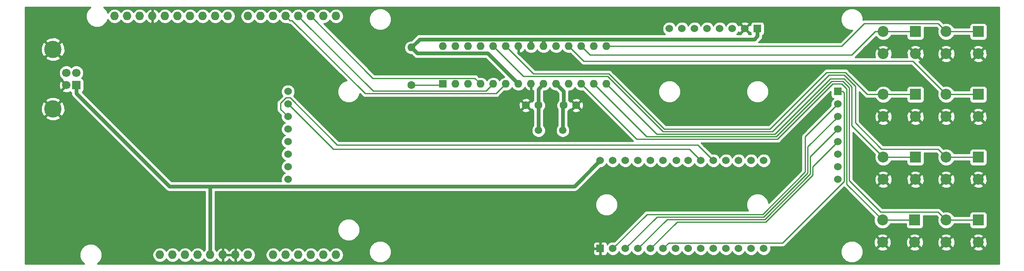
<source format=gbr>
G04 #@! TF.GenerationSoftware,KiCad,Pcbnew,(5.0.0)*
G04 #@! TF.CreationDate,2019-01-06T20:08:52-08:00*
G04 #@! TF.ProjectId,pcb_v1,7063625F76312E6B696361645F706362,1.0*
G04 #@! TF.SameCoordinates,Original*
G04 #@! TF.FileFunction,Copper,L1,Top,Signal*
G04 #@! TF.FilePolarity,Positive*
%FSLAX46Y46*%
G04 Gerber Fmt 4.6, Leading zero omitted, Abs format (unit mm)*
G04 Created by KiCad (PCBNEW (5.0.0)) date 01/06/19 20:08:52*
%MOMM*%
%LPD*%
G01*
G04 APERTURE LIST*
G04 #@! TA.AperFunction,ComponentPad*
%ADD10R,1.600000X1.600000*%
G04 #@! TD*
G04 #@! TA.AperFunction,ComponentPad*
%ADD11O,1.600000X1.600000*%
G04 #@! TD*
G04 #@! TA.AperFunction,ComponentPad*
%ADD12R,1.524000X1.524000*%
G04 #@! TD*
G04 #@! TA.AperFunction,ComponentPad*
%ADD13C,1.524000*%
G04 #@! TD*
G04 #@! TA.AperFunction,ComponentPad*
%ADD14O,1.727200X1.727200*%
G04 #@! TD*
G04 #@! TA.AperFunction,ComponentPad*
%ADD15C,1.600000*%
G04 #@! TD*
G04 #@! TA.AperFunction,ComponentPad*
%ADD16C,3.500000*%
G04 #@! TD*
G04 #@! TA.AperFunction,ComponentPad*
%ADD17C,1.700000*%
G04 #@! TD*
G04 #@! TA.AperFunction,ComponentPad*
%ADD18R,1.700000X1.700000*%
G04 #@! TD*
G04 #@! TA.AperFunction,ComponentPad*
%ADD19C,2.200000*%
G04 #@! TD*
G04 #@! TA.AperFunction,ComponentPad*
%ADD20R,2.200000X2.200000*%
G04 #@! TD*
G04 #@! TA.AperFunction,ComponentPad*
%ADD21C,1.500000*%
G04 #@! TD*
G04 #@! TA.AperFunction,Conductor*
%ADD22C,0.762000*%
G04 #@! TD*
G04 #@! TA.AperFunction,Conductor*
%ADD23C,0.254000*%
G04 #@! TD*
G04 APERTURE END LIST*
D10*
G04 #@! TO.P,U1,1*
G04 #@! TO.N,Net-(R1-Pad1)*
X143510000Y-88646000D03*
D11*
G04 #@! TO.P,U1,15*
G04 #@! TO.N,SONG-*
X176530000Y-81026000D03*
G04 #@! TO.P,U1,2*
G04 #@! TO.N,Net-(U1-Pad2)*
X146050000Y-88646000D03*
G04 #@! TO.P,U1,16*
G04 #@! TO.N,CCS*
X173990000Y-81026000D03*
G04 #@! TO.P,U1,3*
G04 #@! TO.N,Net-(U1-Pad3)*
X148590000Y-88646000D03*
G04 #@! TO.P,U1,17*
G04 #@! TO.N,SONG+*
X171450000Y-81026000D03*
G04 #@! TO.P,U1,4*
G04 #@! TO.N,LCS*
X151130000Y-88646000D03*
G04 #@! TO.P,U1,18*
G04 #@! TO.N,BR-*
X168910000Y-81026000D03*
G04 #@! TO.P,U1,5*
G04 #@! TO.N,CLK*
X153670000Y-88646000D03*
G04 #@! TO.P,U1,19*
G04 #@! TO.N,Net-(U1-Pad19)*
X166370000Y-81026000D03*
G04 #@! TO.P,U1,6*
G04 #@! TO.N,DI*
X156210000Y-88646000D03*
G04 #@! TO.P,U1,20*
G04 #@! TO.N,+5V*
X163830000Y-81026000D03*
G04 #@! TO.P,U1,7*
X158750000Y-88646000D03*
G04 #@! TO.P,U1,21*
X161290000Y-81026000D03*
G04 #@! TO.P,U1,8*
G04 #@! TO.N,GND*
X161290000Y-88646000D03*
G04 #@! TO.P,U1,22*
X158750000Y-81026000D03*
G04 #@! TO.P,U1,9*
G04 #@! TO.N,Net-(C1-Pad2)*
X163830000Y-88646000D03*
G04 #@! TO.P,U1,23*
G04 #@! TO.N,BR+*
X156210000Y-81026000D03*
G04 #@! TO.P,U1,10*
G04 #@! TO.N,Net-(C2-Pad1)*
X166370000Y-88646000D03*
G04 #@! TO.P,U1,24*
G04 #@! TO.N,MIN-*
X153670000Y-81026000D03*
G04 #@! TO.P,U1,11*
G04 #@! TO.N,LAT*
X168910000Y-88646000D03*
G04 #@! TO.P,U1,25*
G04 #@! TO.N,Net-(U1-Pad25)*
X151130000Y-81026000D03*
G04 #@! TO.P,U1,12*
G04 #@! TO.N,HR+*
X171450000Y-88646000D03*
G04 #@! TO.P,U1,26*
G04 #@! TO.N,Net-(U1-Pad26)*
X148590000Y-81026000D03*
G04 #@! TO.P,U1,13*
G04 #@! TO.N,HR-*
X173990000Y-88646000D03*
G04 #@! TO.P,U1,27*
G04 #@! TO.N,SDA*
X146050000Y-81026000D03*
G04 #@! TO.P,U1,14*
G04 #@! TO.N,MIN+*
X176530000Y-88646000D03*
G04 #@! TO.P,U1,28*
G04 #@! TO.N,SCL*
X143510000Y-81026000D03*
G04 #@! TD*
D12*
G04 #@! TO.P,U3,1*
G04 #@! TO.N,COM1*
X223214001Y-90170000D03*
D13*
G04 #@! TO.P,U3,2*
G04 #@! TO.N,COM2*
X223214001Y-92710000D03*
G04 #@! TO.P,U3,3*
G04 #@! TO.N,COM3*
X223214001Y-95250000D03*
G04 #@! TO.P,U3,4*
G04 #@! TO.N,COM4*
X223214001Y-97790000D03*
G04 #@! TO.P,U3,5*
G04 #@! TO.N,COM5*
X223214001Y-100330000D03*
G04 #@! TO.P,U3,6*
G04 #@! TO.N,SEG_B_DP3-4*
X223214001Y-102870000D03*
G04 #@! TO.P,U3,7*
G04 #@! TO.N,SEG_C_DP1*
X223214001Y-105410000D03*
G04 #@! TO.P,U3,8*
G04 #@! TO.N,SEG_D_DP2*
X223214001Y-107950000D03*
G04 #@! TO.P,U3,9*
G04 #@! TO.N,SEG_E_DP5*
X112216001Y-107950000D03*
G04 #@! TO.P,U3,10*
G04 #@! TO.N,SEG_D_DP2*
X112216001Y-105410000D03*
G04 #@! TO.P,U3,11*
G04 #@! TO.N,SEG_C_DP1*
X112216001Y-102870000D03*
G04 #@! TO.P,U3,12*
G04 #@! TO.N,SEG_B_DP3-4*
X112216001Y-100330000D03*
G04 #@! TO.P,U3,13*
G04 #@! TO.N,SEG_A*
X112216001Y-97790000D03*
G04 #@! TO.P,U3,14*
G04 #@! TO.N,SEG_G*
X112216001Y-95250000D03*
G04 #@! TO.P,U3,15*
G04 #@! TO.N,SEG_F*
X112216001Y-92710000D03*
G04 #@! TO.P,U3,16*
G04 #@! TO.N,SEG_E_DP5*
X112216001Y-90170000D03*
G04 #@! TD*
G04 #@! TO.P,U4,8*
G04 #@! TO.N,Net-(U4-Pad8)*
X189230000Y-77470000D03*
G04 #@! TO.P,U4,7*
G04 #@! TO.N,Net-(U4-Pad7)*
X191770000Y-77470000D03*
G04 #@! TO.P,U4,6*
G04 #@! TO.N,Net-(U4-Pad6)*
X194310000Y-77470000D03*
G04 #@! TO.P,U4,5*
G04 #@! TO.N,Net-(U4-Pad5)*
X196850000Y-77470000D03*
G04 #@! TO.P,U4,4*
G04 #@! TO.N,SDA*
X199390000Y-77470000D03*
G04 #@! TO.P,U4,3*
G04 #@! TO.N,SCL*
X201930000Y-77470000D03*
G04 #@! TO.P,U4,2*
G04 #@! TO.N,GND*
X204470000Y-77470000D03*
D12*
G04 #@! TO.P,U4,1*
G04 #@! TO.N,+5V*
X207010000Y-77470000D03*
G04 #@! TD*
D13*
G04 #@! TO.P,U2,28*
G04 #@! TO.N,+5V*
X175260000Y-104140000D03*
G04 #@! TO.P,U2,27*
G04 #@! TO.N,SDA*
X177800000Y-104140000D03*
G04 #@! TO.P,U2,26*
G04 #@! TO.N,SCL*
X180340000Y-104140000D03*
G04 #@! TO.P,U2,25*
G04 #@! TO.N,SEG_A*
X182880000Y-104140000D03*
G04 #@! TO.P,U2,24*
G04 #@! TO.N,SEG_B_DP3-4*
X185420000Y-104140000D03*
G04 #@! TO.P,U2,23*
G04 #@! TO.N,SEG_C_DP1*
X187960000Y-104140000D03*
G04 #@! TO.P,U2,22*
G04 #@! TO.N,SEG_D_DP2*
X190627000Y-104140000D03*
G04 #@! TO.P,U2,21*
G04 #@! TO.N,SEG_E_DP5*
X193040000Y-104140000D03*
G04 #@! TO.P,U2,20*
G04 #@! TO.N,SEG_F*
X195580000Y-104140000D03*
G04 #@! TO.P,U2,19*
G04 #@! TO.N,SEG_G*
X198120000Y-104140000D03*
G04 #@! TO.P,U2,18*
G04 #@! TO.N,Net-(U2-Pad18)*
X200660000Y-104140000D03*
G04 #@! TO.P,U2,17*
G04 #@! TO.N,Net-(U2-Pad17)*
X203200000Y-104140000D03*
G04 #@! TO.P,U2,16*
G04 #@! TO.N,Net-(U2-Pad16)*
X205740000Y-104140000D03*
G04 #@! TO.P,U2,15*
G04 #@! TO.N,Net-(U2-Pad15)*
X208280000Y-104140000D03*
D12*
G04 #@! TO.P,U2,1*
G04 #@! TO.N,GND*
X175260000Y-121920000D03*
D13*
G04 #@! TO.P,U2,2*
G04 #@! TO.N,COM2*
X177800000Y-121920000D03*
G04 #@! TO.P,U2,3*
G04 #@! TO.N,COM3*
X180340000Y-121920000D03*
G04 #@! TO.P,U2,4*
G04 #@! TO.N,COM4*
X182880000Y-121920000D03*
G04 #@! TO.P,U2,5*
G04 #@! TO.N,COM5*
X185420000Y-121920000D03*
G04 #@! TO.P,U2,6*
G04 #@! TO.N,COM1*
X187960000Y-121920000D03*
G04 #@! TO.P,U2,7*
G04 #@! TO.N,Net-(U2-Pad7)*
X190500000Y-121920000D03*
G04 #@! TO.P,U2,8*
G04 #@! TO.N,Net-(U2-Pad8)*
X193040000Y-121920000D03*
G04 #@! TO.P,U2,9*
G04 #@! TO.N,Net-(U2-Pad9)*
X195580000Y-121920000D03*
G04 #@! TO.P,U2,10*
G04 #@! TO.N,Net-(U2-Pad10)*
X198120000Y-121920000D03*
G04 #@! TO.P,U2,11*
G04 #@! TO.N,Net-(U2-Pad11)*
X200660000Y-121920000D03*
G04 #@! TO.P,U2,12*
G04 #@! TO.N,Net-(U2-Pad12)*
X203200000Y-121920000D03*
G04 #@! TO.P,U2,13*
G04 #@! TO.N,Net-(U2-Pad13)*
X205740000Y-121920000D03*
G04 #@! TO.P,U2,14*
G04 #@! TO.N,Net-(U2-Pad14)*
X208280000Y-121920000D03*
G04 #@! TD*
D14*
G04 #@! TO.P,SHIELD1,A5*
G04 #@! TO.N,Net-(SHIELD1-PadA5)*
X121920000Y-123190000D03*
G04 #@! TO.P,SHIELD1,A4*
G04 #@! TO.N,Net-(SHIELD1-PadA4)*
X119380000Y-123190000D03*
G04 #@! TO.P,SHIELD1,A3*
G04 #@! TO.N,Net-(SHIELD1-PadA3)*
X116840000Y-123190000D03*
G04 #@! TO.P,SHIELD1,A2*
G04 #@! TO.N,Net-(SHIELD1-PadA2)*
X114300000Y-123190000D03*
G04 #@! TO.P,SHIELD1,A1*
G04 #@! TO.N,Net-(SHIELD1-PadA1)*
X111760000Y-123190000D03*
G04 #@! TO.P,SHIELD1,NC*
G04 #@! TO.N,Net-(SHIELD1-PadNC)*
X86360000Y-123190000D03*
G04 #@! TO.P,SHIELD1,D11*
G04 #@! TO.N,Net-(SHIELD1-PadD11)*
X92456000Y-74930000D03*
G04 #@! TO.P,SHIELD1,D12*
G04 #@! TO.N,Net-(SHIELD1-PadD12)*
X89916000Y-74930000D03*
G04 #@! TO.P,SHIELD1,D13*
G04 #@! TO.N,Net-(SHIELD1-PadD13)*
X87376000Y-74930000D03*
G04 #@! TO.P,SHIELD1,AREF*
G04 #@! TO.N,Net-(SHIELD1-PadAREF)*
X82296000Y-74930000D03*
G04 #@! TO.P,SHIELD1,SDA*
G04 #@! TO.N,Net-(SHIELD1-PadSDA)*
X79756000Y-74930000D03*
G04 #@! TO.P,SHIELD1,SCL*
G04 #@! TO.N,Net-(SHIELD1-PadSCL)*
X77216000Y-74930000D03*
G04 #@! TO.P,SHIELD1,D10*
G04 #@! TO.N,CCS*
X94996000Y-74930000D03*
G04 #@! TO.P,SHIELD1,D9*
G04 #@! TO.N,Net-(SHIELD1-PadD9)*
X97536000Y-74930000D03*
G04 #@! TO.P,SHIELD1,D8*
G04 #@! TO.N,Net-(SHIELD1-PadD8)*
X100076000Y-74930000D03*
G04 #@! TO.P,SHIELD1,GND3*
G04 #@! TO.N,GND*
X84836000Y-74930000D03*
G04 #@! TO.P,SHIELD1,D7*
G04 #@! TO.N,Net-(SHIELD1-PadD7)*
X104140000Y-74930000D03*
G04 #@! TO.P,SHIELD1,D6*
G04 #@! TO.N,Net-(SHIELD1-PadD6)*
X106680000Y-74930000D03*
G04 #@! TO.P,SHIELD1,D5*
G04 #@! TO.N,LAT*
X109220000Y-74930000D03*
G04 #@! TO.P,SHIELD1,D4*
G04 #@! TO.N,DI*
X111760000Y-74930000D03*
G04 #@! TO.P,SHIELD1,D3*
G04 #@! TO.N,CLK*
X114300000Y-74930000D03*
G04 #@! TO.P,SHIELD1,D2*
G04 #@! TO.N,LCS*
X116840000Y-74930000D03*
G04 #@! TO.P,SHIELD1,D1*
G04 #@! TO.N,Net-(SHIELD1-PadD1)*
X119380000Y-74930000D03*
G04 #@! TO.P,SHIELD1,D0*
G04 #@! TO.N,Net-(SHIELD1-PadD0)*
X121920000Y-74930000D03*
G04 #@! TO.P,SHIELD1,IORF*
G04 #@! TO.N,Net-(SHIELD1-PadIORF)*
X88900000Y-123190000D03*
G04 #@! TO.P,SHIELD1,RST1*
G04 #@! TO.N,Net-(SHIELD1-PadRST1)*
X91440000Y-123190000D03*
G04 #@! TO.P,SHIELD1,3V3*
G04 #@! TO.N,Net-(SHIELD1-Pad3V3)*
X93980000Y-123190000D03*
G04 #@! TO.P,SHIELD1,5VA*
G04 #@! TO.N,+5V*
X96520000Y-123190000D03*
G04 #@! TO.P,SHIELD1,GND1*
G04 #@! TO.N,GND*
X99060000Y-123190000D03*
G04 #@! TO.P,SHIELD1,GND2*
X101600000Y-123190000D03*
G04 #@! TO.P,SHIELD1,V_IN*
G04 #@! TO.N,Net-(SHIELD1-PadV_IN)*
X104140000Y-123190000D03*
G04 #@! TO.P,SHIELD1,A0*
G04 #@! TO.N,Net-(SHIELD1-PadA0)*
X109220000Y-123190000D03*
G04 #@! TD*
D15*
G04 #@! TO.P,C1,2*
G04 #@! TO.N,Net-(C1-Pad2)*
X162774000Y-92964000D03*
G04 #@! TO.P,C1,1*
G04 #@! TO.N,GND*
X160274000Y-92964000D03*
G04 #@! TD*
G04 #@! TO.P,C2,2*
G04 #@! TO.N,GND*
X170394000Y-92964000D03*
G04 #@! TO.P,C2,1*
G04 #@! TO.N,Net-(C2-Pad1)*
X167894000Y-92964000D03*
G04 #@! TD*
D16*
G04 #@! TO.P,J1,5*
G04 #@! TO.N,GND*
X64770000Y-81630000D03*
X64770000Y-93670000D03*
D17*
G04 #@! TO.P,J1,4*
X67480000Y-88900000D03*
G04 #@! TO.P,J1,3*
G04 #@! TO.N,Net-(J1-Pad3)*
X67480000Y-86400000D03*
G04 #@! TO.P,J1,2*
G04 #@! TO.N,Net-(J1-Pad2)*
X69480000Y-86400000D03*
D18*
G04 #@! TO.P,J1,1*
G04 #@! TO.N,+5V*
X69480000Y-88900000D03*
G04 #@! TD*
D11*
G04 #@! TO.P,R1,2*
G04 #@! TO.N,+5V*
X137160000Y-81280000D03*
D15*
G04 #@! TO.P,R1,1*
G04 #@! TO.N,Net-(R1-Pad1)*
X137160000Y-88900000D03*
G04 #@! TD*
D19*
G04 #@! TO.P,S1,3*
G04 #@! TO.N,GND*
X251610000Y-82550000D03*
G04 #@! TO.P,S1,4*
X245110000Y-82550000D03*
G04 #@! TO.P,S1,2*
G04 #@! TO.N,SONG-*
X245110000Y-78050000D03*
D20*
G04 #@! TO.P,S1,1*
X251610000Y-78050000D03*
G04 #@! TD*
D19*
G04 #@! TO.P,S2,3*
G04 #@! TO.N,GND*
X238910000Y-82550000D03*
G04 #@! TO.P,S2,4*
X232410000Y-82550000D03*
G04 #@! TO.P,S2,2*
G04 #@! TO.N,SONG+*
X232410000Y-78050000D03*
D20*
G04 #@! TO.P,S2,1*
X238910000Y-78050000D03*
G04 #@! TD*
D19*
G04 #@! TO.P,S3,3*
G04 #@! TO.N,GND*
X251610000Y-95250000D03*
G04 #@! TO.P,S3,4*
X245110000Y-95250000D03*
G04 #@! TO.P,S3,2*
G04 #@! TO.N,BR-*
X245110000Y-90750000D03*
D20*
G04 #@! TO.P,S3,1*
X251610000Y-90750000D03*
G04 #@! TD*
D19*
G04 #@! TO.P,S4,3*
G04 #@! TO.N,GND*
X238910000Y-95250000D03*
G04 #@! TO.P,S4,4*
X232410000Y-95250000D03*
G04 #@! TO.P,S4,2*
G04 #@! TO.N,BR+*
X232410000Y-90750000D03*
D20*
G04 #@! TO.P,S4,1*
X238910000Y-90750000D03*
G04 #@! TD*
D19*
G04 #@! TO.P,S5,3*
G04 #@! TO.N,GND*
X251610000Y-107950000D03*
G04 #@! TO.P,S5,4*
X245110000Y-107950000D03*
G04 #@! TO.P,S5,2*
G04 #@! TO.N,MIN-*
X245110000Y-103450000D03*
D20*
G04 #@! TO.P,S5,1*
X251610000Y-103450000D03*
G04 #@! TD*
D19*
G04 #@! TO.P,S6,3*
G04 #@! TO.N,GND*
X238910000Y-107950000D03*
G04 #@! TO.P,S6,4*
X232410000Y-107950000D03*
G04 #@! TO.P,S6,2*
G04 #@! TO.N,MIN+*
X232410000Y-103450000D03*
D20*
G04 #@! TO.P,S6,1*
X238910000Y-103450000D03*
G04 #@! TD*
D19*
G04 #@! TO.P,S7,3*
G04 #@! TO.N,GND*
X251610000Y-120650000D03*
G04 #@! TO.P,S7,4*
X245110000Y-120650000D03*
G04 #@! TO.P,S7,2*
G04 #@! TO.N,HR-*
X245110000Y-116150000D03*
D20*
G04 #@! TO.P,S7,1*
X251610000Y-116150000D03*
G04 #@! TD*
D19*
G04 #@! TO.P,S8,3*
G04 #@! TO.N,GND*
X238760000Y-120650000D03*
G04 #@! TO.P,S8,4*
X232260000Y-120650000D03*
G04 #@! TO.P,S8,2*
G04 #@! TO.N,HR+*
X232260000Y-116150000D03*
D20*
G04 #@! TO.P,S8,1*
X238760000Y-116150000D03*
G04 #@! TD*
D21*
G04 #@! TO.P,Y1,2*
G04 #@! TO.N,Net-(C2-Pad1)*
X167694000Y-98044000D03*
G04 #@! TO.P,Y1,1*
G04 #@! TO.N,Net-(C1-Pad2)*
X162814000Y-98044000D03*
G04 #@! TD*
D22*
G04 #@! TO.N,Net-(C1-Pad2)*
X162814000Y-93004000D02*
X162774000Y-92964000D01*
X162814000Y-98044000D02*
X162814000Y-93004000D01*
X162774000Y-89702000D02*
X163830000Y-88646000D01*
X162774000Y-92964000D02*
X162774000Y-89702000D01*
G04 #@! TO.N,Net-(C2-Pad1)*
X167694000Y-93164000D02*
X167894000Y-92964000D01*
X167694000Y-98044000D02*
X167694000Y-93164000D01*
X167894000Y-90170000D02*
X166370000Y-88646000D01*
X167894000Y-92964000D02*
X167894000Y-90170000D01*
G04 #@! TO.N,+5V*
X170052999Y-109347001D02*
X175260000Y-104140000D01*
X69480000Y-90512000D02*
X88315001Y-109347001D01*
X69480000Y-88900000D02*
X69480000Y-90512000D01*
X96520000Y-123190000D02*
X96520000Y-109347001D01*
X88315001Y-109347001D02*
X96520000Y-109347001D01*
X96520000Y-109347001D02*
X170052999Y-109347001D01*
X207010000Y-78994000D02*
X207010000Y-77470000D01*
X206413001Y-79590999D02*
X207010000Y-78994000D01*
X137160000Y-81280000D02*
X138849001Y-79590999D01*
X161290000Y-81026000D02*
X161290000Y-79590999D01*
X138849001Y-79590999D02*
X161290000Y-79590999D01*
X163830000Y-79844999D02*
X163576000Y-79590999D01*
X163830000Y-81026000D02*
X163830000Y-79844999D01*
X161290000Y-79590999D02*
X163576000Y-79590999D01*
X163576000Y-79590999D02*
X206413001Y-79590999D01*
X137959999Y-82079999D02*
X137160000Y-81280000D01*
X138341001Y-82461001D02*
X137959999Y-82079999D01*
X152565001Y-82461001D02*
X138341001Y-82461001D01*
X158750000Y-88646000D02*
X152565001Y-82461001D01*
D23*
G04 #@! TO.N,Net-(R1-Pad1)*
X143256000Y-88900000D02*
X143510000Y-88646000D01*
X137160000Y-88900000D02*
X143256000Y-88900000D01*
G04 #@! TO.N,BR+*
X238910000Y-90750000D02*
X232410000Y-90750000D01*
X161798000Y-86614000D02*
X156210000Y-81026000D01*
X177038000Y-86614000D02*
X161798000Y-86614000D01*
X232410000Y-90750000D02*
X229180000Y-90750000D01*
X209550000Y-97790000D02*
X188214000Y-97790000D01*
X188214000Y-97790000D02*
X177038000Y-86614000D01*
X229180000Y-90750000D02*
X224790000Y-86360000D01*
X224790000Y-86360000D02*
X220980000Y-86360000D01*
X220980000Y-86360000D02*
X209550000Y-97790000D01*
G04 #@! TO.N,MIN+*
X232410000Y-103450000D02*
X238910000Y-103450000D01*
X177329999Y-89445999D02*
X176530000Y-88646000D01*
X186690000Y-98806000D02*
X177329999Y-89445999D01*
X226060011Y-97100011D02*
X226060010Y-89197574D01*
X232410000Y-103450000D02*
X226060011Y-97100011D01*
X226060010Y-89197574D02*
X224492425Y-87629989D01*
X224492425Y-87629989D02*
X221742011Y-87629989D01*
X221742011Y-87629989D02*
X210566000Y-98806000D01*
X210566000Y-98806000D02*
X186690000Y-98806000D01*
G04 #@! TO.N,LCS*
X151130000Y-88646000D02*
X149948999Y-87464999D01*
X129374999Y-87464999D02*
X116840000Y-74930000D01*
X149948999Y-87464999D02*
X129374999Y-87464999D01*
G04 #@! TO.N,HR+*
X238760000Y-116150000D02*
X232260000Y-116150000D01*
X172249999Y-89445999D02*
X171450000Y-88646000D01*
X225044000Y-108934000D02*
X225044000Y-89662000D01*
X232260000Y-116150000D02*
X225044000Y-108934000D01*
X225044000Y-89662000D02*
X224028000Y-88646000D01*
X224028000Y-88646000D02*
X222250000Y-88646000D01*
X182626000Y-99822000D02*
X172249999Y-89445999D01*
X222250000Y-88646000D02*
X211074000Y-99822000D01*
X211074000Y-99822000D02*
X182626000Y-99822000D01*
G04 #@! TO.N,CLK*
X115163599Y-75793599D02*
X114300000Y-74930000D01*
X129451001Y-90081001D02*
X115163599Y-75793599D01*
X152234999Y-90081001D02*
X129451001Y-90081001D01*
X153670000Y-88646000D02*
X152234999Y-90081001D01*
G04 #@! TO.N,DI*
X112623599Y-75793599D02*
X111760000Y-74930000D01*
X113015481Y-75793599D02*
X112623599Y-75793599D01*
X127810893Y-90589011D02*
X113015481Y-75793599D01*
X154266989Y-90589011D02*
X127810893Y-90589011D01*
X156210000Y-88646000D02*
X154266989Y-90589011D01*
G04 #@! TO.N,MIN-*
X245110000Y-103450000D02*
X251610000Y-103450000D01*
X187923962Y-98298000D02*
X176747962Y-87122000D01*
X176747962Y-87122000D02*
X159766000Y-87122000D01*
X210058000Y-98298000D02*
X187923962Y-98298000D01*
X245110000Y-103450000D02*
X243447612Y-101787612D01*
X221488000Y-86868000D02*
X210058000Y-98298000D01*
X243447612Y-101787612D02*
X232089612Y-101787612D01*
X232089612Y-101787612D02*
X226822000Y-96520000D01*
X159766000Y-87122000D02*
X153670000Y-81026000D01*
X226822000Y-96520000D02*
X226822000Y-89154000D01*
X226822000Y-89154000D02*
X224536000Y-86868000D01*
X224536000Y-86868000D02*
X221488000Y-86868000D01*
G04 #@! TO.N,HR-*
X251610000Y-116150000D02*
X245110000Y-116150000D01*
X184658000Y-99314000D02*
X174789999Y-89445999D01*
X210820000Y-99314000D02*
X184658000Y-99314000D01*
X221996000Y-88138000D02*
X210820000Y-99314000D01*
X243514000Y-114554000D02*
X231902000Y-114554000D01*
X174789999Y-89445999D02*
X173990000Y-88646000D01*
X245110000Y-116150000D02*
X243514000Y-114554000D01*
X231902000Y-114554000D02*
X225552000Y-108204000D01*
X225552000Y-108204000D02*
X225552000Y-89408000D01*
X225552000Y-89408000D02*
X224282000Y-88138000D01*
X224282000Y-88138000D02*
X221996000Y-88138000D01*
G04 #@! TO.N,SONG-*
X245110000Y-78050000D02*
X251610000Y-78050000D01*
X224028000Y-81026000D02*
X176530000Y-81026000D01*
X228600000Y-76454000D02*
X224028000Y-81026000D01*
X245110000Y-78050000D02*
X243514000Y-76454000D01*
X243514000Y-76454000D02*
X228600000Y-76454000D01*
G04 #@! TO.N,SONG+*
X232410000Y-78050000D02*
X238910000Y-78050000D01*
X172249999Y-81825999D02*
X171450000Y-81026000D01*
X173228000Y-82804000D02*
X172249999Y-81825999D01*
X226060000Y-82804000D02*
X173228000Y-82804000D01*
X232410000Y-78050000D02*
X230814000Y-78050000D01*
X230814000Y-78050000D02*
X226060000Y-82804000D01*
G04 #@! TO.N,BR-*
X251610000Y-90750000D02*
X245110000Y-90750000D01*
X169709999Y-81825999D02*
X168910000Y-81026000D01*
X171915001Y-84031001D02*
X169709999Y-81825999D01*
X238391001Y-84031001D02*
X171915001Y-84031001D01*
X245110000Y-90750000D02*
X238391001Y-84031001D01*
G04 #@! TO.N,COM1*
X224230001Y-90170000D02*
X223214001Y-90170000D01*
X224536000Y-90475999D02*
X224230001Y-90170000D01*
X224536000Y-108319643D02*
X224536000Y-90475999D01*
X212078644Y-120776999D02*
X224536000Y-108319643D01*
X187960000Y-121920000D02*
X189103001Y-120776999D01*
X189103001Y-120776999D02*
X212078644Y-120776999D01*
G04 #@! TO.N,COM5*
X190804970Y-116535030D02*
X208708273Y-116535029D01*
X185420000Y-121920000D02*
X190804970Y-116535030D01*
X208708273Y-116535029D02*
X218186010Y-107057292D01*
X218186010Y-105357991D02*
X223214001Y-100330000D01*
X218186010Y-107057292D02*
X218186010Y-105357991D01*
G04 #@! TO.N,COM4*
X208497848Y-116027020D02*
X217678000Y-106846868D01*
X182880000Y-121920000D02*
X188772980Y-116027020D01*
X188772980Y-116027020D02*
X208497848Y-116027020D01*
X217678000Y-103326001D02*
X223214001Y-97790000D01*
X217678000Y-106846868D02*
X217678000Y-103326001D01*
G04 #@! TO.N,COM3*
X223214001Y-95301999D02*
X223214001Y-95250000D01*
X217170000Y-101346000D02*
X223214001Y-95301999D01*
X217170000Y-106636434D02*
X217170000Y-101346000D01*
X208287423Y-115519011D02*
X217170000Y-106636434D01*
X180340000Y-121920000D02*
X186740989Y-115519011D01*
X186740989Y-115519011D02*
X208287423Y-115519011D01*
G04 #@! TO.N,COM2*
X184708999Y-115011001D02*
X208076999Y-115011001D01*
X177800000Y-121920000D02*
X184708999Y-115011001D01*
X208076999Y-115011001D02*
X216662000Y-106426000D01*
X216662000Y-99262001D02*
X223214001Y-92710000D01*
X216662000Y-106426000D02*
X216662000Y-99262001D01*
G04 #@! TO.N,SEG_G*
X195072000Y-101092000D02*
X195580000Y-101600000D01*
X195580000Y-101600000D02*
X198120000Y-104140000D01*
X110744000Y-93777999D02*
X112216001Y-95250000D01*
X194957882Y-100977882D02*
X122175525Y-100977882D01*
X195580000Y-101600000D02*
X194957882Y-100977882D01*
X112637643Y-91440000D02*
X111794359Y-91440000D01*
X111794359Y-91440000D02*
X110744000Y-92490359D01*
X122175525Y-100977882D02*
X112637643Y-91440000D01*
X110744000Y-92490359D02*
X110744000Y-93777999D01*
G04 #@! TO.N,SEG_F*
X193294000Y-101854000D02*
X195580000Y-104140000D01*
X112216001Y-92710000D02*
X121360001Y-101854000D01*
X121360001Y-101854000D02*
X193294000Y-101854000D01*
G04 #@! TD*
G04 #@! TO.N,GND*
G36*
X71765259Y-73663974D02*
X71425000Y-74485431D01*
X71425000Y-75374569D01*
X71765259Y-76196026D01*
X72393974Y-76824741D01*
X73215431Y-77165000D01*
X74104569Y-77165000D01*
X74926026Y-76824741D01*
X75554741Y-76196026D01*
X75824472Y-75544839D01*
X76135570Y-76010430D01*
X76631275Y-76341650D01*
X77068402Y-76428600D01*
X77363598Y-76428600D01*
X77800725Y-76341650D01*
X78296430Y-76010430D01*
X78486000Y-75726719D01*
X78675570Y-76010430D01*
X79171275Y-76341650D01*
X79608402Y-76428600D01*
X79903598Y-76428600D01*
X80340725Y-76341650D01*
X80836430Y-76010430D01*
X81026000Y-75726719D01*
X81215570Y-76010430D01*
X81711275Y-76341650D01*
X82148402Y-76428600D01*
X82443598Y-76428600D01*
X82880725Y-76341650D01*
X83376430Y-76010430D01*
X83569037Y-75722174D01*
X83947510Y-76136821D01*
X84476973Y-76384968D01*
X84709000Y-76264469D01*
X84709000Y-75057000D01*
X84689000Y-75057000D01*
X84689000Y-74803000D01*
X84709000Y-74803000D01*
X84709000Y-73595531D01*
X84963000Y-73595531D01*
X84963000Y-74803000D01*
X84983000Y-74803000D01*
X84983000Y-75057000D01*
X84963000Y-75057000D01*
X84963000Y-76264469D01*
X85195027Y-76384968D01*
X85724490Y-76136821D01*
X86102963Y-75722174D01*
X86295570Y-76010430D01*
X86791275Y-76341650D01*
X87228402Y-76428600D01*
X87523598Y-76428600D01*
X87960725Y-76341650D01*
X88456430Y-76010430D01*
X88646000Y-75726719D01*
X88835570Y-76010430D01*
X89331275Y-76341650D01*
X89768402Y-76428600D01*
X90063598Y-76428600D01*
X90500725Y-76341650D01*
X90996430Y-76010430D01*
X91186000Y-75726719D01*
X91375570Y-76010430D01*
X91871275Y-76341650D01*
X92308402Y-76428600D01*
X92603598Y-76428600D01*
X93040725Y-76341650D01*
X93536430Y-76010430D01*
X93726000Y-75726719D01*
X93915570Y-76010430D01*
X94411275Y-76341650D01*
X94848402Y-76428600D01*
X95143598Y-76428600D01*
X95580725Y-76341650D01*
X96076430Y-76010430D01*
X96266000Y-75726719D01*
X96455570Y-76010430D01*
X96951275Y-76341650D01*
X97388402Y-76428600D01*
X97683598Y-76428600D01*
X98120725Y-76341650D01*
X98616430Y-76010430D01*
X98806000Y-75726719D01*
X98995570Y-76010430D01*
X99491275Y-76341650D01*
X99928402Y-76428600D01*
X100223598Y-76428600D01*
X100660725Y-76341650D01*
X101156430Y-76010430D01*
X101487650Y-75514725D01*
X101603959Y-74930000D01*
X101487650Y-74345275D01*
X101156430Y-73849570D01*
X100660725Y-73518350D01*
X100223598Y-73431400D01*
X99928402Y-73431400D01*
X99491275Y-73518350D01*
X98995570Y-73849570D01*
X98806000Y-74133281D01*
X98616430Y-73849570D01*
X98120725Y-73518350D01*
X97683598Y-73431400D01*
X97388402Y-73431400D01*
X96951275Y-73518350D01*
X96455570Y-73849570D01*
X96266000Y-74133281D01*
X96076430Y-73849570D01*
X95580725Y-73518350D01*
X95143598Y-73431400D01*
X94848402Y-73431400D01*
X94411275Y-73518350D01*
X93915570Y-73849570D01*
X93726000Y-74133281D01*
X93536430Y-73849570D01*
X93040725Y-73518350D01*
X92603598Y-73431400D01*
X92308402Y-73431400D01*
X91871275Y-73518350D01*
X91375570Y-73849570D01*
X91186000Y-74133281D01*
X90996430Y-73849570D01*
X90500725Y-73518350D01*
X90063598Y-73431400D01*
X89768402Y-73431400D01*
X89331275Y-73518350D01*
X88835570Y-73849570D01*
X88646000Y-74133281D01*
X88456430Y-73849570D01*
X87960725Y-73518350D01*
X87523598Y-73431400D01*
X87228402Y-73431400D01*
X86791275Y-73518350D01*
X86295570Y-73849570D01*
X86102963Y-74137826D01*
X85724490Y-73723179D01*
X85195027Y-73475032D01*
X84963000Y-73595531D01*
X84709000Y-73595531D01*
X84476973Y-73475032D01*
X83947510Y-73723179D01*
X83569037Y-74137826D01*
X83376430Y-73849570D01*
X82880725Y-73518350D01*
X82443598Y-73431400D01*
X82148402Y-73431400D01*
X81711275Y-73518350D01*
X81215570Y-73849570D01*
X81026000Y-74133281D01*
X80836430Y-73849570D01*
X80340725Y-73518350D01*
X79903598Y-73431400D01*
X79608402Y-73431400D01*
X79171275Y-73518350D01*
X78675570Y-73849570D01*
X78486000Y-74133281D01*
X78296430Y-73849570D01*
X77800725Y-73518350D01*
X77363598Y-73431400D01*
X77068402Y-73431400D01*
X76631275Y-73518350D01*
X76135570Y-73849570D01*
X75824472Y-74315161D01*
X75554741Y-73663974D01*
X74990767Y-73100000D01*
X255830000Y-73100000D01*
X255830001Y-125020000D01*
X73720767Y-125020000D01*
X74284741Y-124456026D01*
X74625000Y-123634569D01*
X74625000Y-122745431D01*
X74284741Y-121923974D01*
X73656026Y-121295259D01*
X72834569Y-120955000D01*
X71945431Y-120955000D01*
X71123974Y-121295259D01*
X70495259Y-121923974D01*
X70155000Y-122745431D01*
X70155000Y-123634569D01*
X70495259Y-124456026D01*
X71059233Y-125020000D01*
X59130000Y-125020000D01*
X59130000Y-95364528D01*
X63255077Y-95364528D01*
X63445364Y-95709271D01*
X64326591Y-96060956D01*
X65275323Y-96048641D01*
X66094636Y-95709271D01*
X66284923Y-95364528D01*
X64770000Y-93849605D01*
X63255077Y-95364528D01*
X59130000Y-95364528D01*
X59130000Y-93226591D01*
X62379044Y-93226591D01*
X62391359Y-94175323D01*
X62730729Y-94994636D01*
X63075472Y-95184923D01*
X64590395Y-93670000D01*
X64949605Y-93670000D01*
X66464528Y-95184923D01*
X66809271Y-94994636D01*
X67160956Y-94113409D01*
X67148641Y-93164677D01*
X66809271Y-92345364D01*
X66464528Y-92155077D01*
X64949605Y-93670000D01*
X64590395Y-93670000D01*
X63075472Y-92155077D01*
X62730729Y-92345364D01*
X62379044Y-93226591D01*
X59130000Y-93226591D01*
X59130000Y-91975472D01*
X63255077Y-91975472D01*
X64770000Y-93490395D01*
X66284923Y-91975472D01*
X66094636Y-91630729D01*
X65213409Y-91279044D01*
X64264677Y-91291359D01*
X63445364Y-91630729D01*
X63255077Y-91975472D01*
X59130000Y-91975472D01*
X59130000Y-88671279D01*
X65983282Y-88671279D01*
X66009685Y-89261458D01*
X66184741Y-89684080D01*
X66436042Y-89764353D01*
X67300395Y-88900000D01*
X66436042Y-88035647D01*
X66184741Y-88115920D01*
X65983282Y-88671279D01*
X59130000Y-88671279D01*
X59130000Y-86104615D01*
X65995000Y-86104615D01*
X65995000Y-86695385D01*
X66221078Y-87241185D01*
X66638815Y-87658922D01*
X66673963Y-87673481D01*
X66615647Y-87856042D01*
X67480000Y-88720395D01*
X67494143Y-88706253D01*
X67673748Y-88885858D01*
X67659605Y-88900000D01*
X67673748Y-88914143D01*
X67494143Y-89093748D01*
X67480000Y-89079605D01*
X66615647Y-89943958D01*
X66695920Y-90195259D01*
X67251279Y-90396718D01*
X67841458Y-90370315D01*
X68195761Y-90223558D01*
X68382235Y-90348157D01*
X68464001Y-90364421D01*
X68464001Y-90411932D01*
X68444096Y-90512000D01*
X68509937Y-90843001D01*
X68522950Y-90908423D01*
X68747506Y-91244495D01*
X68832338Y-91301178D01*
X87525823Y-109994664D01*
X87582506Y-110079496D01*
X87918578Y-110304052D01*
X88214936Y-110363001D01*
X88214937Y-110363001D01*
X88315001Y-110382905D01*
X88415064Y-110363001D01*
X95504001Y-110363001D01*
X95504000Y-122066519D01*
X95439570Y-122109570D01*
X95250000Y-122393281D01*
X95060430Y-122109570D01*
X94564725Y-121778350D01*
X94127598Y-121691400D01*
X93832402Y-121691400D01*
X93395275Y-121778350D01*
X92899570Y-122109570D01*
X92710000Y-122393281D01*
X92520430Y-122109570D01*
X92024725Y-121778350D01*
X91587598Y-121691400D01*
X91292402Y-121691400D01*
X90855275Y-121778350D01*
X90359570Y-122109570D01*
X90170000Y-122393281D01*
X89980430Y-122109570D01*
X89484725Y-121778350D01*
X89047598Y-121691400D01*
X88752402Y-121691400D01*
X88315275Y-121778350D01*
X87819570Y-122109570D01*
X87630000Y-122393281D01*
X87440430Y-122109570D01*
X86944725Y-121778350D01*
X86507598Y-121691400D01*
X86212402Y-121691400D01*
X85775275Y-121778350D01*
X85279570Y-122109570D01*
X84948350Y-122605275D01*
X84832041Y-123190000D01*
X84948350Y-123774725D01*
X85279570Y-124270430D01*
X85775275Y-124601650D01*
X86212402Y-124688600D01*
X86507598Y-124688600D01*
X86944725Y-124601650D01*
X87440430Y-124270430D01*
X87630000Y-123986719D01*
X87819570Y-124270430D01*
X88315275Y-124601650D01*
X88752402Y-124688600D01*
X89047598Y-124688600D01*
X89484725Y-124601650D01*
X89980430Y-124270430D01*
X90170000Y-123986719D01*
X90359570Y-124270430D01*
X90855275Y-124601650D01*
X91292402Y-124688600D01*
X91587598Y-124688600D01*
X92024725Y-124601650D01*
X92520430Y-124270430D01*
X92710000Y-123986719D01*
X92899570Y-124270430D01*
X93395275Y-124601650D01*
X93832402Y-124688600D01*
X94127598Y-124688600D01*
X94564725Y-124601650D01*
X95060430Y-124270430D01*
X95250000Y-123986719D01*
X95439570Y-124270430D01*
X95935275Y-124601650D01*
X96372402Y-124688600D01*
X96667598Y-124688600D01*
X97104725Y-124601650D01*
X97600430Y-124270430D01*
X97793037Y-123982174D01*
X98171510Y-124396821D01*
X98700973Y-124644968D01*
X98933000Y-124524469D01*
X98933000Y-123317000D01*
X99187000Y-123317000D01*
X99187000Y-124524469D01*
X99419027Y-124644968D01*
X99948490Y-124396821D01*
X100330000Y-123978848D01*
X100711510Y-124396821D01*
X101240973Y-124644968D01*
X101473000Y-124524469D01*
X101473000Y-123317000D01*
X99187000Y-123317000D01*
X98933000Y-123317000D01*
X98913000Y-123317000D01*
X98913000Y-123063000D01*
X98933000Y-123063000D01*
X98933000Y-121855531D01*
X99187000Y-121855531D01*
X99187000Y-123063000D01*
X101473000Y-123063000D01*
X101473000Y-121855531D01*
X101727000Y-121855531D01*
X101727000Y-123063000D01*
X101747000Y-123063000D01*
X101747000Y-123317000D01*
X101727000Y-123317000D01*
X101727000Y-124524469D01*
X101959027Y-124644968D01*
X102488490Y-124396821D01*
X102866963Y-123982174D01*
X103059570Y-124270430D01*
X103555275Y-124601650D01*
X103992402Y-124688600D01*
X104287598Y-124688600D01*
X104724725Y-124601650D01*
X105220430Y-124270430D01*
X105551650Y-123774725D01*
X105667959Y-123190000D01*
X107692041Y-123190000D01*
X107808350Y-123774725D01*
X108139570Y-124270430D01*
X108635275Y-124601650D01*
X109072402Y-124688600D01*
X109367598Y-124688600D01*
X109804725Y-124601650D01*
X110300430Y-124270430D01*
X110490000Y-123986719D01*
X110679570Y-124270430D01*
X111175275Y-124601650D01*
X111612402Y-124688600D01*
X111907598Y-124688600D01*
X112344725Y-124601650D01*
X112840430Y-124270430D01*
X113030000Y-123986719D01*
X113219570Y-124270430D01*
X113715275Y-124601650D01*
X114152402Y-124688600D01*
X114447598Y-124688600D01*
X114884725Y-124601650D01*
X115380430Y-124270430D01*
X115570000Y-123986719D01*
X115759570Y-124270430D01*
X116255275Y-124601650D01*
X116692402Y-124688600D01*
X116987598Y-124688600D01*
X117424725Y-124601650D01*
X117920430Y-124270430D01*
X118110000Y-123986719D01*
X118299570Y-124270430D01*
X118795275Y-124601650D01*
X119232402Y-124688600D01*
X119527598Y-124688600D01*
X119964725Y-124601650D01*
X120460430Y-124270430D01*
X120650000Y-123986719D01*
X120839570Y-124270430D01*
X121335275Y-124601650D01*
X121772402Y-124688600D01*
X122067598Y-124688600D01*
X122504725Y-124601650D01*
X123000430Y-124270430D01*
X123331650Y-123774725D01*
X123447959Y-123190000D01*
X123331650Y-122605275D01*
X123001006Y-122110431D01*
X128575000Y-122110431D01*
X128575000Y-122999569D01*
X128915259Y-123821026D01*
X129543974Y-124449741D01*
X130365431Y-124790000D01*
X131254569Y-124790000D01*
X132076026Y-124449741D01*
X132704741Y-123821026D01*
X133045000Y-122999569D01*
X133045000Y-122205750D01*
X173863000Y-122205750D01*
X173863000Y-122808309D01*
X173959673Y-123041698D01*
X174138301Y-123220327D01*
X174371690Y-123317000D01*
X174974250Y-123317000D01*
X175133000Y-123158250D01*
X175133000Y-122047000D01*
X174021750Y-122047000D01*
X173863000Y-122205750D01*
X133045000Y-122205750D01*
X133045000Y-122110431D01*
X132704741Y-121288974D01*
X132447458Y-121031691D01*
X173863000Y-121031691D01*
X173863000Y-121634250D01*
X174021750Y-121793000D01*
X175133000Y-121793000D01*
X175133000Y-120681750D01*
X174974250Y-120523000D01*
X174371690Y-120523000D01*
X174138301Y-120619673D01*
X173959673Y-120798302D01*
X173863000Y-121031691D01*
X132447458Y-121031691D01*
X132076026Y-120660259D01*
X131254569Y-120320000D01*
X130365431Y-120320000D01*
X129543974Y-120660259D01*
X128915259Y-121288974D01*
X128575000Y-122110431D01*
X123001006Y-122110431D01*
X123000430Y-122109570D01*
X122504725Y-121778350D01*
X122067598Y-121691400D01*
X121772402Y-121691400D01*
X121335275Y-121778350D01*
X120839570Y-122109570D01*
X120650000Y-122393281D01*
X120460430Y-122109570D01*
X119964725Y-121778350D01*
X119527598Y-121691400D01*
X119232402Y-121691400D01*
X118795275Y-121778350D01*
X118299570Y-122109570D01*
X118110000Y-122393281D01*
X117920430Y-122109570D01*
X117424725Y-121778350D01*
X116987598Y-121691400D01*
X116692402Y-121691400D01*
X116255275Y-121778350D01*
X115759570Y-122109570D01*
X115570000Y-122393281D01*
X115380430Y-122109570D01*
X114884725Y-121778350D01*
X114447598Y-121691400D01*
X114152402Y-121691400D01*
X113715275Y-121778350D01*
X113219570Y-122109570D01*
X113030000Y-122393281D01*
X112840430Y-122109570D01*
X112344725Y-121778350D01*
X111907598Y-121691400D01*
X111612402Y-121691400D01*
X111175275Y-121778350D01*
X110679570Y-122109570D01*
X110490000Y-122393281D01*
X110300430Y-122109570D01*
X109804725Y-121778350D01*
X109367598Y-121691400D01*
X109072402Y-121691400D01*
X108635275Y-121778350D01*
X108139570Y-122109570D01*
X107808350Y-122605275D01*
X107692041Y-123190000D01*
X105667959Y-123190000D01*
X105551650Y-122605275D01*
X105220430Y-122109570D01*
X104724725Y-121778350D01*
X104287598Y-121691400D01*
X103992402Y-121691400D01*
X103555275Y-121778350D01*
X103059570Y-122109570D01*
X102866963Y-122397826D01*
X102488490Y-121983179D01*
X101959027Y-121735032D01*
X101727000Y-121855531D01*
X101473000Y-121855531D01*
X101240973Y-121735032D01*
X100711510Y-121983179D01*
X100330000Y-122401152D01*
X99948490Y-121983179D01*
X99419027Y-121735032D01*
X99187000Y-121855531D01*
X98933000Y-121855531D01*
X98700973Y-121735032D01*
X98171510Y-121983179D01*
X97793037Y-122397826D01*
X97600430Y-122109570D01*
X97536000Y-122066519D01*
X97536000Y-117665431D01*
X122225000Y-117665431D01*
X122225000Y-118554569D01*
X122565259Y-119376026D01*
X123193974Y-120004741D01*
X124015431Y-120345000D01*
X124904569Y-120345000D01*
X125726026Y-120004741D01*
X126354741Y-119376026D01*
X126695000Y-118554569D01*
X126695000Y-117665431D01*
X126354741Y-116843974D01*
X125726026Y-116215259D01*
X124904569Y-115875000D01*
X124015431Y-115875000D01*
X123193974Y-116215259D01*
X122565259Y-116843974D01*
X122225000Y-117665431D01*
X97536000Y-117665431D01*
X97536000Y-112585431D01*
X174295000Y-112585431D01*
X174295000Y-113474569D01*
X174635259Y-114296026D01*
X175263974Y-114924741D01*
X176085431Y-115265000D01*
X176974569Y-115265000D01*
X177796026Y-114924741D01*
X178424741Y-114296026D01*
X178765000Y-113474569D01*
X178765000Y-112585431D01*
X178424741Y-111763974D01*
X177796026Y-111135259D01*
X176974569Y-110795000D01*
X176085431Y-110795000D01*
X175263974Y-111135259D01*
X174635259Y-111763974D01*
X174295000Y-112585431D01*
X97536000Y-112585431D01*
X97536000Y-110363001D01*
X169952936Y-110363001D01*
X170052999Y-110382905D01*
X170153062Y-110363001D01*
X170153064Y-110363001D01*
X170449422Y-110304052D01*
X170785494Y-110079496D01*
X170842179Y-109994661D01*
X175299841Y-105537000D01*
X175537881Y-105537000D01*
X176051337Y-105324320D01*
X176444320Y-104931337D01*
X176530000Y-104724487D01*
X176615680Y-104931337D01*
X177008663Y-105324320D01*
X177522119Y-105537000D01*
X178077881Y-105537000D01*
X178591337Y-105324320D01*
X178984320Y-104931337D01*
X179070000Y-104724487D01*
X179155680Y-104931337D01*
X179548663Y-105324320D01*
X180062119Y-105537000D01*
X180617881Y-105537000D01*
X181131337Y-105324320D01*
X181524320Y-104931337D01*
X181610000Y-104724487D01*
X181695680Y-104931337D01*
X182088663Y-105324320D01*
X182602119Y-105537000D01*
X183157881Y-105537000D01*
X183671337Y-105324320D01*
X184064320Y-104931337D01*
X184150000Y-104724487D01*
X184235680Y-104931337D01*
X184628663Y-105324320D01*
X185142119Y-105537000D01*
X185697881Y-105537000D01*
X186211337Y-105324320D01*
X186604320Y-104931337D01*
X186690000Y-104724487D01*
X186775680Y-104931337D01*
X187168663Y-105324320D01*
X187682119Y-105537000D01*
X188237881Y-105537000D01*
X188751337Y-105324320D01*
X189144320Y-104931337D01*
X189293500Y-104571184D01*
X189442680Y-104931337D01*
X189835663Y-105324320D01*
X190349119Y-105537000D01*
X190904881Y-105537000D01*
X191418337Y-105324320D01*
X191811320Y-104931337D01*
X191833500Y-104877790D01*
X191855680Y-104931337D01*
X192248663Y-105324320D01*
X192762119Y-105537000D01*
X193317881Y-105537000D01*
X193831337Y-105324320D01*
X194224320Y-104931337D01*
X194310000Y-104724487D01*
X194395680Y-104931337D01*
X194788663Y-105324320D01*
X195302119Y-105537000D01*
X195857881Y-105537000D01*
X196371337Y-105324320D01*
X196764320Y-104931337D01*
X196850000Y-104724487D01*
X196935680Y-104931337D01*
X197328663Y-105324320D01*
X197842119Y-105537000D01*
X198397881Y-105537000D01*
X198911337Y-105324320D01*
X199304320Y-104931337D01*
X199390000Y-104724487D01*
X199475680Y-104931337D01*
X199868663Y-105324320D01*
X200382119Y-105537000D01*
X200937881Y-105537000D01*
X201451337Y-105324320D01*
X201844320Y-104931337D01*
X201930000Y-104724487D01*
X202015680Y-104931337D01*
X202408663Y-105324320D01*
X202922119Y-105537000D01*
X203477881Y-105537000D01*
X203991337Y-105324320D01*
X204384320Y-104931337D01*
X204470000Y-104724487D01*
X204555680Y-104931337D01*
X204948663Y-105324320D01*
X205462119Y-105537000D01*
X206017881Y-105537000D01*
X206531337Y-105324320D01*
X206924320Y-104931337D01*
X207010000Y-104724487D01*
X207095680Y-104931337D01*
X207488663Y-105324320D01*
X208002119Y-105537000D01*
X208557881Y-105537000D01*
X209071337Y-105324320D01*
X209464320Y-104931337D01*
X209677000Y-104417881D01*
X209677000Y-103862119D01*
X209464320Y-103348663D01*
X209071337Y-102955680D01*
X208557881Y-102743000D01*
X208002119Y-102743000D01*
X207488663Y-102955680D01*
X207095680Y-103348663D01*
X207010000Y-103555513D01*
X206924320Y-103348663D01*
X206531337Y-102955680D01*
X206017881Y-102743000D01*
X205462119Y-102743000D01*
X204948663Y-102955680D01*
X204555680Y-103348663D01*
X204470000Y-103555513D01*
X204384320Y-103348663D01*
X203991337Y-102955680D01*
X203477881Y-102743000D01*
X202922119Y-102743000D01*
X202408663Y-102955680D01*
X202015680Y-103348663D01*
X201930000Y-103555513D01*
X201844320Y-103348663D01*
X201451337Y-102955680D01*
X200937881Y-102743000D01*
X200382119Y-102743000D01*
X199868663Y-102955680D01*
X199475680Y-103348663D01*
X199390000Y-103555513D01*
X199304320Y-103348663D01*
X198911337Y-102955680D01*
X198397881Y-102743000D01*
X197842119Y-102743000D01*
X197812782Y-102755152D01*
X196171884Y-101114254D01*
X196171882Y-101114251D01*
X195641630Y-100584000D01*
X210998957Y-100584000D01*
X211074000Y-100598927D01*
X211149043Y-100584000D01*
X211149048Y-100584000D01*
X211371317Y-100539788D01*
X211623371Y-100371371D01*
X211665884Y-100307747D01*
X221804561Y-90169070D01*
X221804561Y-90932000D01*
X221853844Y-91179765D01*
X221994192Y-91389809D01*
X222204236Y-91530157D01*
X222382691Y-91565653D01*
X222029681Y-91918663D01*
X221817001Y-92432119D01*
X221817001Y-92987881D01*
X221829153Y-93017218D01*
X216176251Y-98670120D01*
X216112630Y-98712630D01*
X216070119Y-98776252D01*
X216070118Y-98776253D01*
X215944213Y-98964684D01*
X215885073Y-99262001D01*
X215900001Y-99337049D01*
X215900000Y-106110369D01*
X209245000Y-112765370D01*
X209245000Y-112585431D01*
X208904741Y-111763974D01*
X208276026Y-111135259D01*
X207454569Y-110795000D01*
X206565431Y-110795000D01*
X205743974Y-111135259D01*
X205115259Y-111763974D01*
X204775000Y-112585431D01*
X204775000Y-113474569D01*
X205095781Y-114249001D01*
X184784041Y-114249001D01*
X184708998Y-114234074D01*
X184633955Y-114249001D01*
X184633951Y-114249001D01*
X184411682Y-114293213D01*
X184285458Y-114377553D01*
X184248033Y-114402560D01*
X184159628Y-114461630D01*
X184117117Y-114525252D01*
X178107218Y-120535152D01*
X178077881Y-120523000D01*
X177522119Y-120523000D01*
X177008663Y-120735680D01*
X176657000Y-121087343D01*
X176657000Y-121031691D01*
X176560327Y-120798302D01*
X176381699Y-120619673D01*
X176148310Y-120523000D01*
X175545750Y-120523000D01*
X175387000Y-120681750D01*
X175387000Y-121793000D01*
X175407000Y-121793000D01*
X175407000Y-122047000D01*
X175387000Y-122047000D01*
X175387000Y-123158250D01*
X175545750Y-123317000D01*
X176148310Y-123317000D01*
X176381699Y-123220327D01*
X176560327Y-123041698D01*
X176657000Y-122808309D01*
X176657000Y-122752657D01*
X177008663Y-123104320D01*
X177522119Y-123317000D01*
X178077881Y-123317000D01*
X178591337Y-123104320D01*
X178984320Y-122711337D01*
X179070000Y-122504487D01*
X179155680Y-122711337D01*
X179548663Y-123104320D01*
X180062119Y-123317000D01*
X180617881Y-123317000D01*
X181131337Y-123104320D01*
X181524320Y-122711337D01*
X181610000Y-122504487D01*
X181695680Y-122711337D01*
X182088663Y-123104320D01*
X182602119Y-123317000D01*
X183157881Y-123317000D01*
X183671337Y-123104320D01*
X184064320Y-122711337D01*
X184150000Y-122504487D01*
X184235680Y-122711337D01*
X184628663Y-123104320D01*
X185142119Y-123317000D01*
X185697881Y-123317000D01*
X186211337Y-123104320D01*
X186604320Y-122711337D01*
X186690000Y-122504487D01*
X186775680Y-122711337D01*
X187168663Y-123104320D01*
X187682119Y-123317000D01*
X188237881Y-123317000D01*
X188751337Y-123104320D01*
X189144320Y-122711337D01*
X189230000Y-122504487D01*
X189315680Y-122711337D01*
X189708663Y-123104320D01*
X190222119Y-123317000D01*
X190777881Y-123317000D01*
X191291337Y-123104320D01*
X191684320Y-122711337D01*
X191770000Y-122504487D01*
X191855680Y-122711337D01*
X192248663Y-123104320D01*
X192762119Y-123317000D01*
X193317881Y-123317000D01*
X193831337Y-123104320D01*
X194224320Y-122711337D01*
X194310000Y-122504487D01*
X194395680Y-122711337D01*
X194788663Y-123104320D01*
X195302119Y-123317000D01*
X195857881Y-123317000D01*
X196371337Y-123104320D01*
X196764320Y-122711337D01*
X196850000Y-122504487D01*
X196935680Y-122711337D01*
X197328663Y-123104320D01*
X197842119Y-123317000D01*
X198397881Y-123317000D01*
X198911337Y-123104320D01*
X199304320Y-122711337D01*
X199390000Y-122504487D01*
X199475680Y-122711337D01*
X199868663Y-123104320D01*
X200382119Y-123317000D01*
X200937881Y-123317000D01*
X201451337Y-123104320D01*
X201844320Y-122711337D01*
X201930000Y-122504487D01*
X202015680Y-122711337D01*
X202408663Y-123104320D01*
X202922119Y-123317000D01*
X203477881Y-123317000D01*
X203991337Y-123104320D01*
X204384320Y-122711337D01*
X204470000Y-122504487D01*
X204555680Y-122711337D01*
X204948663Y-123104320D01*
X205462119Y-123317000D01*
X206017881Y-123317000D01*
X206531337Y-123104320D01*
X206924320Y-122711337D01*
X207010000Y-122504487D01*
X207095680Y-122711337D01*
X207488663Y-123104320D01*
X208002119Y-123317000D01*
X208557881Y-123317000D01*
X209071337Y-123104320D01*
X209464320Y-122711337D01*
X209677000Y-122197881D01*
X209677000Y-122110431D01*
X223825000Y-122110431D01*
X223825000Y-122999569D01*
X224165259Y-123821026D01*
X224793974Y-124449741D01*
X225615431Y-124790000D01*
X226504569Y-124790000D01*
X227326026Y-124449741D01*
X227954741Y-123821026D01*
X228295000Y-122999569D01*
X228295000Y-122110431D01*
X228197427Y-121874868D01*
X231214737Y-121874868D01*
X231325641Y-122152099D01*
X231971593Y-122395323D01*
X232661453Y-122372836D01*
X233194359Y-122152099D01*
X233305263Y-121874868D01*
X237714737Y-121874868D01*
X237825641Y-122152099D01*
X238471593Y-122395323D01*
X239161453Y-122372836D01*
X239694359Y-122152099D01*
X239805263Y-121874868D01*
X244064737Y-121874868D01*
X244175641Y-122152099D01*
X244821593Y-122395323D01*
X245511453Y-122372836D01*
X246044359Y-122152099D01*
X246155263Y-121874868D01*
X250564737Y-121874868D01*
X250675641Y-122152099D01*
X251321593Y-122395323D01*
X252011453Y-122372836D01*
X252544359Y-122152099D01*
X252655263Y-121874868D01*
X251610000Y-120829605D01*
X250564737Y-121874868D01*
X246155263Y-121874868D01*
X245110000Y-120829605D01*
X244064737Y-121874868D01*
X239805263Y-121874868D01*
X238760000Y-120829605D01*
X237714737Y-121874868D01*
X233305263Y-121874868D01*
X232260000Y-120829605D01*
X231214737Y-121874868D01*
X228197427Y-121874868D01*
X227954741Y-121288974D01*
X227326026Y-120660259D01*
X226604984Y-120361593D01*
X230514677Y-120361593D01*
X230537164Y-121051453D01*
X230757901Y-121584359D01*
X231035132Y-121695263D01*
X232080395Y-120650000D01*
X232439605Y-120650000D01*
X233484868Y-121695263D01*
X233762099Y-121584359D01*
X234005323Y-120938407D01*
X233986521Y-120361593D01*
X237014677Y-120361593D01*
X237037164Y-121051453D01*
X237257901Y-121584359D01*
X237535132Y-121695263D01*
X238580395Y-120650000D01*
X238939605Y-120650000D01*
X239984868Y-121695263D01*
X240262099Y-121584359D01*
X240505323Y-120938407D01*
X240486521Y-120361593D01*
X243364677Y-120361593D01*
X243387164Y-121051453D01*
X243607901Y-121584359D01*
X243885132Y-121695263D01*
X244930395Y-120650000D01*
X245289605Y-120650000D01*
X246334868Y-121695263D01*
X246612099Y-121584359D01*
X246855323Y-120938407D01*
X246836521Y-120361593D01*
X249864677Y-120361593D01*
X249887164Y-121051453D01*
X250107901Y-121584359D01*
X250385132Y-121695263D01*
X251430395Y-120650000D01*
X251789605Y-120650000D01*
X252834868Y-121695263D01*
X253112099Y-121584359D01*
X253355323Y-120938407D01*
X253332836Y-120248547D01*
X253112099Y-119715641D01*
X252834868Y-119604737D01*
X251789605Y-120650000D01*
X251430395Y-120650000D01*
X250385132Y-119604737D01*
X250107901Y-119715641D01*
X249864677Y-120361593D01*
X246836521Y-120361593D01*
X246832836Y-120248547D01*
X246612099Y-119715641D01*
X246334868Y-119604737D01*
X245289605Y-120650000D01*
X244930395Y-120650000D01*
X243885132Y-119604737D01*
X243607901Y-119715641D01*
X243364677Y-120361593D01*
X240486521Y-120361593D01*
X240482836Y-120248547D01*
X240262099Y-119715641D01*
X239984868Y-119604737D01*
X238939605Y-120650000D01*
X238580395Y-120650000D01*
X237535132Y-119604737D01*
X237257901Y-119715641D01*
X237014677Y-120361593D01*
X233986521Y-120361593D01*
X233982836Y-120248547D01*
X233762099Y-119715641D01*
X233484868Y-119604737D01*
X232439605Y-120650000D01*
X232080395Y-120650000D01*
X231035132Y-119604737D01*
X230757901Y-119715641D01*
X230514677Y-120361593D01*
X226604984Y-120361593D01*
X226504569Y-120320000D01*
X225615431Y-120320000D01*
X224793974Y-120660259D01*
X224165259Y-121288974D01*
X223825000Y-122110431D01*
X209677000Y-122110431D01*
X209677000Y-121642119D01*
X209634286Y-121538999D01*
X212003601Y-121538999D01*
X212078644Y-121553926D01*
X212153687Y-121538999D01*
X212153692Y-121538999D01*
X212375961Y-121494787D01*
X212628015Y-121326370D01*
X212670528Y-121262746D01*
X214508142Y-119425132D01*
X231214737Y-119425132D01*
X232260000Y-120470395D01*
X233305263Y-119425132D01*
X237714737Y-119425132D01*
X238760000Y-120470395D01*
X239805263Y-119425132D01*
X244064737Y-119425132D01*
X245110000Y-120470395D01*
X246155263Y-119425132D01*
X250564737Y-119425132D01*
X251610000Y-120470395D01*
X252655263Y-119425132D01*
X252544359Y-119147901D01*
X251898407Y-118904677D01*
X251208547Y-118927164D01*
X250675641Y-119147901D01*
X250564737Y-119425132D01*
X246155263Y-119425132D01*
X246044359Y-119147901D01*
X245398407Y-118904677D01*
X244708547Y-118927164D01*
X244175641Y-119147901D01*
X244064737Y-119425132D01*
X239805263Y-119425132D01*
X239694359Y-119147901D01*
X239048407Y-118904677D01*
X238358547Y-118927164D01*
X237825641Y-119147901D01*
X237714737Y-119425132D01*
X233305263Y-119425132D01*
X233194359Y-119147901D01*
X232548407Y-118904677D01*
X231858547Y-118927164D01*
X231325641Y-119147901D01*
X231214737Y-119425132D01*
X214508142Y-119425132D01*
X224476714Y-109456560D01*
X224494629Y-109483371D01*
X224558253Y-109525883D01*
X230616458Y-115584089D01*
X230525000Y-115804887D01*
X230525000Y-116495113D01*
X230789138Y-117132799D01*
X231277201Y-117620862D01*
X231914887Y-117885000D01*
X232605113Y-117885000D01*
X233242799Y-117620862D01*
X233730862Y-117132799D01*
X233822320Y-116912000D01*
X237012560Y-116912000D01*
X237012560Y-117250000D01*
X237061843Y-117497765D01*
X237202191Y-117707809D01*
X237412235Y-117848157D01*
X237660000Y-117897440D01*
X239860000Y-117897440D01*
X240107765Y-117848157D01*
X240317809Y-117707809D01*
X240458157Y-117497765D01*
X240507440Y-117250000D01*
X240507440Y-115316000D01*
X243198370Y-115316000D01*
X243466458Y-115584088D01*
X243375000Y-115804887D01*
X243375000Y-116495113D01*
X243639138Y-117132799D01*
X244127201Y-117620862D01*
X244764887Y-117885000D01*
X245455113Y-117885000D01*
X246092799Y-117620862D01*
X246580862Y-117132799D01*
X246672320Y-116912000D01*
X249862560Y-116912000D01*
X249862560Y-117250000D01*
X249911843Y-117497765D01*
X250052191Y-117707809D01*
X250262235Y-117848157D01*
X250510000Y-117897440D01*
X252710000Y-117897440D01*
X252957765Y-117848157D01*
X253167809Y-117707809D01*
X253308157Y-117497765D01*
X253357440Y-117250000D01*
X253357440Y-115050000D01*
X253308157Y-114802235D01*
X253167809Y-114592191D01*
X252957765Y-114451843D01*
X252710000Y-114402560D01*
X250510000Y-114402560D01*
X250262235Y-114451843D01*
X250052191Y-114592191D01*
X249911843Y-114802235D01*
X249862560Y-115050000D01*
X249862560Y-115388000D01*
X246672320Y-115388000D01*
X246580862Y-115167201D01*
X246092799Y-114679138D01*
X245455113Y-114415000D01*
X244764887Y-114415000D01*
X244544088Y-114506458D01*
X244105883Y-114068253D01*
X244063371Y-114004629D01*
X243811317Y-113836212D01*
X243589048Y-113792000D01*
X243589043Y-113792000D01*
X243514000Y-113777073D01*
X243438957Y-113792000D01*
X232217631Y-113792000D01*
X227600499Y-109174868D01*
X231364737Y-109174868D01*
X231475641Y-109452099D01*
X232121593Y-109695323D01*
X232811453Y-109672836D01*
X233344359Y-109452099D01*
X233455263Y-109174868D01*
X237864737Y-109174868D01*
X237975641Y-109452099D01*
X238621593Y-109695323D01*
X239311453Y-109672836D01*
X239844359Y-109452099D01*
X239955263Y-109174868D01*
X244064737Y-109174868D01*
X244175641Y-109452099D01*
X244821593Y-109695323D01*
X245511453Y-109672836D01*
X246044359Y-109452099D01*
X246155263Y-109174868D01*
X250564737Y-109174868D01*
X250675641Y-109452099D01*
X251321593Y-109695323D01*
X252011453Y-109672836D01*
X252544359Y-109452099D01*
X252655263Y-109174868D01*
X251610000Y-108129605D01*
X250564737Y-109174868D01*
X246155263Y-109174868D01*
X245110000Y-108129605D01*
X244064737Y-109174868D01*
X239955263Y-109174868D01*
X238910000Y-108129605D01*
X237864737Y-109174868D01*
X233455263Y-109174868D01*
X232410000Y-108129605D01*
X231364737Y-109174868D01*
X227600499Y-109174868D01*
X226314000Y-107888370D01*
X226314000Y-107661593D01*
X230664677Y-107661593D01*
X230687164Y-108351453D01*
X230907901Y-108884359D01*
X231185132Y-108995263D01*
X232230395Y-107950000D01*
X232589605Y-107950000D01*
X233634868Y-108995263D01*
X233912099Y-108884359D01*
X234155323Y-108238407D01*
X234136521Y-107661593D01*
X237164677Y-107661593D01*
X237187164Y-108351453D01*
X237407901Y-108884359D01*
X237685132Y-108995263D01*
X238730395Y-107950000D01*
X239089605Y-107950000D01*
X240134868Y-108995263D01*
X240412099Y-108884359D01*
X240655323Y-108238407D01*
X240636521Y-107661593D01*
X243364677Y-107661593D01*
X243387164Y-108351453D01*
X243607901Y-108884359D01*
X243885132Y-108995263D01*
X244930395Y-107950000D01*
X245289605Y-107950000D01*
X246334868Y-108995263D01*
X246612099Y-108884359D01*
X246855323Y-108238407D01*
X246836521Y-107661593D01*
X249864677Y-107661593D01*
X249887164Y-108351453D01*
X250107901Y-108884359D01*
X250385132Y-108995263D01*
X251430395Y-107950000D01*
X251789605Y-107950000D01*
X252834868Y-108995263D01*
X253112099Y-108884359D01*
X253355323Y-108238407D01*
X253332836Y-107548547D01*
X253112099Y-107015641D01*
X252834868Y-106904737D01*
X251789605Y-107950000D01*
X251430395Y-107950000D01*
X250385132Y-106904737D01*
X250107901Y-107015641D01*
X249864677Y-107661593D01*
X246836521Y-107661593D01*
X246832836Y-107548547D01*
X246612099Y-107015641D01*
X246334868Y-106904737D01*
X245289605Y-107950000D01*
X244930395Y-107950000D01*
X243885132Y-106904737D01*
X243607901Y-107015641D01*
X243364677Y-107661593D01*
X240636521Y-107661593D01*
X240632836Y-107548547D01*
X240412099Y-107015641D01*
X240134868Y-106904737D01*
X239089605Y-107950000D01*
X238730395Y-107950000D01*
X237685132Y-106904737D01*
X237407901Y-107015641D01*
X237164677Y-107661593D01*
X234136521Y-107661593D01*
X234132836Y-107548547D01*
X233912099Y-107015641D01*
X233634868Y-106904737D01*
X232589605Y-107950000D01*
X232230395Y-107950000D01*
X231185132Y-106904737D01*
X230907901Y-107015641D01*
X230664677Y-107661593D01*
X226314000Y-107661593D01*
X226314000Y-106725132D01*
X231364737Y-106725132D01*
X232410000Y-107770395D01*
X233455263Y-106725132D01*
X237864737Y-106725132D01*
X238910000Y-107770395D01*
X239955263Y-106725132D01*
X244064737Y-106725132D01*
X245110000Y-107770395D01*
X246155263Y-106725132D01*
X250564737Y-106725132D01*
X251610000Y-107770395D01*
X252655263Y-106725132D01*
X252544359Y-106447901D01*
X251898407Y-106204677D01*
X251208547Y-106227164D01*
X250675641Y-106447901D01*
X250564737Y-106725132D01*
X246155263Y-106725132D01*
X246044359Y-106447901D01*
X245398407Y-106204677D01*
X244708547Y-106227164D01*
X244175641Y-106447901D01*
X244064737Y-106725132D01*
X239955263Y-106725132D01*
X239844359Y-106447901D01*
X239198407Y-106204677D01*
X238508547Y-106227164D01*
X237975641Y-106447901D01*
X237864737Y-106725132D01*
X233455263Y-106725132D01*
X233344359Y-106447901D01*
X232698407Y-106204677D01*
X232008547Y-106227164D01*
X231475641Y-106447901D01*
X231364737Y-106725132D01*
X226314000Y-106725132D01*
X226314000Y-98431630D01*
X230766458Y-102884088D01*
X230675000Y-103104887D01*
X230675000Y-103795113D01*
X230939138Y-104432799D01*
X231427201Y-104920862D01*
X232064887Y-105185000D01*
X232755113Y-105185000D01*
X233392799Y-104920862D01*
X233880862Y-104432799D01*
X233972320Y-104212000D01*
X237162560Y-104212000D01*
X237162560Y-104550000D01*
X237211843Y-104797765D01*
X237352191Y-105007809D01*
X237562235Y-105148157D01*
X237810000Y-105197440D01*
X240010000Y-105197440D01*
X240257765Y-105148157D01*
X240467809Y-105007809D01*
X240608157Y-104797765D01*
X240657440Y-104550000D01*
X240657440Y-102549612D01*
X243131982Y-102549612D01*
X243466458Y-102884088D01*
X243375000Y-103104887D01*
X243375000Y-103795113D01*
X243639138Y-104432799D01*
X244127201Y-104920862D01*
X244764887Y-105185000D01*
X245455113Y-105185000D01*
X246092799Y-104920862D01*
X246580862Y-104432799D01*
X246672320Y-104212000D01*
X249862560Y-104212000D01*
X249862560Y-104550000D01*
X249911843Y-104797765D01*
X250052191Y-105007809D01*
X250262235Y-105148157D01*
X250510000Y-105197440D01*
X252710000Y-105197440D01*
X252957765Y-105148157D01*
X253167809Y-105007809D01*
X253308157Y-104797765D01*
X253357440Y-104550000D01*
X253357440Y-102350000D01*
X253308157Y-102102235D01*
X253167809Y-101892191D01*
X252957765Y-101751843D01*
X252710000Y-101702560D01*
X250510000Y-101702560D01*
X250262235Y-101751843D01*
X250052191Y-101892191D01*
X249911843Y-102102235D01*
X249862560Y-102350000D01*
X249862560Y-102688000D01*
X246672320Y-102688000D01*
X246580862Y-102467201D01*
X246092799Y-101979138D01*
X245455113Y-101715000D01*
X244764887Y-101715000D01*
X244544088Y-101806458D01*
X244039495Y-101301865D01*
X243996983Y-101238241D01*
X243744929Y-101069824D01*
X243522660Y-101025612D01*
X243522655Y-101025612D01*
X243447612Y-101010685D01*
X243372569Y-101025612D01*
X232405243Y-101025612D01*
X227854499Y-96474868D01*
X231364737Y-96474868D01*
X231475641Y-96752099D01*
X232121593Y-96995323D01*
X232811453Y-96972836D01*
X233344359Y-96752099D01*
X233455263Y-96474868D01*
X237864737Y-96474868D01*
X237975641Y-96752099D01*
X238621593Y-96995323D01*
X239311453Y-96972836D01*
X239844359Y-96752099D01*
X239955263Y-96474868D01*
X244064737Y-96474868D01*
X244175641Y-96752099D01*
X244821593Y-96995323D01*
X245511453Y-96972836D01*
X246044359Y-96752099D01*
X246155263Y-96474868D01*
X250564737Y-96474868D01*
X250675641Y-96752099D01*
X251321593Y-96995323D01*
X252011453Y-96972836D01*
X252544359Y-96752099D01*
X252655263Y-96474868D01*
X251610000Y-95429605D01*
X250564737Y-96474868D01*
X246155263Y-96474868D01*
X245110000Y-95429605D01*
X244064737Y-96474868D01*
X239955263Y-96474868D01*
X238910000Y-95429605D01*
X237864737Y-96474868D01*
X233455263Y-96474868D01*
X232410000Y-95429605D01*
X231364737Y-96474868D01*
X227854499Y-96474868D01*
X227584000Y-96204370D01*
X227584000Y-94961593D01*
X230664677Y-94961593D01*
X230687164Y-95651453D01*
X230907901Y-96184359D01*
X231185132Y-96295263D01*
X232230395Y-95250000D01*
X232589605Y-95250000D01*
X233634868Y-96295263D01*
X233912099Y-96184359D01*
X234155323Y-95538407D01*
X234136521Y-94961593D01*
X237164677Y-94961593D01*
X237187164Y-95651453D01*
X237407901Y-96184359D01*
X237685132Y-96295263D01*
X238730395Y-95250000D01*
X239089605Y-95250000D01*
X240134868Y-96295263D01*
X240412099Y-96184359D01*
X240655323Y-95538407D01*
X240636521Y-94961593D01*
X243364677Y-94961593D01*
X243387164Y-95651453D01*
X243607901Y-96184359D01*
X243885132Y-96295263D01*
X244930395Y-95250000D01*
X245289605Y-95250000D01*
X246334868Y-96295263D01*
X246612099Y-96184359D01*
X246855323Y-95538407D01*
X246836521Y-94961593D01*
X249864677Y-94961593D01*
X249887164Y-95651453D01*
X250107901Y-96184359D01*
X250385132Y-96295263D01*
X251430395Y-95250000D01*
X251789605Y-95250000D01*
X252834868Y-96295263D01*
X253112099Y-96184359D01*
X253355323Y-95538407D01*
X253332836Y-94848547D01*
X253112099Y-94315641D01*
X252834868Y-94204737D01*
X251789605Y-95250000D01*
X251430395Y-95250000D01*
X250385132Y-94204737D01*
X250107901Y-94315641D01*
X249864677Y-94961593D01*
X246836521Y-94961593D01*
X246832836Y-94848547D01*
X246612099Y-94315641D01*
X246334868Y-94204737D01*
X245289605Y-95250000D01*
X244930395Y-95250000D01*
X243885132Y-94204737D01*
X243607901Y-94315641D01*
X243364677Y-94961593D01*
X240636521Y-94961593D01*
X240632836Y-94848547D01*
X240412099Y-94315641D01*
X240134868Y-94204737D01*
X239089605Y-95250000D01*
X238730395Y-95250000D01*
X237685132Y-94204737D01*
X237407901Y-94315641D01*
X237164677Y-94961593D01*
X234136521Y-94961593D01*
X234132836Y-94848547D01*
X233912099Y-94315641D01*
X233634868Y-94204737D01*
X232589605Y-95250000D01*
X232230395Y-95250000D01*
X231185132Y-94204737D01*
X230907901Y-94315641D01*
X230664677Y-94961593D01*
X227584000Y-94961593D01*
X227584000Y-94025132D01*
X231364737Y-94025132D01*
X232410000Y-95070395D01*
X233455263Y-94025132D01*
X237864737Y-94025132D01*
X238910000Y-95070395D01*
X239955263Y-94025132D01*
X244064737Y-94025132D01*
X245110000Y-95070395D01*
X246155263Y-94025132D01*
X250564737Y-94025132D01*
X251610000Y-95070395D01*
X252655263Y-94025132D01*
X252544359Y-93747901D01*
X251898407Y-93504677D01*
X251208547Y-93527164D01*
X250675641Y-93747901D01*
X250564737Y-94025132D01*
X246155263Y-94025132D01*
X246044359Y-93747901D01*
X245398407Y-93504677D01*
X244708547Y-93527164D01*
X244175641Y-93747901D01*
X244064737Y-94025132D01*
X239955263Y-94025132D01*
X239844359Y-93747901D01*
X239198407Y-93504677D01*
X238508547Y-93527164D01*
X237975641Y-93747901D01*
X237864737Y-94025132D01*
X233455263Y-94025132D01*
X233344359Y-93747901D01*
X232698407Y-93504677D01*
X232008547Y-93527164D01*
X231475641Y-93747901D01*
X231364737Y-94025132D01*
X227584000Y-94025132D01*
X227584000Y-90231631D01*
X228588118Y-91235749D01*
X228630629Y-91299371D01*
X228882683Y-91467788D01*
X229104952Y-91512000D01*
X229104953Y-91512000D01*
X229180000Y-91526928D01*
X229255047Y-91512000D01*
X230847680Y-91512000D01*
X230939138Y-91732799D01*
X231427201Y-92220862D01*
X232064887Y-92485000D01*
X232755113Y-92485000D01*
X233392799Y-92220862D01*
X233880862Y-91732799D01*
X233972320Y-91512000D01*
X237162560Y-91512000D01*
X237162560Y-91850000D01*
X237211843Y-92097765D01*
X237352191Y-92307809D01*
X237562235Y-92448157D01*
X237810000Y-92497440D01*
X240010000Y-92497440D01*
X240257765Y-92448157D01*
X240467809Y-92307809D01*
X240608157Y-92097765D01*
X240657440Y-91850000D01*
X240657440Y-89650000D01*
X240608157Y-89402235D01*
X240467809Y-89192191D01*
X240257765Y-89051843D01*
X240010000Y-89002560D01*
X237810000Y-89002560D01*
X237562235Y-89051843D01*
X237352191Y-89192191D01*
X237211843Y-89402235D01*
X237162560Y-89650000D01*
X237162560Y-89988000D01*
X233972320Y-89988000D01*
X233880862Y-89767201D01*
X233392799Y-89279138D01*
X232755113Y-89015000D01*
X232064887Y-89015000D01*
X231427201Y-89279138D01*
X230939138Y-89767201D01*
X230847680Y-89988000D01*
X229495631Y-89988000D01*
X225381883Y-85874253D01*
X225339371Y-85810629D01*
X225087317Y-85642212D01*
X224865048Y-85598000D01*
X224865043Y-85598000D01*
X224790000Y-85583073D01*
X224714957Y-85598000D01*
X221055042Y-85598000D01*
X220979999Y-85583073D01*
X220904956Y-85598000D01*
X220904952Y-85598000D01*
X220682683Y-85642212D01*
X220430629Y-85810629D01*
X220388118Y-85874251D01*
X209234370Y-97028000D01*
X188529631Y-97028000D01*
X181227062Y-89725431D01*
X186995000Y-89725431D01*
X186995000Y-90614569D01*
X187335259Y-91436026D01*
X187963974Y-92064741D01*
X188785431Y-92405000D01*
X189674569Y-92405000D01*
X190496026Y-92064741D01*
X191124741Y-91436026D01*
X191465000Y-90614569D01*
X191465000Y-89725431D01*
X204775000Y-89725431D01*
X204775000Y-90614569D01*
X205115259Y-91436026D01*
X205743974Y-92064741D01*
X206565431Y-92405000D01*
X207454569Y-92405000D01*
X208276026Y-92064741D01*
X208904741Y-91436026D01*
X209245000Y-90614569D01*
X209245000Y-89725431D01*
X208904741Y-88903974D01*
X208276026Y-88275259D01*
X207454569Y-87935000D01*
X206565431Y-87935000D01*
X205743974Y-88275259D01*
X205115259Y-88903974D01*
X204775000Y-89725431D01*
X191465000Y-89725431D01*
X191124741Y-88903974D01*
X190496026Y-88275259D01*
X189674569Y-87935000D01*
X188785431Y-87935000D01*
X187963974Y-88275259D01*
X187335259Y-88903974D01*
X186995000Y-89725431D01*
X181227062Y-89725431D01*
X177629884Y-86128253D01*
X177587371Y-86064629D01*
X177335317Y-85896212D01*
X177113048Y-85852000D01*
X177113043Y-85852000D01*
X177038000Y-85837073D01*
X176962957Y-85852000D01*
X162113631Y-85852000D01*
X158580755Y-82319125D01*
X158623000Y-82295915D01*
X158623000Y-81153000D01*
X158603000Y-81153000D01*
X158603000Y-80899000D01*
X158623000Y-80899000D01*
X158623000Y-80879000D01*
X158877000Y-80879000D01*
X158877000Y-80899000D01*
X158897000Y-80899000D01*
X158897000Y-81153000D01*
X158877000Y-81153000D01*
X158877000Y-82295915D01*
X159099039Y-82417904D01*
X159487423Y-82257041D01*
X159902389Y-81881134D01*
X159999053Y-81676892D01*
X160255423Y-82060577D01*
X160730091Y-82377740D01*
X161148667Y-82461000D01*
X161431333Y-82461000D01*
X161849909Y-82377740D01*
X162324577Y-82060577D01*
X162560000Y-81708242D01*
X162795423Y-82060577D01*
X163270091Y-82377740D01*
X163688667Y-82461000D01*
X163971333Y-82461000D01*
X164389909Y-82377740D01*
X164864577Y-82060577D01*
X165100000Y-81708242D01*
X165335423Y-82060577D01*
X165810091Y-82377740D01*
X166228667Y-82461000D01*
X166511333Y-82461000D01*
X166929909Y-82377740D01*
X167404577Y-82060577D01*
X167640000Y-81708242D01*
X167875423Y-82060577D01*
X168350091Y-82377740D01*
X168768667Y-82461000D01*
X169051333Y-82461000D01*
X169231527Y-82425157D01*
X171323118Y-84516749D01*
X171365630Y-84580372D01*
X171617684Y-84748789D01*
X171839953Y-84793001D01*
X171839954Y-84793001D01*
X171915001Y-84807929D01*
X171990048Y-84793001D01*
X238075371Y-84793001D01*
X243466458Y-90184088D01*
X243375000Y-90404887D01*
X243375000Y-91095113D01*
X243639138Y-91732799D01*
X244127201Y-92220862D01*
X244764887Y-92485000D01*
X245455113Y-92485000D01*
X246092799Y-92220862D01*
X246580862Y-91732799D01*
X246672320Y-91512000D01*
X249862560Y-91512000D01*
X249862560Y-91850000D01*
X249911843Y-92097765D01*
X250052191Y-92307809D01*
X250262235Y-92448157D01*
X250510000Y-92497440D01*
X252710000Y-92497440D01*
X252957765Y-92448157D01*
X253167809Y-92307809D01*
X253308157Y-92097765D01*
X253357440Y-91850000D01*
X253357440Y-89650000D01*
X253308157Y-89402235D01*
X253167809Y-89192191D01*
X252957765Y-89051843D01*
X252710000Y-89002560D01*
X250510000Y-89002560D01*
X250262235Y-89051843D01*
X250052191Y-89192191D01*
X249911843Y-89402235D01*
X249862560Y-89650000D01*
X249862560Y-89988000D01*
X246672320Y-89988000D01*
X246580862Y-89767201D01*
X246092799Y-89279138D01*
X245455113Y-89015000D01*
X244764887Y-89015000D01*
X244544088Y-89106458D01*
X239593598Y-84155968D01*
X239844359Y-84052099D01*
X239955263Y-83774868D01*
X244064737Y-83774868D01*
X244175641Y-84052099D01*
X244821593Y-84295323D01*
X245511453Y-84272836D01*
X246044359Y-84052099D01*
X246155263Y-83774868D01*
X250564737Y-83774868D01*
X250675641Y-84052099D01*
X251321593Y-84295323D01*
X252011453Y-84272836D01*
X252544359Y-84052099D01*
X252655263Y-83774868D01*
X251610000Y-82729605D01*
X250564737Y-83774868D01*
X246155263Y-83774868D01*
X245110000Y-82729605D01*
X244064737Y-83774868D01*
X239955263Y-83774868D01*
X238910000Y-82729605D01*
X238895858Y-82743748D01*
X238716253Y-82564143D01*
X238730395Y-82550000D01*
X239089605Y-82550000D01*
X240134868Y-83595263D01*
X240412099Y-83484359D01*
X240655323Y-82838407D01*
X240636521Y-82261593D01*
X243364677Y-82261593D01*
X243387164Y-82951453D01*
X243607901Y-83484359D01*
X243885132Y-83595263D01*
X244930395Y-82550000D01*
X245289605Y-82550000D01*
X246334868Y-83595263D01*
X246612099Y-83484359D01*
X246855323Y-82838407D01*
X246836521Y-82261593D01*
X249864677Y-82261593D01*
X249887164Y-82951453D01*
X250107901Y-83484359D01*
X250385132Y-83595263D01*
X251430395Y-82550000D01*
X251789605Y-82550000D01*
X252834868Y-83595263D01*
X253112099Y-83484359D01*
X253355323Y-82838407D01*
X253332836Y-82148547D01*
X253112099Y-81615641D01*
X252834868Y-81504737D01*
X251789605Y-82550000D01*
X251430395Y-82550000D01*
X250385132Y-81504737D01*
X250107901Y-81615641D01*
X249864677Y-82261593D01*
X246836521Y-82261593D01*
X246832836Y-82148547D01*
X246612099Y-81615641D01*
X246334868Y-81504737D01*
X245289605Y-82550000D01*
X244930395Y-82550000D01*
X243885132Y-81504737D01*
X243607901Y-81615641D01*
X243364677Y-82261593D01*
X240636521Y-82261593D01*
X240632836Y-82148547D01*
X240412099Y-81615641D01*
X240134868Y-81504737D01*
X239089605Y-82550000D01*
X238730395Y-82550000D01*
X237685132Y-81504737D01*
X237407901Y-81615641D01*
X237164677Y-82261593D01*
X237187164Y-82951453D01*
X237318697Y-83269001D01*
X233993189Y-83269001D01*
X234155323Y-82838407D01*
X234132836Y-82148547D01*
X233912099Y-81615641D01*
X233634868Y-81504737D01*
X232589605Y-82550000D01*
X232603748Y-82564143D01*
X232424143Y-82743748D01*
X232410000Y-82729605D01*
X232395858Y-82743748D01*
X232216253Y-82564143D01*
X232230395Y-82550000D01*
X231185132Y-81504737D01*
X230907901Y-81615641D01*
X230664677Y-82261593D01*
X230687164Y-82951453D01*
X230818697Y-83269001D01*
X226672629Y-83269001D01*
X228616498Y-81325132D01*
X231364737Y-81325132D01*
X232410000Y-82370395D01*
X233455263Y-81325132D01*
X237864737Y-81325132D01*
X238910000Y-82370395D01*
X239955263Y-81325132D01*
X244064737Y-81325132D01*
X245110000Y-82370395D01*
X246155263Y-81325132D01*
X250564737Y-81325132D01*
X251610000Y-82370395D01*
X252655263Y-81325132D01*
X252544359Y-81047901D01*
X251898407Y-80804677D01*
X251208547Y-80827164D01*
X250675641Y-81047901D01*
X250564737Y-81325132D01*
X246155263Y-81325132D01*
X246044359Y-81047901D01*
X245398407Y-80804677D01*
X244708547Y-80827164D01*
X244175641Y-81047901D01*
X244064737Y-81325132D01*
X239955263Y-81325132D01*
X239844359Y-81047901D01*
X239198407Y-80804677D01*
X238508547Y-80827164D01*
X237975641Y-81047901D01*
X237864737Y-81325132D01*
X233455263Y-81325132D01*
X233344359Y-81047901D01*
X232698407Y-80804677D01*
X232008547Y-80827164D01*
X231475641Y-81047901D01*
X231364737Y-81325132D01*
X228616498Y-81325132D01*
X230930262Y-79011369D01*
X230939138Y-79032799D01*
X231427201Y-79520862D01*
X232064887Y-79785000D01*
X232755113Y-79785000D01*
X233392799Y-79520862D01*
X233880862Y-79032799D01*
X233972320Y-78812000D01*
X237162560Y-78812000D01*
X237162560Y-79150000D01*
X237211843Y-79397765D01*
X237352191Y-79607809D01*
X237562235Y-79748157D01*
X237810000Y-79797440D01*
X240010000Y-79797440D01*
X240257765Y-79748157D01*
X240467809Y-79607809D01*
X240608157Y-79397765D01*
X240657440Y-79150000D01*
X240657440Y-77216000D01*
X243198370Y-77216000D01*
X243466458Y-77484088D01*
X243375000Y-77704887D01*
X243375000Y-78395113D01*
X243639138Y-79032799D01*
X244127201Y-79520862D01*
X244764887Y-79785000D01*
X245455113Y-79785000D01*
X246092799Y-79520862D01*
X246580862Y-79032799D01*
X246672320Y-78812000D01*
X249862560Y-78812000D01*
X249862560Y-79150000D01*
X249911843Y-79397765D01*
X250052191Y-79607809D01*
X250262235Y-79748157D01*
X250510000Y-79797440D01*
X252710000Y-79797440D01*
X252957765Y-79748157D01*
X253167809Y-79607809D01*
X253308157Y-79397765D01*
X253357440Y-79150000D01*
X253357440Y-76950000D01*
X253308157Y-76702235D01*
X253167809Y-76492191D01*
X252957765Y-76351843D01*
X252710000Y-76302560D01*
X250510000Y-76302560D01*
X250262235Y-76351843D01*
X250052191Y-76492191D01*
X249911843Y-76702235D01*
X249862560Y-76950000D01*
X249862560Y-77288000D01*
X246672320Y-77288000D01*
X246580862Y-77067201D01*
X246092799Y-76579138D01*
X245455113Y-76315000D01*
X244764887Y-76315000D01*
X244544088Y-76406458D01*
X244105883Y-75968253D01*
X244063371Y-75904629D01*
X243811317Y-75736212D01*
X243589048Y-75692000D01*
X243589043Y-75692000D01*
X243514000Y-75677073D01*
X243438957Y-75692000D01*
X228675042Y-75692000D01*
X228599999Y-75677073D01*
X228524956Y-75692000D01*
X228524952Y-75692000D01*
X228302683Y-75736212D01*
X228302682Y-75736213D01*
X228302681Y-75736213D01*
X228295000Y-75741345D01*
X228295000Y-75120431D01*
X227954741Y-74298974D01*
X227326026Y-73670259D01*
X226504569Y-73330000D01*
X225615431Y-73330000D01*
X224793974Y-73670259D01*
X224165259Y-74298974D01*
X223825000Y-75120431D01*
X223825000Y-76009569D01*
X224165259Y-76831026D01*
X224793974Y-77459741D01*
X225615431Y-77800000D01*
X226176369Y-77800000D01*
X223712370Y-80264000D01*
X207185249Y-80264000D01*
X207202181Y-80238659D01*
X207657661Y-79783179D01*
X207742495Y-79726495D01*
X207967051Y-79390423D01*
X208026000Y-79094065D01*
X208026000Y-79094064D01*
X208045904Y-78994001D01*
X208026000Y-78893937D01*
X208026000Y-78825991D01*
X208229809Y-78689809D01*
X208370157Y-78479765D01*
X208419440Y-78232000D01*
X208419440Y-76708000D01*
X208370157Y-76460235D01*
X208229809Y-76250191D01*
X208019765Y-76109843D01*
X207772000Y-76060560D01*
X206248000Y-76060560D01*
X206000235Y-76109843D01*
X205790191Y-76250191D01*
X205649843Y-76460235D01*
X205600560Y-76708000D01*
X205600560Y-76712516D01*
X205450213Y-76669392D01*
X204649605Y-77470000D01*
X205450213Y-78270608D01*
X205600560Y-78227484D01*
X205600560Y-78232000D01*
X205649843Y-78479765D01*
X205713477Y-78574999D01*
X205234816Y-78574999D01*
X205270608Y-78450213D01*
X204470000Y-77649605D01*
X203669392Y-78450213D01*
X203705184Y-78574999D01*
X202800658Y-78574999D01*
X203114320Y-78261337D01*
X203193428Y-78070353D01*
X203247603Y-78201143D01*
X203489787Y-78270608D01*
X204290395Y-77470000D01*
X203489787Y-76669392D01*
X203247603Y-76738857D01*
X203197465Y-76879393D01*
X203114320Y-76678663D01*
X202925444Y-76489787D01*
X203669392Y-76489787D01*
X204470000Y-77290395D01*
X205270608Y-76489787D01*
X205201143Y-76247603D01*
X204677698Y-76060856D01*
X204122632Y-76088638D01*
X203738857Y-76247603D01*
X203669392Y-76489787D01*
X202925444Y-76489787D01*
X202721337Y-76285680D01*
X202207881Y-76073000D01*
X201652119Y-76073000D01*
X201138663Y-76285680D01*
X200745680Y-76678663D01*
X200660000Y-76885513D01*
X200574320Y-76678663D01*
X200181337Y-76285680D01*
X199667881Y-76073000D01*
X199112119Y-76073000D01*
X198598663Y-76285680D01*
X198205680Y-76678663D01*
X198120000Y-76885513D01*
X198034320Y-76678663D01*
X197641337Y-76285680D01*
X197127881Y-76073000D01*
X196572119Y-76073000D01*
X196058663Y-76285680D01*
X195665680Y-76678663D01*
X195580000Y-76885513D01*
X195494320Y-76678663D01*
X195101337Y-76285680D01*
X194587881Y-76073000D01*
X194032119Y-76073000D01*
X193518663Y-76285680D01*
X193125680Y-76678663D01*
X193040000Y-76885513D01*
X192954320Y-76678663D01*
X192561337Y-76285680D01*
X192047881Y-76073000D01*
X191492119Y-76073000D01*
X190978663Y-76285680D01*
X190585680Y-76678663D01*
X190500000Y-76885513D01*
X190414320Y-76678663D01*
X190021337Y-76285680D01*
X189507881Y-76073000D01*
X188952119Y-76073000D01*
X188438663Y-76285680D01*
X188045680Y-76678663D01*
X187833000Y-77192119D01*
X187833000Y-77747881D01*
X188045680Y-78261337D01*
X188359342Y-78574999D01*
X163676063Y-78574999D01*
X163576000Y-78555095D01*
X163475937Y-78574999D01*
X161390065Y-78574999D01*
X161290000Y-78555095D01*
X161189936Y-78574999D01*
X138949064Y-78574999D01*
X138849000Y-78555095D01*
X138748937Y-78574999D01*
X138748936Y-78574999D01*
X138452578Y-78633948D01*
X138116506Y-78858504D01*
X138059823Y-78943336D01*
X137158160Y-79845000D01*
X137018667Y-79845000D01*
X136600091Y-79928260D01*
X136125423Y-80245423D01*
X135808260Y-80720091D01*
X135696887Y-81280000D01*
X135808260Y-81839909D01*
X136125423Y-82314577D01*
X136600091Y-82631740D01*
X137018667Y-82715000D01*
X137158159Y-82715000D01*
X137312334Y-82869175D01*
X137312338Y-82869178D01*
X137551820Y-83108659D01*
X137608506Y-83193496D01*
X137944578Y-83418052D01*
X138240936Y-83477001D01*
X138240937Y-83477001D01*
X138341000Y-83496905D01*
X138441064Y-83477001D01*
X152144161Y-83477001D01*
X155909767Y-87242607D01*
X155650091Y-87294260D01*
X155175423Y-87611423D01*
X154940000Y-87963758D01*
X154704577Y-87611423D01*
X154229909Y-87294260D01*
X153811333Y-87211000D01*
X153528667Y-87211000D01*
X153110091Y-87294260D01*
X152635423Y-87611423D01*
X152400000Y-87963758D01*
X152164577Y-87611423D01*
X151689909Y-87294260D01*
X151271333Y-87211000D01*
X150988667Y-87211000D01*
X150808473Y-87246843D01*
X150540882Y-86979252D01*
X150498370Y-86915628D01*
X150246316Y-86747211D01*
X150024047Y-86702999D01*
X150024042Y-86702999D01*
X149948999Y-86688072D01*
X149873956Y-86702999D01*
X129690630Y-86702999D01*
X119416230Y-76428600D01*
X119527598Y-76428600D01*
X119964725Y-76341650D01*
X120460430Y-76010430D01*
X120650000Y-75726719D01*
X120839570Y-76010430D01*
X121335275Y-76341650D01*
X121772402Y-76428600D01*
X122067598Y-76428600D01*
X122504725Y-76341650D01*
X123000430Y-76010430D01*
X123331650Y-75514725D01*
X123410079Y-75120431D01*
X128575000Y-75120431D01*
X128575000Y-76009569D01*
X128915259Y-76831026D01*
X129543974Y-77459741D01*
X130365431Y-77800000D01*
X131254569Y-77800000D01*
X132076026Y-77459741D01*
X132704741Y-76831026D01*
X133045000Y-76009569D01*
X133045000Y-75120431D01*
X132704741Y-74298974D01*
X132076026Y-73670259D01*
X131254569Y-73330000D01*
X130365431Y-73330000D01*
X129543974Y-73670259D01*
X128915259Y-74298974D01*
X128575000Y-75120431D01*
X123410079Y-75120431D01*
X123447959Y-74930000D01*
X123331650Y-74345275D01*
X123000430Y-73849570D01*
X122504725Y-73518350D01*
X122067598Y-73431400D01*
X121772402Y-73431400D01*
X121335275Y-73518350D01*
X120839570Y-73849570D01*
X120650000Y-74133281D01*
X120460430Y-73849570D01*
X119964725Y-73518350D01*
X119527598Y-73431400D01*
X119232402Y-73431400D01*
X118795275Y-73518350D01*
X118299570Y-73849570D01*
X118110000Y-74133281D01*
X117920430Y-73849570D01*
X117424725Y-73518350D01*
X116987598Y-73431400D01*
X116692402Y-73431400D01*
X116255275Y-73518350D01*
X115759570Y-73849570D01*
X115570000Y-74133281D01*
X115380430Y-73849570D01*
X114884725Y-73518350D01*
X114447598Y-73431400D01*
X114152402Y-73431400D01*
X113715275Y-73518350D01*
X113219570Y-73849570D01*
X113030000Y-74133281D01*
X112840430Y-73849570D01*
X112344725Y-73518350D01*
X111907598Y-73431400D01*
X111612402Y-73431400D01*
X111175275Y-73518350D01*
X110679570Y-73849570D01*
X110490000Y-74133281D01*
X110300430Y-73849570D01*
X109804725Y-73518350D01*
X109367598Y-73431400D01*
X109072402Y-73431400D01*
X108635275Y-73518350D01*
X108139570Y-73849570D01*
X107950000Y-74133281D01*
X107760430Y-73849570D01*
X107264725Y-73518350D01*
X106827598Y-73431400D01*
X106532402Y-73431400D01*
X106095275Y-73518350D01*
X105599570Y-73849570D01*
X105410000Y-74133281D01*
X105220430Y-73849570D01*
X104724725Y-73518350D01*
X104287598Y-73431400D01*
X103992402Y-73431400D01*
X103555275Y-73518350D01*
X103059570Y-73849570D01*
X102728350Y-74345275D01*
X102612041Y-74930000D01*
X102728350Y-75514725D01*
X103059570Y-76010430D01*
X103555275Y-76341650D01*
X103992402Y-76428600D01*
X104287598Y-76428600D01*
X104724725Y-76341650D01*
X105220430Y-76010430D01*
X105410000Y-75726719D01*
X105599570Y-76010430D01*
X106095275Y-76341650D01*
X106532402Y-76428600D01*
X106827598Y-76428600D01*
X107264725Y-76341650D01*
X107760430Y-76010430D01*
X107950000Y-75726719D01*
X108139570Y-76010430D01*
X108635275Y-76341650D01*
X109072402Y-76428600D01*
X109367598Y-76428600D01*
X109804725Y-76341650D01*
X110300430Y-76010430D01*
X110490000Y-75726719D01*
X110679570Y-76010430D01*
X111175275Y-76341650D01*
X111612402Y-76428600D01*
X111907598Y-76428600D01*
X112134758Y-76383415D01*
X112137850Y-76385481D01*
X112326280Y-76511386D01*
X112326281Y-76511386D01*
X112326282Y-76511387D01*
X112548551Y-76555599D01*
X112548555Y-76555599D01*
X112623598Y-76570526D01*
X112698641Y-76555599D01*
X112699851Y-76555599D01*
X124079251Y-87935000D01*
X124015431Y-87935000D01*
X123193974Y-88275259D01*
X122565259Y-88903974D01*
X122225000Y-89725431D01*
X122225000Y-90614569D01*
X122565259Y-91436026D01*
X123193974Y-92064741D01*
X124015431Y-92405000D01*
X124904569Y-92405000D01*
X125726026Y-92064741D01*
X125834512Y-91956255D01*
X159445861Y-91956255D01*
X160274000Y-92784395D01*
X161102139Y-91956255D01*
X161028005Y-91710136D01*
X160490777Y-91517035D01*
X159920546Y-91544222D01*
X159519995Y-91710136D01*
X159445861Y-91956255D01*
X125834512Y-91956255D01*
X126354741Y-91436026D01*
X126695000Y-90614569D01*
X126695000Y-90550749D01*
X127219011Y-91074760D01*
X127261522Y-91138382D01*
X127325144Y-91180893D01*
X127513574Y-91306798D01*
X127513575Y-91306798D01*
X127513576Y-91306799D01*
X127735845Y-91351011D01*
X127735849Y-91351011D01*
X127810892Y-91365938D01*
X127885935Y-91351011D01*
X154191946Y-91351011D01*
X154266989Y-91365938D01*
X154342032Y-91351011D01*
X154342037Y-91351011D01*
X154564306Y-91306799D01*
X154816360Y-91138382D01*
X154858872Y-91074758D01*
X155888473Y-90045157D01*
X156068667Y-90081000D01*
X156351333Y-90081000D01*
X156769909Y-89997740D01*
X157244577Y-89680577D01*
X157480000Y-89328242D01*
X157715423Y-89680577D01*
X158190091Y-89997740D01*
X158608667Y-90081000D01*
X158891333Y-90081000D01*
X159309909Y-89997740D01*
X159784577Y-89680577D01*
X160040947Y-89296892D01*
X160137611Y-89501134D01*
X160552577Y-89877041D01*
X160940961Y-90037904D01*
X161163000Y-89915915D01*
X161163000Y-88773000D01*
X161143000Y-88773000D01*
X161143000Y-88519000D01*
X161163000Y-88519000D01*
X161163000Y-88499000D01*
X161417000Y-88499000D01*
X161417000Y-88519000D01*
X161437000Y-88519000D01*
X161437000Y-88773000D01*
X161417000Y-88773000D01*
X161417000Y-89915915D01*
X161639039Y-90037904D01*
X161758001Y-89988632D01*
X161758000Y-91950604D01*
X161557466Y-92151138D01*
X161530475Y-92216299D01*
X161527864Y-92209995D01*
X161281745Y-92135861D01*
X160453605Y-92964000D01*
X161281745Y-93792139D01*
X161527864Y-93718005D01*
X161530290Y-93711254D01*
X161557466Y-93776862D01*
X161798001Y-94017397D01*
X161798000Y-97101313D01*
X161639853Y-97259460D01*
X161429000Y-97768506D01*
X161429000Y-98319494D01*
X161639853Y-98828540D01*
X162029460Y-99218147D01*
X162538506Y-99429000D01*
X163089494Y-99429000D01*
X163598540Y-99218147D01*
X163988147Y-98828540D01*
X164199000Y-98319494D01*
X164199000Y-97768506D01*
X163988147Y-97259460D01*
X163830000Y-97101313D01*
X163830000Y-93937396D01*
X163990534Y-93776862D01*
X164209000Y-93249439D01*
X164209000Y-92678561D01*
X163990534Y-92151138D01*
X163790000Y-91950604D01*
X163790000Y-90122840D01*
X163831840Y-90081000D01*
X163971333Y-90081000D01*
X164389909Y-89997740D01*
X164864577Y-89680577D01*
X165100000Y-89328242D01*
X165335423Y-89680577D01*
X165810091Y-89997740D01*
X166228667Y-90081000D01*
X166368160Y-90081000D01*
X166878001Y-90590842D01*
X166878000Y-91950604D01*
X166677466Y-92151138D01*
X166459000Y-92678561D01*
X166459000Y-93249439D01*
X166677466Y-93776862D01*
X166678001Y-93777397D01*
X166678000Y-97101313D01*
X166519853Y-97259460D01*
X166309000Y-97768506D01*
X166309000Y-98319494D01*
X166519853Y-98828540D01*
X166909460Y-99218147D01*
X167418506Y-99429000D01*
X167969494Y-99429000D01*
X168478540Y-99218147D01*
X168868147Y-98828540D01*
X169079000Y-98319494D01*
X169079000Y-97768506D01*
X168868147Y-97259460D01*
X168710000Y-97101313D01*
X168710000Y-94177396D01*
X168915651Y-93971745D01*
X169565861Y-93971745D01*
X169639995Y-94217864D01*
X170177223Y-94410965D01*
X170747454Y-94383778D01*
X171148005Y-94217864D01*
X171222139Y-93971745D01*
X170394000Y-93143605D01*
X169565861Y-93971745D01*
X168915651Y-93971745D01*
X169110534Y-93776862D01*
X169137525Y-93711701D01*
X169140136Y-93718005D01*
X169386255Y-93792139D01*
X170214395Y-92964000D01*
X170573605Y-92964000D01*
X171401745Y-93792139D01*
X171647864Y-93718005D01*
X171840965Y-93180777D01*
X171813778Y-92610546D01*
X171647864Y-92209995D01*
X171401745Y-92135861D01*
X170573605Y-92964000D01*
X170214395Y-92964000D01*
X169386255Y-92135861D01*
X169140136Y-92209995D01*
X169137710Y-92216746D01*
X169110534Y-92151138D01*
X168915651Y-91956255D01*
X169565861Y-91956255D01*
X170394000Y-92784395D01*
X171222139Y-91956255D01*
X171148005Y-91710136D01*
X170610777Y-91517035D01*
X170040546Y-91544222D01*
X169639995Y-91710136D01*
X169565861Y-91956255D01*
X168915651Y-91956255D01*
X168910000Y-91950604D01*
X168910000Y-90270063D01*
X168929904Y-90169999D01*
X168912201Y-90081000D01*
X169051333Y-90081000D01*
X169469909Y-89997740D01*
X169944577Y-89680577D01*
X170180000Y-89328242D01*
X170415423Y-89680577D01*
X170890091Y-89997740D01*
X171308667Y-90081000D01*
X171591333Y-90081000D01*
X171771527Y-90045157D01*
X181942251Y-100215882D01*
X122491156Y-100215882D01*
X116247019Y-93971745D01*
X159445861Y-93971745D01*
X159519995Y-94217864D01*
X160057223Y-94410965D01*
X160627454Y-94383778D01*
X161028005Y-94217864D01*
X161102139Y-93971745D01*
X160274000Y-93143605D01*
X159445861Y-93971745D01*
X116247019Y-93971745D01*
X115022497Y-92747223D01*
X158827035Y-92747223D01*
X158854222Y-93317454D01*
X159020136Y-93718005D01*
X159266255Y-93792139D01*
X160094395Y-92964000D01*
X159266255Y-92135861D01*
X159020136Y-92209995D01*
X158827035Y-92747223D01*
X115022497Y-92747223D01*
X113318466Y-91043192D01*
X113400321Y-90961337D01*
X113613001Y-90447881D01*
X113613001Y-89892119D01*
X113400321Y-89378663D01*
X113007338Y-88985680D01*
X112493882Y-88773000D01*
X111938120Y-88773000D01*
X111424664Y-88985680D01*
X111031681Y-89378663D01*
X110819001Y-89892119D01*
X110819001Y-90447881D01*
X111031681Y-90961337D01*
X111113536Y-91043192D01*
X110258253Y-91898476D01*
X110194629Y-91940988D01*
X110026212Y-92193043D01*
X109982000Y-92415312D01*
X109982000Y-92415316D01*
X109967073Y-92490359D01*
X109982000Y-92565403D01*
X109982001Y-93702951D01*
X109967073Y-93777999D01*
X110026213Y-94075316D01*
X110093036Y-94175323D01*
X110194630Y-94327370D01*
X110258251Y-94369880D01*
X110831153Y-94942782D01*
X110819001Y-94972119D01*
X110819001Y-95527881D01*
X111031681Y-96041337D01*
X111424664Y-96434320D01*
X111631514Y-96520000D01*
X111424664Y-96605680D01*
X111031681Y-96998663D01*
X110819001Y-97512119D01*
X110819001Y-98067881D01*
X111031681Y-98581337D01*
X111424664Y-98974320D01*
X111631514Y-99060000D01*
X111424664Y-99145680D01*
X111031681Y-99538663D01*
X110819001Y-100052119D01*
X110819001Y-100607881D01*
X111031681Y-101121337D01*
X111424664Y-101514320D01*
X111631514Y-101600000D01*
X111424664Y-101685680D01*
X111031681Y-102078663D01*
X110819001Y-102592119D01*
X110819001Y-103147881D01*
X111031681Y-103661337D01*
X111424664Y-104054320D01*
X111631514Y-104140000D01*
X111424664Y-104225680D01*
X111031681Y-104618663D01*
X110819001Y-105132119D01*
X110819001Y-105687881D01*
X111031681Y-106201337D01*
X111424664Y-106594320D01*
X111631514Y-106680000D01*
X111424664Y-106765680D01*
X111031681Y-107158663D01*
X110819001Y-107672119D01*
X110819001Y-108227881D01*
X110861715Y-108331001D01*
X96620065Y-108331001D01*
X96520000Y-108311097D01*
X96419936Y-108331001D01*
X88735842Y-108331001D01*
X70682809Y-90277969D01*
X70787809Y-90207809D01*
X70928157Y-89997765D01*
X70977440Y-89750000D01*
X70977440Y-88050000D01*
X70928157Y-87802235D01*
X70787809Y-87592191D01*
X70577765Y-87451843D01*
X70536477Y-87443630D01*
X70738922Y-87241185D01*
X70965000Y-86695385D01*
X70965000Y-86104615D01*
X70738922Y-85558815D01*
X70321185Y-85141078D01*
X69775385Y-84915000D01*
X69184615Y-84915000D01*
X68638815Y-85141078D01*
X68480000Y-85299893D01*
X68321185Y-85141078D01*
X67775385Y-84915000D01*
X67184615Y-84915000D01*
X66638815Y-85141078D01*
X66221078Y-85558815D01*
X65995000Y-86104615D01*
X59130000Y-86104615D01*
X59130000Y-83324528D01*
X63255077Y-83324528D01*
X63445364Y-83669271D01*
X64326591Y-84020956D01*
X65275323Y-84008641D01*
X66094636Y-83669271D01*
X66284923Y-83324528D01*
X64770000Y-81809605D01*
X63255077Y-83324528D01*
X59130000Y-83324528D01*
X59130000Y-81186591D01*
X62379044Y-81186591D01*
X62391359Y-82135323D01*
X62730729Y-82954636D01*
X63075472Y-83144923D01*
X64590395Y-81630000D01*
X64949605Y-81630000D01*
X66464528Y-83144923D01*
X66809271Y-82954636D01*
X67160956Y-82073409D01*
X67148641Y-81124677D01*
X66809271Y-80305364D01*
X66464528Y-80115077D01*
X64949605Y-81630000D01*
X64590395Y-81630000D01*
X63075472Y-80115077D01*
X62730729Y-80305364D01*
X62379044Y-81186591D01*
X59130000Y-81186591D01*
X59130000Y-79935472D01*
X63255077Y-79935472D01*
X64770000Y-81450395D01*
X66284923Y-79935472D01*
X66094636Y-79590729D01*
X65213409Y-79239044D01*
X64264677Y-79251359D01*
X63445364Y-79590729D01*
X63255077Y-79935472D01*
X59130000Y-79935472D01*
X59130000Y-73100000D01*
X72329233Y-73100000D01*
X71765259Y-73663974D01*
X71765259Y-73663974D01*
G37*
X71765259Y-73663974D02*
X71425000Y-74485431D01*
X71425000Y-75374569D01*
X71765259Y-76196026D01*
X72393974Y-76824741D01*
X73215431Y-77165000D01*
X74104569Y-77165000D01*
X74926026Y-76824741D01*
X75554741Y-76196026D01*
X75824472Y-75544839D01*
X76135570Y-76010430D01*
X76631275Y-76341650D01*
X77068402Y-76428600D01*
X77363598Y-76428600D01*
X77800725Y-76341650D01*
X78296430Y-76010430D01*
X78486000Y-75726719D01*
X78675570Y-76010430D01*
X79171275Y-76341650D01*
X79608402Y-76428600D01*
X79903598Y-76428600D01*
X80340725Y-76341650D01*
X80836430Y-76010430D01*
X81026000Y-75726719D01*
X81215570Y-76010430D01*
X81711275Y-76341650D01*
X82148402Y-76428600D01*
X82443598Y-76428600D01*
X82880725Y-76341650D01*
X83376430Y-76010430D01*
X83569037Y-75722174D01*
X83947510Y-76136821D01*
X84476973Y-76384968D01*
X84709000Y-76264469D01*
X84709000Y-75057000D01*
X84689000Y-75057000D01*
X84689000Y-74803000D01*
X84709000Y-74803000D01*
X84709000Y-73595531D01*
X84963000Y-73595531D01*
X84963000Y-74803000D01*
X84983000Y-74803000D01*
X84983000Y-75057000D01*
X84963000Y-75057000D01*
X84963000Y-76264469D01*
X85195027Y-76384968D01*
X85724490Y-76136821D01*
X86102963Y-75722174D01*
X86295570Y-76010430D01*
X86791275Y-76341650D01*
X87228402Y-76428600D01*
X87523598Y-76428600D01*
X87960725Y-76341650D01*
X88456430Y-76010430D01*
X88646000Y-75726719D01*
X88835570Y-76010430D01*
X89331275Y-76341650D01*
X89768402Y-76428600D01*
X90063598Y-76428600D01*
X90500725Y-76341650D01*
X90996430Y-76010430D01*
X91186000Y-75726719D01*
X91375570Y-76010430D01*
X91871275Y-76341650D01*
X92308402Y-76428600D01*
X92603598Y-76428600D01*
X93040725Y-76341650D01*
X93536430Y-76010430D01*
X93726000Y-75726719D01*
X93915570Y-76010430D01*
X94411275Y-76341650D01*
X94848402Y-76428600D01*
X95143598Y-76428600D01*
X95580725Y-76341650D01*
X96076430Y-76010430D01*
X96266000Y-75726719D01*
X96455570Y-76010430D01*
X96951275Y-76341650D01*
X97388402Y-76428600D01*
X97683598Y-76428600D01*
X98120725Y-76341650D01*
X98616430Y-76010430D01*
X98806000Y-75726719D01*
X98995570Y-76010430D01*
X99491275Y-76341650D01*
X99928402Y-76428600D01*
X100223598Y-76428600D01*
X100660725Y-76341650D01*
X101156430Y-76010430D01*
X101487650Y-75514725D01*
X101603959Y-74930000D01*
X101487650Y-74345275D01*
X101156430Y-73849570D01*
X100660725Y-73518350D01*
X100223598Y-73431400D01*
X99928402Y-73431400D01*
X99491275Y-73518350D01*
X98995570Y-73849570D01*
X98806000Y-74133281D01*
X98616430Y-73849570D01*
X98120725Y-73518350D01*
X97683598Y-73431400D01*
X97388402Y-73431400D01*
X96951275Y-73518350D01*
X96455570Y-73849570D01*
X96266000Y-74133281D01*
X96076430Y-73849570D01*
X95580725Y-73518350D01*
X95143598Y-73431400D01*
X94848402Y-73431400D01*
X94411275Y-73518350D01*
X93915570Y-73849570D01*
X93726000Y-74133281D01*
X93536430Y-73849570D01*
X93040725Y-73518350D01*
X92603598Y-73431400D01*
X92308402Y-73431400D01*
X91871275Y-73518350D01*
X91375570Y-73849570D01*
X91186000Y-74133281D01*
X90996430Y-73849570D01*
X90500725Y-73518350D01*
X90063598Y-73431400D01*
X89768402Y-73431400D01*
X89331275Y-73518350D01*
X88835570Y-73849570D01*
X88646000Y-74133281D01*
X88456430Y-73849570D01*
X87960725Y-73518350D01*
X87523598Y-73431400D01*
X87228402Y-73431400D01*
X86791275Y-73518350D01*
X86295570Y-73849570D01*
X86102963Y-74137826D01*
X85724490Y-73723179D01*
X85195027Y-73475032D01*
X84963000Y-73595531D01*
X84709000Y-73595531D01*
X84476973Y-73475032D01*
X83947510Y-73723179D01*
X83569037Y-74137826D01*
X83376430Y-73849570D01*
X82880725Y-73518350D01*
X82443598Y-73431400D01*
X82148402Y-73431400D01*
X81711275Y-73518350D01*
X81215570Y-73849570D01*
X81026000Y-74133281D01*
X80836430Y-73849570D01*
X80340725Y-73518350D01*
X79903598Y-73431400D01*
X79608402Y-73431400D01*
X79171275Y-73518350D01*
X78675570Y-73849570D01*
X78486000Y-74133281D01*
X78296430Y-73849570D01*
X77800725Y-73518350D01*
X77363598Y-73431400D01*
X77068402Y-73431400D01*
X76631275Y-73518350D01*
X76135570Y-73849570D01*
X75824472Y-74315161D01*
X75554741Y-73663974D01*
X74990767Y-73100000D01*
X255830000Y-73100000D01*
X255830001Y-125020000D01*
X73720767Y-125020000D01*
X74284741Y-124456026D01*
X74625000Y-123634569D01*
X74625000Y-122745431D01*
X74284741Y-121923974D01*
X73656026Y-121295259D01*
X72834569Y-120955000D01*
X71945431Y-120955000D01*
X71123974Y-121295259D01*
X70495259Y-121923974D01*
X70155000Y-122745431D01*
X70155000Y-123634569D01*
X70495259Y-124456026D01*
X71059233Y-125020000D01*
X59130000Y-125020000D01*
X59130000Y-95364528D01*
X63255077Y-95364528D01*
X63445364Y-95709271D01*
X64326591Y-96060956D01*
X65275323Y-96048641D01*
X66094636Y-95709271D01*
X66284923Y-95364528D01*
X64770000Y-93849605D01*
X63255077Y-95364528D01*
X59130000Y-95364528D01*
X59130000Y-93226591D01*
X62379044Y-93226591D01*
X62391359Y-94175323D01*
X62730729Y-94994636D01*
X63075472Y-95184923D01*
X64590395Y-93670000D01*
X64949605Y-93670000D01*
X66464528Y-95184923D01*
X66809271Y-94994636D01*
X67160956Y-94113409D01*
X67148641Y-93164677D01*
X66809271Y-92345364D01*
X66464528Y-92155077D01*
X64949605Y-93670000D01*
X64590395Y-93670000D01*
X63075472Y-92155077D01*
X62730729Y-92345364D01*
X62379044Y-93226591D01*
X59130000Y-93226591D01*
X59130000Y-91975472D01*
X63255077Y-91975472D01*
X64770000Y-93490395D01*
X66284923Y-91975472D01*
X66094636Y-91630729D01*
X65213409Y-91279044D01*
X64264677Y-91291359D01*
X63445364Y-91630729D01*
X63255077Y-91975472D01*
X59130000Y-91975472D01*
X59130000Y-88671279D01*
X65983282Y-88671279D01*
X66009685Y-89261458D01*
X66184741Y-89684080D01*
X66436042Y-89764353D01*
X67300395Y-88900000D01*
X66436042Y-88035647D01*
X66184741Y-88115920D01*
X65983282Y-88671279D01*
X59130000Y-88671279D01*
X59130000Y-86104615D01*
X65995000Y-86104615D01*
X65995000Y-86695385D01*
X66221078Y-87241185D01*
X66638815Y-87658922D01*
X66673963Y-87673481D01*
X66615647Y-87856042D01*
X67480000Y-88720395D01*
X67494143Y-88706253D01*
X67673748Y-88885858D01*
X67659605Y-88900000D01*
X67673748Y-88914143D01*
X67494143Y-89093748D01*
X67480000Y-89079605D01*
X66615647Y-89943958D01*
X66695920Y-90195259D01*
X67251279Y-90396718D01*
X67841458Y-90370315D01*
X68195761Y-90223558D01*
X68382235Y-90348157D01*
X68464001Y-90364421D01*
X68464001Y-90411932D01*
X68444096Y-90512000D01*
X68509937Y-90843001D01*
X68522950Y-90908423D01*
X68747506Y-91244495D01*
X68832338Y-91301178D01*
X87525823Y-109994664D01*
X87582506Y-110079496D01*
X87918578Y-110304052D01*
X88214936Y-110363001D01*
X88214937Y-110363001D01*
X88315001Y-110382905D01*
X88415064Y-110363001D01*
X95504001Y-110363001D01*
X95504000Y-122066519D01*
X95439570Y-122109570D01*
X95250000Y-122393281D01*
X95060430Y-122109570D01*
X94564725Y-121778350D01*
X94127598Y-121691400D01*
X93832402Y-121691400D01*
X93395275Y-121778350D01*
X92899570Y-122109570D01*
X92710000Y-122393281D01*
X92520430Y-122109570D01*
X92024725Y-121778350D01*
X91587598Y-121691400D01*
X91292402Y-121691400D01*
X90855275Y-121778350D01*
X90359570Y-122109570D01*
X90170000Y-122393281D01*
X89980430Y-122109570D01*
X89484725Y-121778350D01*
X89047598Y-121691400D01*
X88752402Y-121691400D01*
X88315275Y-121778350D01*
X87819570Y-122109570D01*
X87630000Y-122393281D01*
X87440430Y-122109570D01*
X86944725Y-121778350D01*
X86507598Y-121691400D01*
X86212402Y-121691400D01*
X85775275Y-121778350D01*
X85279570Y-122109570D01*
X84948350Y-122605275D01*
X84832041Y-123190000D01*
X84948350Y-123774725D01*
X85279570Y-124270430D01*
X85775275Y-124601650D01*
X86212402Y-124688600D01*
X86507598Y-124688600D01*
X86944725Y-124601650D01*
X87440430Y-124270430D01*
X87630000Y-123986719D01*
X87819570Y-124270430D01*
X88315275Y-124601650D01*
X88752402Y-124688600D01*
X89047598Y-124688600D01*
X89484725Y-124601650D01*
X89980430Y-124270430D01*
X90170000Y-123986719D01*
X90359570Y-124270430D01*
X90855275Y-124601650D01*
X91292402Y-124688600D01*
X91587598Y-124688600D01*
X92024725Y-124601650D01*
X92520430Y-124270430D01*
X92710000Y-123986719D01*
X92899570Y-124270430D01*
X93395275Y-124601650D01*
X93832402Y-124688600D01*
X94127598Y-124688600D01*
X94564725Y-124601650D01*
X95060430Y-124270430D01*
X95250000Y-123986719D01*
X95439570Y-124270430D01*
X95935275Y-124601650D01*
X96372402Y-124688600D01*
X96667598Y-124688600D01*
X97104725Y-124601650D01*
X97600430Y-124270430D01*
X97793037Y-123982174D01*
X98171510Y-124396821D01*
X98700973Y-124644968D01*
X98933000Y-124524469D01*
X98933000Y-123317000D01*
X99187000Y-123317000D01*
X99187000Y-124524469D01*
X99419027Y-124644968D01*
X99948490Y-124396821D01*
X100330000Y-123978848D01*
X100711510Y-124396821D01*
X101240973Y-124644968D01*
X101473000Y-124524469D01*
X101473000Y-123317000D01*
X99187000Y-123317000D01*
X98933000Y-123317000D01*
X98913000Y-123317000D01*
X98913000Y-123063000D01*
X98933000Y-123063000D01*
X98933000Y-121855531D01*
X99187000Y-121855531D01*
X99187000Y-123063000D01*
X101473000Y-123063000D01*
X101473000Y-121855531D01*
X101727000Y-121855531D01*
X101727000Y-123063000D01*
X101747000Y-123063000D01*
X101747000Y-123317000D01*
X101727000Y-123317000D01*
X101727000Y-124524469D01*
X101959027Y-124644968D01*
X102488490Y-124396821D01*
X102866963Y-123982174D01*
X103059570Y-124270430D01*
X103555275Y-124601650D01*
X103992402Y-124688600D01*
X104287598Y-124688600D01*
X104724725Y-124601650D01*
X105220430Y-124270430D01*
X105551650Y-123774725D01*
X105667959Y-123190000D01*
X107692041Y-123190000D01*
X107808350Y-123774725D01*
X108139570Y-124270430D01*
X108635275Y-124601650D01*
X109072402Y-124688600D01*
X109367598Y-124688600D01*
X109804725Y-124601650D01*
X110300430Y-124270430D01*
X110490000Y-123986719D01*
X110679570Y-124270430D01*
X111175275Y-124601650D01*
X111612402Y-124688600D01*
X111907598Y-124688600D01*
X112344725Y-124601650D01*
X112840430Y-124270430D01*
X113030000Y-123986719D01*
X113219570Y-124270430D01*
X113715275Y-124601650D01*
X114152402Y-124688600D01*
X114447598Y-124688600D01*
X114884725Y-124601650D01*
X115380430Y-124270430D01*
X115570000Y-123986719D01*
X115759570Y-124270430D01*
X116255275Y-124601650D01*
X116692402Y-124688600D01*
X116987598Y-124688600D01*
X117424725Y-124601650D01*
X117920430Y-124270430D01*
X118110000Y-123986719D01*
X118299570Y-124270430D01*
X118795275Y-124601650D01*
X119232402Y-124688600D01*
X119527598Y-124688600D01*
X119964725Y-124601650D01*
X120460430Y-124270430D01*
X120650000Y-123986719D01*
X120839570Y-124270430D01*
X121335275Y-124601650D01*
X121772402Y-124688600D01*
X122067598Y-124688600D01*
X122504725Y-124601650D01*
X123000430Y-124270430D01*
X123331650Y-123774725D01*
X123447959Y-123190000D01*
X123331650Y-122605275D01*
X123001006Y-122110431D01*
X128575000Y-122110431D01*
X128575000Y-122999569D01*
X128915259Y-123821026D01*
X129543974Y-124449741D01*
X130365431Y-124790000D01*
X131254569Y-124790000D01*
X132076026Y-124449741D01*
X132704741Y-123821026D01*
X133045000Y-122999569D01*
X133045000Y-122205750D01*
X173863000Y-122205750D01*
X173863000Y-122808309D01*
X173959673Y-123041698D01*
X174138301Y-123220327D01*
X174371690Y-123317000D01*
X174974250Y-123317000D01*
X175133000Y-123158250D01*
X175133000Y-122047000D01*
X174021750Y-122047000D01*
X173863000Y-122205750D01*
X133045000Y-122205750D01*
X133045000Y-122110431D01*
X132704741Y-121288974D01*
X132447458Y-121031691D01*
X173863000Y-121031691D01*
X173863000Y-121634250D01*
X174021750Y-121793000D01*
X175133000Y-121793000D01*
X175133000Y-120681750D01*
X174974250Y-120523000D01*
X174371690Y-120523000D01*
X174138301Y-120619673D01*
X173959673Y-120798302D01*
X173863000Y-121031691D01*
X132447458Y-121031691D01*
X132076026Y-120660259D01*
X131254569Y-120320000D01*
X130365431Y-120320000D01*
X129543974Y-120660259D01*
X128915259Y-121288974D01*
X128575000Y-122110431D01*
X123001006Y-122110431D01*
X123000430Y-122109570D01*
X122504725Y-121778350D01*
X122067598Y-121691400D01*
X121772402Y-121691400D01*
X121335275Y-121778350D01*
X120839570Y-122109570D01*
X120650000Y-122393281D01*
X120460430Y-122109570D01*
X119964725Y-121778350D01*
X119527598Y-121691400D01*
X119232402Y-121691400D01*
X118795275Y-121778350D01*
X118299570Y-122109570D01*
X118110000Y-122393281D01*
X117920430Y-122109570D01*
X117424725Y-121778350D01*
X116987598Y-121691400D01*
X116692402Y-121691400D01*
X116255275Y-121778350D01*
X115759570Y-122109570D01*
X115570000Y-122393281D01*
X115380430Y-122109570D01*
X114884725Y-121778350D01*
X114447598Y-121691400D01*
X114152402Y-121691400D01*
X113715275Y-121778350D01*
X113219570Y-122109570D01*
X113030000Y-122393281D01*
X112840430Y-122109570D01*
X112344725Y-121778350D01*
X111907598Y-121691400D01*
X111612402Y-121691400D01*
X111175275Y-121778350D01*
X110679570Y-122109570D01*
X110490000Y-122393281D01*
X110300430Y-122109570D01*
X109804725Y-121778350D01*
X109367598Y-121691400D01*
X109072402Y-121691400D01*
X108635275Y-121778350D01*
X108139570Y-122109570D01*
X107808350Y-122605275D01*
X107692041Y-123190000D01*
X105667959Y-123190000D01*
X105551650Y-122605275D01*
X105220430Y-122109570D01*
X104724725Y-121778350D01*
X104287598Y-121691400D01*
X103992402Y-121691400D01*
X103555275Y-121778350D01*
X103059570Y-122109570D01*
X102866963Y-122397826D01*
X102488490Y-121983179D01*
X101959027Y-121735032D01*
X101727000Y-121855531D01*
X101473000Y-121855531D01*
X101240973Y-121735032D01*
X100711510Y-121983179D01*
X100330000Y-122401152D01*
X99948490Y-121983179D01*
X99419027Y-121735032D01*
X99187000Y-121855531D01*
X98933000Y-121855531D01*
X98700973Y-121735032D01*
X98171510Y-121983179D01*
X97793037Y-122397826D01*
X97600430Y-122109570D01*
X97536000Y-122066519D01*
X97536000Y-117665431D01*
X122225000Y-117665431D01*
X122225000Y-118554569D01*
X122565259Y-119376026D01*
X123193974Y-120004741D01*
X124015431Y-120345000D01*
X124904569Y-120345000D01*
X125726026Y-120004741D01*
X126354741Y-119376026D01*
X126695000Y-118554569D01*
X126695000Y-117665431D01*
X126354741Y-116843974D01*
X125726026Y-116215259D01*
X124904569Y-115875000D01*
X124015431Y-115875000D01*
X123193974Y-116215259D01*
X122565259Y-116843974D01*
X122225000Y-117665431D01*
X97536000Y-117665431D01*
X97536000Y-112585431D01*
X174295000Y-112585431D01*
X174295000Y-113474569D01*
X174635259Y-114296026D01*
X175263974Y-114924741D01*
X176085431Y-115265000D01*
X176974569Y-115265000D01*
X177796026Y-114924741D01*
X178424741Y-114296026D01*
X178765000Y-113474569D01*
X178765000Y-112585431D01*
X178424741Y-111763974D01*
X177796026Y-111135259D01*
X176974569Y-110795000D01*
X176085431Y-110795000D01*
X175263974Y-111135259D01*
X174635259Y-111763974D01*
X174295000Y-112585431D01*
X97536000Y-112585431D01*
X97536000Y-110363001D01*
X169952936Y-110363001D01*
X170052999Y-110382905D01*
X170153062Y-110363001D01*
X170153064Y-110363001D01*
X170449422Y-110304052D01*
X170785494Y-110079496D01*
X170842179Y-109994661D01*
X175299841Y-105537000D01*
X175537881Y-105537000D01*
X176051337Y-105324320D01*
X176444320Y-104931337D01*
X176530000Y-104724487D01*
X176615680Y-104931337D01*
X177008663Y-105324320D01*
X177522119Y-105537000D01*
X178077881Y-105537000D01*
X178591337Y-105324320D01*
X178984320Y-104931337D01*
X179070000Y-104724487D01*
X179155680Y-104931337D01*
X179548663Y-105324320D01*
X180062119Y-105537000D01*
X180617881Y-105537000D01*
X181131337Y-105324320D01*
X181524320Y-104931337D01*
X181610000Y-104724487D01*
X181695680Y-104931337D01*
X182088663Y-105324320D01*
X182602119Y-105537000D01*
X183157881Y-105537000D01*
X183671337Y-105324320D01*
X184064320Y-104931337D01*
X184150000Y-104724487D01*
X184235680Y-104931337D01*
X184628663Y-105324320D01*
X185142119Y-105537000D01*
X185697881Y-105537000D01*
X186211337Y-105324320D01*
X186604320Y-104931337D01*
X186690000Y-104724487D01*
X186775680Y-104931337D01*
X187168663Y-105324320D01*
X187682119Y-105537000D01*
X188237881Y-105537000D01*
X188751337Y-105324320D01*
X189144320Y-104931337D01*
X189293500Y-104571184D01*
X189442680Y-104931337D01*
X189835663Y-105324320D01*
X190349119Y-105537000D01*
X190904881Y-105537000D01*
X191418337Y-105324320D01*
X191811320Y-104931337D01*
X191833500Y-104877790D01*
X191855680Y-104931337D01*
X192248663Y-105324320D01*
X192762119Y-105537000D01*
X193317881Y-105537000D01*
X193831337Y-105324320D01*
X194224320Y-104931337D01*
X194310000Y-104724487D01*
X194395680Y-104931337D01*
X194788663Y-105324320D01*
X195302119Y-105537000D01*
X195857881Y-105537000D01*
X196371337Y-105324320D01*
X196764320Y-104931337D01*
X196850000Y-104724487D01*
X196935680Y-104931337D01*
X197328663Y-105324320D01*
X197842119Y-105537000D01*
X198397881Y-105537000D01*
X198911337Y-105324320D01*
X199304320Y-104931337D01*
X199390000Y-104724487D01*
X199475680Y-104931337D01*
X199868663Y-105324320D01*
X200382119Y-105537000D01*
X200937881Y-105537000D01*
X201451337Y-105324320D01*
X201844320Y-104931337D01*
X201930000Y-104724487D01*
X202015680Y-104931337D01*
X202408663Y-105324320D01*
X202922119Y-105537000D01*
X203477881Y-105537000D01*
X203991337Y-105324320D01*
X204384320Y-104931337D01*
X204470000Y-104724487D01*
X204555680Y-104931337D01*
X204948663Y-105324320D01*
X205462119Y-105537000D01*
X206017881Y-105537000D01*
X206531337Y-105324320D01*
X206924320Y-104931337D01*
X207010000Y-104724487D01*
X207095680Y-104931337D01*
X207488663Y-105324320D01*
X208002119Y-105537000D01*
X208557881Y-105537000D01*
X209071337Y-105324320D01*
X209464320Y-104931337D01*
X209677000Y-104417881D01*
X209677000Y-103862119D01*
X209464320Y-103348663D01*
X209071337Y-102955680D01*
X208557881Y-102743000D01*
X208002119Y-102743000D01*
X207488663Y-102955680D01*
X207095680Y-103348663D01*
X207010000Y-103555513D01*
X206924320Y-103348663D01*
X206531337Y-102955680D01*
X206017881Y-102743000D01*
X205462119Y-102743000D01*
X204948663Y-102955680D01*
X204555680Y-103348663D01*
X204470000Y-103555513D01*
X204384320Y-103348663D01*
X203991337Y-102955680D01*
X203477881Y-102743000D01*
X202922119Y-102743000D01*
X202408663Y-102955680D01*
X202015680Y-103348663D01*
X201930000Y-103555513D01*
X201844320Y-103348663D01*
X201451337Y-102955680D01*
X200937881Y-102743000D01*
X200382119Y-102743000D01*
X199868663Y-102955680D01*
X199475680Y-103348663D01*
X199390000Y-103555513D01*
X199304320Y-103348663D01*
X198911337Y-102955680D01*
X198397881Y-102743000D01*
X197842119Y-102743000D01*
X197812782Y-102755152D01*
X196171884Y-101114254D01*
X196171882Y-101114251D01*
X195641630Y-100584000D01*
X210998957Y-100584000D01*
X211074000Y-100598927D01*
X211149043Y-100584000D01*
X211149048Y-100584000D01*
X211371317Y-100539788D01*
X211623371Y-100371371D01*
X211665884Y-100307747D01*
X221804561Y-90169070D01*
X221804561Y-90932000D01*
X221853844Y-91179765D01*
X221994192Y-91389809D01*
X222204236Y-91530157D01*
X222382691Y-91565653D01*
X222029681Y-91918663D01*
X221817001Y-92432119D01*
X221817001Y-92987881D01*
X221829153Y-93017218D01*
X216176251Y-98670120D01*
X216112630Y-98712630D01*
X216070119Y-98776252D01*
X216070118Y-98776253D01*
X215944213Y-98964684D01*
X215885073Y-99262001D01*
X215900001Y-99337049D01*
X215900000Y-106110369D01*
X209245000Y-112765370D01*
X209245000Y-112585431D01*
X208904741Y-111763974D01*
X208276026Y-111135259D01*
X207454569Y-110795000D01*
X206565431Y-110795000D01*
X205743974Y-111135259D01*
X205115259Y-111763974D01*
X204775000Y-112585431D01*
X204775000Y-113474569D01*
X205095781Y-114249001D01*
X184784041Y-114249001D01*
X184708998Y-114234074D01*
X184633955Y-114249001D01*
X184633951Y-114249001D01*
X184411682Y-114293213D01*
X184285458Y-114377553D01*
X184248033Y-114402560D01*
X184159628Y-114461630D01*
X184117117Y-114525252D01*
X178107218Y-120535152D01*
X178077881Y-120523000D01*
X177522119Y-120523000D01*
X177008663Y-120735680D01*
X176657000Y-121087343D01*
X176657000Y-121031691D01*
X176560327Y-120798302D01*
X176381699Y-120619673D01*
X176148310Y-120523000D01*
X175545750Y-120523000D01*
X175387000Y-120681750D01*
X175387000Y-121793000D01*
X175407000Y-121793000D01*
X175407000Y-122047000D01*
X175387000Y-122047000D01*
X175387000Y-123158250D01*
X175545750Y-123317000D01*
X176148310Y-123317000D01*
X176381699Y-123220327D01*
X176560327Y-123041698D01*
X176657000Y-122808309D01*
X176657000Y-122752657D01*
X177008663Y-123104320D01*
X177522119Y-123317000D01*
X178077881Y-123317000D01*
X178591337Y-123104320D01*
X178984320Y-122711337D01*
X179070000Y-122504487D01*
X179155680Y-122711337D01*
X179548663Y-123104320D01*
X180062119Y-123317000D01*
X180617881Y-123317000D01*
X181131337Y-123104320D01*
X181524320Y-122711337D01*
X181610000Y-122504487D01*
X181695680Y-122711337D01*
X182088663Y-123104320D01*
X182602119Y-123317000D01*
X183157881Y-123317000D01*
X183671337Y-123104320D01*
X184064320Y-122711337D01*
X184150000Y-122504487D01*
X184235680Y-122711337D01*
X184628663Y-123104320D01*
X185142119Y-123317000D01*
X185697881Y-123317000D01*
X186211337Y-123104320D01*
X186604320Y-122711337D01*
X186690000Y-122504487D01*
X186775680Y-122711337D01*
X187168663Y-123104320D01*
X187682119Y-123317000D01*
X188237881Y-123317000D01*
X188751337Y-123104320D01*
X189144320Y-122711337D01*
X189230000Y-122504487D01*
X189315680Y-122711337D01*
X189708663Y-123104320D01*
X190222119Y-123317000D01*
X190777881Y-123317000D01*
X191291337Y-123104320D01*
X191684320Y-122711337D01*
X191770000Y-122504487D01*
X191855680Y-122711337D01*
X192248663Y-123104320D01*
X192762119Y-123317000D01*
X193317881Y-123317000D01*
X193831337Y-123104320D01*
X194224320Y-122711337D01*
X194310000Y-122504487D01*
X194395680Y-122711337D01*
X194788663Y-123104320D01*
X195302119Y-123317000D01*
X195857881Y-123317000D01*
X196371337Y-123104320D01*
X196764320Y-122711337D01*
X196850000Y-122504487D01*
X196935680Y-122711337D01*
X197328663Y-123104320D01*
X197842119Y-123317000D01*
X198397881Y-123317000D01*
X198911337Y-123104320D01*
X199304320Y-122711337D01*
X199390000Y-122504487D01*
X199475680Y-122711337D01*
X199868663Y-123104320D01*
X200382119Y-123317000D01*
X200937881Y-123317000D01*
X201451337Y-123104320D01*
X201844320Y-122711337D01*
X201930000Y-122504487D01*
X202015680Y-122711337D01*
X202408663Y-123104320D01*
X202922119Y-123317000D01*
X203477881Y-123317000D01*
X203991337Y-123104320D01*
X204384320Y-122711337D01*
X204470000Y-122504487D01*
X204555680Y-122711337D01*
X204948663Y-123104320D01*
X205462119Y-123317000D01*
X206017881Y-123317000D01*
X206531337Y-123104320D01*
X206924320Y-122711337D01*
X207010000Y-122504487D01*
X207095680Y-122711337D01*
X207488663Y-123104320D01*
X208002119Y-123317000D01*
X208557881Y-123317000D01*
X209071337Y-123104320D01*
X209464320Y-122711337D01*
X209677000Y-122197881D01*
X209677000Y-122110431D01*
X223825000Y-122110431D01*
X223825000Y-122999569D01*
X224165259Y-123821026D01*
X224793974Y-124449741D01*
X225615431Y-124790000D01*
X226504569Y-124790000D01*
X227326026Y-124449741D01*
X227954741Y-123821026D01*
X228295000Y-122999569D01*
X228295000Y-122110431D01*
X228197427Y-121874868D01*
X231214737Y-121874868D01*
X231325641Y-122152099D01*
X231971593Y-122395323D01*
X232661453Y-122372836D01*
X233194359Y-122152099D01*
X233305263Y-121874868D01*
X237714737Y-121874868D01*
X237825641Y-122152099D01*
X238471593Y-122395323D01*
X239161453Y-122372836D01*
X239694359Y-122152099D01*
X239805263Y-121874868D01*
X244064737Y-121874868D01*
X244175641Y-122152099D01*
X244821593Y-122395323D01*
X245511453Y-122372836D01*
X246044359Y-122152099D01*
X246155263Y-121874868D01*
X250564737Y-121874868D01*
X250675641Y-122152099D01*
X251321593Y-122395323D01*
X252011453Y-122372836D01*
X252544359Y-122152099D01*
X252655263Y-121874868D01*
X251610000Y-120829605D01*
X250564737Y-121874868D01*
X246155263Y-121874868D01*
X245110000Y-120829605D01*
X244064737Y-121874868D01*
X239805263Y-121874868D01*
X238760000Y-120829605D01*
X237714737Y-121874868D01*
X233305263Y-121874868D01*
X232260000Y-120829605D01*
X231214737Y-121874868D01*
X228197427Y-121874868D01*
X227954741Y-121288974D01*
X227326026Y-120660259D01*
X226604984Y-120361593D01*
X230514677Y-120361593D01*
X230537164Y-121051453D01*
X230757901Y-121584359D01*
X231035132Y-121695263D01*
X232080395Y-120650000D01*
X232439605Y-120650000D01*
X233484868Y-121695263D01*
X233762099Y-121584359D01*
X234005323Y-120938407D01*
X233986521Y-120361593D01*
X237014677Y-120361593D01*
X237037164Y-121051453D01*
X237257901Y-121584359D01*
X237535132Y-121695263D01*
X238580395Y-120650000D01*
X238939605Y-120650000D01*
X239984868Y-121695263D01*
X240262099Y-121584359D01*
X240505323Y-120938407D01*
X240486521Y-120361593D01*
X243364677Y-120361593D01*
X243387164Y-121051453D01*
X243607901Y-121584359D01*
X243885132Y-121695263D01*
X244930395Y-120650000D01*
X245289605Y-120650000D01*
X246334868Y-121695263D01*
X246612099Y-121584359D01*
X246855323Y-120938407D01*
X246836521Y-120361593D01*
X249864677Y-120361593D01*
X249887164Y-121051453D01*
X250107901Y-121584359D01*
X250385132Y-121695263D01*
X251430395Y-120650000D01*
X251789605Y-120650000D01*
X252834868Y-121695263D01*
X253112099Y-121584359D01*
X253355323Y-120938407D01*
X253332836Y-120248547D01*
X253112099Y-119715641D01*
X252834868Y-119604737D01*
X251789605Y-120650000D01*
X251430395Y-120650000D01*
X250385132Y-119604737D01*
X250107901Y-119715641D01*
X249864677Y-120361593D01*
X246836521Y-120361593D01*
X246832836Y-120248547D01*
X246612099Y-119715641D01*
X246334868Y-119604737D01*
X245289605Y-120650000D01*
X244930395Y-120650000D01*
X243885132Y-119604737D01*
X243607901Y-119715641D01*
X243364677Y-120361593D01*
X240486521Y-120361593D01*
X240482836Y-120248547D01*
X240262099Y-119715641D01*
X239984868Y-119604737D01*
X238939605Y-120650000D01*
X238580395Y-120650000D01*
X237535132Y-119604737D01*
X237257901Y-119715641D01*
X237014677Y-120361593D01*
X233986521Y-120361593D01*
X233982836Y-120248547D01*
X233762099Y-119715641D01*
X233484868Y-119604737D01*
X232439605Y-120650000D01*
X232080395Y-120650000D01*
X231035132Y-119604737D01*
X230757901Y-119715641D01*
X230514677Y-120361593D01*
X226604984Y-120361593D01*
X226504569Y-120320000D01*
X225615431Y-120320000D01*
X224793974Y-120660259D01*
X224165259Y-121288974D01*
X223825000Y-122110431D01*
X209677000Y-122110431D01*
X209677000Y-121642119D01*
X209634286Y-121538999D01*
X212003601Y-121538999D01*
X212078644Y-121553926D01*
X212153687Y-121538999D01*
X212153692Y-121538999D01*
X212375961Y-121494787D01*
X212628015Y-121326370D01*
X212670528Y-121262746D01*
X214508142Y-119425132D01*
X231214737Y-119425132D01*
X232260000Y-120470395D01*
X233305263Y-119425132D01*
X237714737Y-119425132D01*
X238760000Y-120470395D01*
X239805263Y-119425132D01*
X244064737Y-119425132D01*
X245110000Y-120470395D01*
X246155263Y-119425132D01*
X250564737Y-119425132D01*
X251610000Y-120470395D01*
X252655263Y-119425132D01*
X252544359Y-119147901D01*
X251898407Y-118904677D01*
X251208547Y-118927164D01*
X250675641Y-119147901D01*
X250564737Y-119425132D01*
X246155263Y-119425132D01*
X246044359Y-119147901D01*
X245398407Y-118904677D01*
X244708547Y-118927164D01*
X244175641Y-119147901D01*
X244064737Y-119425132D01*
X239805263Y-119425132D01*
X239694359Y-119147901D01*
X239048407Y-118904677D01*
X238358547Y-118927164D01*
X237825641Y-119147901D01*
X237714737Y-119425132D01*
X233305263Y-119425132D01*
X233194359Y-119147901D01*
X232548407Y-118904677D01*
X231858547Y-118927164D01*
X231325641Y-119147901D01*
X231214737Y-119425132D01*
X214508142Y-119425132D01*
X224476714Y-109456560D01*
X224494629Y-109483371D01*
X224558253Y-109525883D01*
X230616458Y-115584089D01*
X230525000Y-115804887D01*
X230525000Y-116495113D01*
X230789138Y-117132799D01*
X231277201Y-117620862D01*
X231914887Y-117885000D01*
X232605113Y-117885000D01*
X233242799Y-117620862D01*
X233730862Y-117132799D01*
X233822320Y-116912000D01*
X237012560Y-116912000D01*
X237012560Y-117250000D01*
X237061843Y-117497765D01*
X237202191Y-117707809D01*
X237412235Y-117848157D01*
X237660000Y-117897440D01*
X239860000Y-117897440D01*
X240107765Y-117848157D01*
X240317809Y-117707809D01*
X240458157Y-117497765D01*
X240507440Y-117250000D01*
X240507440Y-115316000D01*
X243198370Y-115316000D01*
X243466458Y-115584088D01*
X243375000Y-115804887D01*
X243375000Y-116495113D01*
X243639138Y-117132799D01*
X244127201Y-117620862D01*
X244764887Y-117885000D01*
X245455113Y-117885000D01*
X246092799Y-117620862D01*
X246580862Y-117132799D01*
X246672320Y-116912000D01*
X249862560Y-116912000D01*
X249862560Y-117250000D01*
X249911843Y-117497765D01*
X250052191Y-117707809D01*
X250262235Y-117848157D01*
X250510000Y-117897440D01*
X252710000Y-117897440D01*
X252957765Y-117848157D01*
X253167809Y-117707809D01*
X253308157Y-117497765D01*
X253357440Y-117250000D01*
X253357440Y-115050000D01*
X253308157Y-114802235D01*
X253167809Y-114592191D01*
X252957765Y-114451843D01*
X252710000Y-114402560D01*
X250510000Y-114402560D01*
X250262235Y-114451843D01*
X250052191Y-114592191D01*
X249911843Y-114802235D01*
X249862560Y-115050000D01*
X249862560Y-115388000D01*
X246672320Y-115388000D01*
X246580862Y-115167201D01*
X246092799Y-114679138D01*
X245455113Y-114415000D01*
X244764887Y-114415000D01*
X244544088Y-114506458D01*
X244105883Y-114068253D01*
X244063371Y-114004629D01*
X243811317Y-113836212D01*
X243589048Y-113792000D01*
X243589043Y-113792000D01*
X243514000Y-113777073D01*
X243438957Y-113792000D01*
X232217631Y-113792000D01*
X227600499Y-109174868D01*
X231364737Y-109174868D01*
X231475641Y-109452099D01*
X232121593Y-109695323D01*
X232811453Y-109672836D01*
X233344359Y-109452099D01*
X233455263Y-109174868D01*
X237864737Y-109174868D01*
X237975641Y-109452099D01*
X238621593Y-109695323D01*
X239311453Y-109672836D01*
X239844359Y-109452099D01*
X239955263Y-109174868D01*
X244064737Y-109174868D01*
X244175641Y-109452099D01*
X244821593Y-109695323D01*
X245511453Y-109672836D01*
X246044359Y-109452099D01*
X246155263Y-109174868D01*
X250564737Y-109174868D01*
X250675641Y-109452099D01*
X251321593Y-109695323D01*
X252011453Y-109672836D01*
X252544359Y-109452099D01*
X252655263Y-109174868D01*
X251610000Y-108129605D01*
X250564737Y-109174868D01*
X246155263Y-109174868D01*
X245110000Y-108129605D01*
X244064737Y-109174868D01*
X239955263Y-109174868D01*
X238910000Y-108129605D01*
X237864737Y-109174868D01*
X233455263Y-109174868D01*
X232410000Y-108129605D01*
X231364737Y-109174868D01*
X227600499Y-109174868D01*
X226314000Y-107888370D01*
X226314000Y-107661593D01*
X230664677Y-107661593D01*
X230687164Y-108351453D01*
X230907901Y-108884359D01*
X231185132Y-108995263D01*
X232230395Y-107950000D01*
X232589605Y-107950000D01*
X233634868Y-108995263D01*
X233912099Y-108884359D01*
X234155323Y-108238407D01*
X234136521Y-107661593D01*
X237164677Y-107661593D01*
X237187164Y-108351453D01*
X237407901Y-108884359D01*
X237685132Y-108995263D01*
X238730395Y-107950000D01*
X239089605Y-107950000D01*
X240134868Y-108995263D01*
X240412099Y-108884359D01*
X240655323Y-108238407D01*
X240636521Y-107661593D01*
X243364677Y-107661593D01*
X243387164Y-108351453D01*
X243607901Y-108884359D01*
X243885132Y-108995263D01*
X244930395Y-107950000D01*
X245289605Y-107950000D01*
X246334868Y-108995263D01*
X246612099Y-108884359D01*
X246855323Y-108238407D01*
X246836521Y-107661593D01*
X249864677Y-107661593D01*
X249887164Y-108351453D01*
X250107901Y-108884359D01*
X250385132Y-108995263D01*
X251430395Y-107950000D01*
X251789605Y-107950000D01*
X252834868Y-108995263D01*
X253112099Y-108884359D01*
X253355323Y-108238407D01*
X253332836Y-107548547D01*
X253112099Y-107015641D01*
X252834868Y-106904737D01*
X251789605Y-107950000D01*
X251430395Y-107950000D01*
X250385132Y-106904737D01*
X250107901Y-107015641D01*
X249864677Y-107661593D01*
X246836521Y-107661593D01*
X246832836Y-107548547D01*
X246612099Y-107015641D01*
X246334868Y-106904737D01*
X245289605Y-107950000D01*
X244930395Y-107950000D01*
X243885132Y-106904737D01*
X243607901Y-107015641D01*
X243364677Y-107661593D01*
X240636521Y-107661593D01*
X240632836Y-107548547D01*
X240412099Y-107015641D01*
X240134868Y-106904737D01*
X239089605Y-107950000D01*
X238730395Y-107950000D01*
X237685132Y-106904737D01*
X237407901Y-107015641D01*
X237164677Y-107661593D01*
X234136521Y-107661593D01*
X234132836Y-107548547D01*
X233912099Y-107015641D01*
X233634868Y-106904737D01*
X232589605Y-107950000D01*
X232230395Y-107950000D01*
X231185132Y-106904737D01*
X230907901Y-107015641D01*
X230664677Y-107661593D01*
X226314000Y-107661593D01*
X226314000Y-106725132D01*
X231364737Y-106725132D01*
X232410000Y-107770395D01*
X233455263Y-106725132D01*
X237864737Y-106725132D01*
X238910000Y-107770395D01*
X239955263Y-106725132D01*
X244064737Y-106725132D01*
X245110000Y-107770395D01*
X246155263Y-106725132D01*
X250564737Y-106725132D01*
X251610000Y-107770395D01*
X252655263Y-106725132D01*
X252544359Y-106447901D01*
X251898407Y-106204677D01*
X251208547Y-106227164D01*
X250675641Y-106447901D01*
X250564737Y-106725132D01*
X246155263Y-106725132D01*
X246044359Y-106447901D01*
X245398407Y-106204677D01*
X244708547Y-106227164D01*
X244175641Y-106447901D01*
X244064737Y-106725132D01*
X239955263Y-106725132D01*
X239844359Y-106447901D01*
X239198407Y-106204677D01*
X238508547Y-106227164D01*
X237975641Y-106447901D01*
X237864737Y-106725132D01*
X233455263Y-106725132D01*
X233344359Y-106447901D01*
X232698407Y-106204677D01*
X232008547Y-106227164D01*
X231475641Y-106447901D01*
X231364737Y-106725132D01*
X226314000Y-106725132D01*
X226314000Y-98431630D01*
X230766458Y-102884088D01*
X230675000Y-103104887D01*
X230675000Y-103795113D01*
X230939138Y-104432799D01*
X231427201Y-104920862D01*
X232064887Y-105185000D01*
X232755113Y-105185000D01*
X233392799Y-104920862D01*
X233880862Y-104432799D01*
X233972320Y-104212000D01*
X237162560Y-104212000D01*
X237162560Y-104550000D01*
X237211843Y-104797765D01*
X237352191Y-105007809D01*
X237562235Y-105148157D01*
X237810000Y-105197440D01*
X240010000Y-105197440D01*
X240257765Y-105148157D01*
X240467809Y-105007809D01*
X240608157Y-104797765D01*
X240657440Y-104550000D01*
X240657440Y-102549612D01*
X243131982Y-102549612D01*
X243466458Y-102884088D01*
X243375000Y-103104887D01*
X243375000Y-103795113D01*
X243639138Y-104432799D01*
X244127201Y-104920862D01*
X244764887Y-105185000D01*
X245455113Y-105185000D01*
X246092799Y-104920862D01*
X246580862Y-104432799D01*
X246672320Y-104212000D01*
X249862560Y-104212000D01*
X249862560Y-104550000D01*
X249911843Y-104797765D01*
X250052191Y-105007809D01*
X250262235Y-105148157D01*
X250510000Y-105197440D01*
X252710000Y-105197440D01*
X252957765Y-105148157D01*
X253167809Y-105007809D01*
X253308157Y-104797765D01*
X253357440Y-104550000D01*
X253357440Y-102350000D01*
X253308157Y-102102235D01*
X253167809Y-101892191D01*
X252957765Y-101751843D01*
X252710000Y-101702560D01*
X250510000Y-101702560D01*
X250262235Y-101751843D01*
X250052191Y-101892191D01*
X249911843Y-102102235D01*
X249862560Y-102350000D01*
X249862560Y-102688000D01*
X246672320Y-102688000D01*
X246580862Y-102467201D01*
X246092799Y-101979138D01*
X245455113Y-101715000D01*
X244764887Y-101715000D01*
X244544088Y-101806458D01*
X244039495Y-101301865D01*
X243996983Y-101238241D01*
X243744929Y-101069824D01*
X243522660Y-101025612D01*
X243522655Y-101025612D01*
X243447612Y-101010685D01*
X243372569Y-101025612D01*
X232405243Y-101025612D01*
X227854499Y-96474868D01*
X231364737Y-96474868D01*
X231475641Y-96752099D01*
X232121593Y-96995323D01*
X232811453Y-96972836D01*
X233344359Y-96752099D01*
X233455263Y-96474868D01*
X237864737Y-96474868D01*
X237975641Y-96752099D01*
X238621593Y-96995323D01*
X239311453Y-96972836D01*
X239844359Y-96752099D01*
X239955263Y-96474868D01*
X244064737Y-96474868D01*
X244175641Y-96752099D01*
X244821593Y-96995323D01*
X245511453Y-96972836D01*
X246044359Y-96752099D01*
X246155263Y-96474868D01*
X250564737Y-96474868D01*
X250675641Y-96752099D01*
X251321593Y-96995323D01*
X252011453Y-96972836D01*
X252544359Y-96752099D01*
X252655263Y-96474868D01*
X251610000Y-95429605D01*
X250564737Y-96474868D01*
X246155263Y-96474868D01*
X245110000Y-95429605D01*
X244064737Y-96474868D01*
X239955263Y-96474868D01*
X238910000Y-95429605D01*
X237864737Y-96474868D01*
X233455263Y-96474868D01*
X232410000Y-95429605D01*
X231364737Y-96474868D01*
X227854499Y-96474868D01*
X227584000Y-96204370D01*
X227584000Y-94961593D01*
X230664677Y-94961593D01*
X230687164Y-95651453D01*
X230907901Y-96184359D01*
X231185132Y-96295263D01*
X232230395Y-95250000D01*
X232589605Y-95250000D01*
X233634868Y-96295263D01*
X233912099Y-96184359D01*
X234155323Y-95538407D01*
X234136521Y-94961593D01*
X237164677Y-94961593D01*
X237187164Y-95651453D01*
X237407901Y-96184359D01*
X237685132Y-96295263D01*
X238730395Y-95250000D01*
X239089605Y-95250000D01*
X240134868Y-96295263D01*
X240412099Y-96184359D01*
X240655323Y-95538407D01*
X240636521Y-94961593D01*
X243364677Y-94961593D01*
X243387164Y-95651453D01*
X243607901Y-96184359D01*
X243885132Y-96295263D01*
X244930395Y-95250000D01*
X245289605Y-95250000D01*
X246334868Y-96295263D01*
X246612099Y-96184359D01*
X246855323Y-95538407D01*
X246836521Y-94961593D01*
X249864677Y-94961593D01*
X249887164Y-95651453D01*
X250107901Y-96184359D01*
X250385132Y-96295263D01*
X251430395Y-95250000D01*
X251789605Y-95250000D01*
X252834868Y-96295263D01*
X253112099Y-96184359D01*
X253355323Y-95538407D01*
X253332836Y-94848547D01*
X253112099Y-94315641D01*
X252834868Y-94204737D01*
X251789605Y-95250000D01*
X251430395Y-95250000D01*
X250385132Y-94204737D01*
X250107901Y-94315641D01*
X249864677Y-94961593D01*
X246836521Y-94961593D01*
X246832836Y-94848547D01*
X246612099Y-94315641D01*
X246334868Y-94204737D01*
X245289605Y-95250000D01*
X244930395Y-95250000D01*
X243885132Y-94204737D01*
X243607901Y-94315641D01*
X243364677Y-94961593D01*
X240636521Y-94961593D01*
X240632836Y-94848547D01*
X240412099Y-94315641D01*
X240134868Y-94204737D01*
X239089605Y-95250000D01*
X238730395Y-95250000D01*
X237685132Y-94204737D01*
X237407901Y-94315641D01*
X237164677Y-94961593D01*
X234136521Y-94961593D01*
X234132836Y-94848547D01*
X233912099Y-94315641D01*
X233634868Y-94204737D01*
X232589605Y-95250000D01*
X232230395Y-95250000D01*
X231185132Y-94204737D01*
X230907901Y-94315641D01*
X230664677Y-94961593D01*
X227584000Y-94961593D01*
X227584000Y-94025132D01*
X231364737Y-94025132D01*
X232410000Y-95070395D01*
X233455263Y-94025132D01*
X237864737Y-94025132D01*
X238910000Y-95070395D01*
X239955263Y-94025132D01*
X244064737Y-94025132D01*
X245110000Y-95070395D01*
X246155263Y-94025132D01*
X250564737Y-94025132D01*
X251610000Y-95070395D01*
X252655263Y-94025132D01*
X252544359Y-93747901D01*
X251898407Y-93504677D01*
X251208547Y-93527164D01*
X250675641Y-93747901D01*
X250564737Y-94025132D01*
X246155263Y-94025132D01*
X246044359Y-93747901D01*
X245398407Y-93504677D01*
X244708547Y-93527164D01*
X244175641Y-93747901D01*
X244064737Y-94025132D01*
X239955263Y-94025132D01*
X239844359Y-93747901D01*
X239198407Y-93504677D01*
X238508547Y-93527164D01*
X237975641Y-93747901D01*
X237864737Y-94025132D01*
X233455263Y-94025132D01*
X233344359Y-93747901D01*
X232698407Y-93504677D01*
X232008547Y-93527164D01*
X231475641Y-93747901D01*
X231364737Y-94025132D01*
X227584000Y-94025132D01*
X227584000Y-90231631D01*
X228588118Y-91235749D01*
X228630629Y-91299371D01*
X228882683Y-91467788D01*
X229104952Y-91512000D01*
X229104953Y-91512000D01*
X229180000Y-91526928D01*
X229255047Y-91512000D01*
X230847680Y-91512000D01*
X230939138Y-91732799D01*
X231427201Y-92220862D01*
X232064887Y-92485000D01*
X232755113Y-92485000D01*
X233392799Y-92220862D01*
X233880862Y-91732799D01*
X233972320Y-91512000D01*
X237162560Y-91512000D01*
X237162560Y-91850000D01*
X237211843Y-92097765D01*
X237352191Y-92307809D01*
X237562235Y-92448157D01*
X237810000Y-92497440D01*
X240010000Y-92497440D01*
X240257765Y-92448157D01*
X240467809Y-92307809D01*
X240608157Y-92097765D01*
X240657440Y-91850000D01*
X240657440Y-89650000D01*
X240608157Y-89402235D01*
X240467809Y-89192191D01*
X240257765Y-89051843D01*
X240010000Y-89002560D01*
X237810000Y-89002560D01*
X237562235Y-89051843D01*
X237352191Y-89192191D01*
X237211843Y-89402235D01*
X237162560Y-89650000D01*
X237162560Y-89988000D01*
X233972320Y-89988000D01*
X233880862Y-89767201D01*
X233392799Y-89279138D01*
X232755113Y-89015000D01*
X232064887Y-89015000D01*
X231427201Y-89279138D01*
X230939138Y-89767201D01*
X230847680Y-89988000D01*
X229495631Y-89988000D01*
X225381883Y-85874253D01*
X225339371Y-85810629D01*
X225087317Y-85642212D01*
X224865048Y-85598000D01*
X224865043Y-85598000D01*
X224790000Y-85583073D01*
X224714957Y-85598000D01*
X221055042Y-85598000D01*
X220979999Y-85583073D01*
X220904956Y-85598000D01*
X220904952Y-85598000D01*
X220682683Y-85642212D01*
X220430629Y-85810629D01*
X220388118Y-85874251D01*
X209234370Y-97028000D01*
X188529631Y-97028000D01*
X181227062Y-89725431D01*
X186995000Y-89725431D01*
X186995000Y-90614569D01*
X187335259Y-91436026D01*
X187963974Y-92064741D01*
X188785431Y-92405000D01*
X189674569Y-92405000D01*
X190496026Y-92064741D01*
X191124741Y-91436026D01*
X191465000Y-90614569D01*
X191465000Y-89725431D01*
X204775000Y-89725431D01*
X204775000Y-90614569D01*
X205115259Y-91436026D01*
X205743974Y-92064741D01*
X206565431Y-92405000D01*
X207454569Y-92405000D01*
X208276026Y-92064741D01*
X208904741Y-91436026D01*
X209245000Y-90614569D01*
X209245000Y-89725431D01*
X208904741Y-88903974D01*
X208276026Y-88275259D01*
X207454569Y-87935000D01*
X206565431Y-87935000D01*
X205743974Y-88275259D01*
X205115259Y-88903974D01*
X204775000Y-89725431D01*
X191465000Y-89725431D01*
X191124741Y-88903974D01*
X190496026Y-88275259D01*
X189674569Y-87935000D01*
X188785431Y-87935000D01*
X187963974Y-88275259D01*
X187335259Y-88903974D01*
X186995000Y-89725431D01*
X181227062Y-89725431D01*
X177629884Y-86128253D01*
X177587371Y-86064629D01*
X177335317Y-85896212D01*
X177113048Y-85852000D01*
X177113043Y-85852000D01*
X177038000Y-85837073D01*
X176962957Y-85852000D01*
X162113631Y-85852000D01*
X158580755Y-82319125D01*
X158623000Y-82295915D01*
X158623000Y-81153000D01*
X158603000Y-81153000D01*
X158603000Y-80899000D01*
X158623000Y-80899000D01*
X158623000Y-80879000D01*
X158877000Y-80879000D01*
X158877000Y-80899000D01*
X158897000Y-80899000D01*
X158897000Y-81153000D01*
X158877000Y-81153000D01*
X158877000Y-82295915D01*
X159099039Y-82417904D01*
X159487423Y-82257041D01*
X159902389Y-81881134D01*
X159999053Y-81676892D01*
X160255423Y-82060577D01*
X160730091Y-82377740D01*
X161148667Y-82461000D01*
X161431333Y-82461000D01*
X161849909Y-82377740D01*
X162324577Y-82060577D01*
X162560000Y-81708242D01*
X162795423Y-82060577D01*
X163270091Y-82377740D01*
X163688667Y-82461000D01*
X163971333Y-82461000D01*
X164389909Y-82377740D01*
X164864577Y-82060577D01*
X165100000Y-81708242D01*
X165335423Y-82060577D01*
X165810091Y-82377740D01*
X166228667Y-82461000D01*
X166511333Y-82461000D01*
X166929909Y-82377740D01*
X167404577Y-82060577D01*
X167640000Y-81708242D01*
X167875423Y-82060577D01*
X168350091Y-82377740D01*
X168768667Y-82461000D01*
X169051333Y-82461000D01*
X169231527Y-82425157D01*
X171323118Y-84516749D01*
X171365630Y-84580372D01*
X171617684Y-84748789D01*
X171839953Y-84793001D01*
X171839954Y-84793001D01*
X171915001Y-84807929D01*
X171990048Y-84793001D01*
X238075371Y-84793001D01*
X243466458Y-90184088D01*
X243375000Y-90404887D01*
X243375000Y-91095113D01*
X243639138Y-91732799D01*
X244127201Y-92220862D01*
X244764887Y-92485000D01*
X245455113Y-92485000D01*
X246092799Y-92220862D01*
X246580862Y-91732799D01*
X246672320Y-91512000D01*
X249862560Y-91512000D01*
X249862560Y-91850000D01*
X249911843Y-92097765D01*
X250052191Y-92307809D01*
X250262235Y-92448157D01*
X250510000Y-92497440D01*
X252710000Y-92497440D01*
X252957765Y-92448157D01*
X253167809Y-92307809D01*
X253308157Y-92097765D01*
X253357440Y-91850000D01*
X253357440Y-89650000D01*
X253308157Y-89402235D01*
X253167809Y-89192191D01*
X252957765Y-89051843D01*
X252710000Y-89002560D01*
X250510000Y-89002560D01*
X250262235Y-89051843D01*
X250052191Y-89192191D01*
X249911843Y-89402235D01*
X249862560Y-89650000D01*
X249862560Y-89988000D01*
X246672320Y-89988000D01*
X246580862Y-89767201D01*
X246092799Y-89279138D01*
X245455113Y-89015000D01*
X244764887Y-89015000D01*
X244544088Y-89106458D01*
X239593598Y-84155968D01*
X239844359Y-84052099D01*
X239955263Y-83774868D01*
X244064737Y-83774868D01*
X244175641Y-84052099D01*
X244821593Y-84295323D01*
X245511453Y-84272836D01*
X246044359Y-84052099D01*
X246155263Y-83774868D01*
X250564737Y-83774868D01*
X250675641Y-84052099D01*
X251321593Y-84295323D01*
X252011453Y-84272836D01*
X252544359Y-84052099D01*
X252655263Y-83774868D01*
X251610000Y-82729605D01*
X250564737Y-83774868D01*
X246155263Y-83774868D01*
X245110000Y-82729605D01*
X244064737Y-83774868D01*
X239955263Y-83774868D01*
X238910000Y-82729605D01*
X238895858Y-82743748D01*
X238716253Y-82564143D01*
X238730395Y-82550000D01*
X239089605Y-82550000D01*
X240134868Y-83595263D01*
X240412099Y-83484359D01*
X240655323Y-82838407D01*
X240636521Y-82261593D01*
X243364677Y-82261593D01*
X243387164Y-82951453D01*
X243607901Y-83484359D01*
X243885132Y-83595263D01*
X244930395Y-82550000D01*
X245289605Y-82550000D01*
X246334868Y-83595263D01*
X246612099Y-83484359D01*
X246855323Y-82838407D01*
X246836521Y-82261593D01*
X249864677Y-82261593D01*
X249887164Y-82951453D01*
X250107901Y-83484359D01*
X250385132Y-83595263D01*
X251430395Y-82550000D01*
X251789605Y-82550000D01*
X252834868Y-83595263D01*
X253112099Y-83484359D01*
X253355323Y-82838407D01*
X253332836Y-82148547D01*
X253112099Y-81615641D01*
X252834868Y-81504737D01*
X251789605Y-82550000D01*
X251430395Y-82550000D01*
X250385132Y-81504737D01*
X250107901Y-81615641D01*
X249864677Y-82261593D01*
X246836521Y-82261593D01*
X246832836Y-82148547D01*
X246612099Y-81615641D01*
X246334868Y-81504737D01*
X245289605Y-82550000D01*
X244930395Y-82550000D01*
X243885132Y-81504737D01*
X243607901Y-81615641D01*
X243364677Y-82261593D01*
X240636521Y-82261593D01*
X240632836Y-82148547D01*
X240412099Y-81615641D01*
X240134868Y-81504737D01*
X239089605Y-82550000D01*
X238730395Y-82550000D01*
X237685132Y-81504737D01*
X237407901Y-81615641D01*
X237164677Y-82261593D01*
X237187164Y-82951453D01*
X237318697Y-83269001D01*
X233993189Y-83269001D01*
X234155323Y-82838407D01*
X234132836Y-82148547D01*
X233912099Y-81615641D01*
X233634868Y-81504737D01*
X232589605Y-82550000D01*
X232603748Y-82564143D01*
X232424143Y-82743748D01*
X232410000Y-82729605D01*
X232395858Y-82743748D01*
X232216253Y-82564143D01*
X232230395Y-82550000D01*
X231185132Y-81504737D01*
X230907901Y-81615641D01*
X230664677Y-82261593D01*
X230687164Y-82951453D01*
X230818697Y-83269001D01*
X226672629Y-83269001D01*
X228616498Y-81325132D01*
X231364737Y-81325132D01*
X232410000Y-82370395D01*
X233455263Y-81325132D01*
X237864737Y-81325132D01*
X238910000Y-82370395D01*
X239955263Y-81325132D01*
X244064737Y-81325132D01*
X245110000Y-82370395D01*
X246155263Y-81325132D01*
X250564737Y-81325132D01*
X251610000Y-82370395D01*
X252655263Y-81325132D01*
X252544359Y-81047901D01*
X251898407Y-80804677D01*
X251208547Y-80827164D01*
X250675641Y-81047901D01*
X250564737Y-81325132D01*
X246155263Y-81325132D01*
X246044359Y-81047901D01*
X245398407Y-80804677D01*
X244708547Y-80827164D01*
X244175641Y-81047901D01*
X244064737Y-81325132D01*
X239955263Y-81325132D01*
X239844359Y-81047901D01*
X239198407Y-80804677D01*
X238508547Y-80827164D01*
X237975641Y-81047901D01*
X237864737Y-81325132D01*
X233455263Y-81325132D01*
X233344359Y-81047901D01*
X232698407Y-80804677D01*
X232008547Y-80827164D01*
X231475641Y-81047901D01*
X231364737Y-81325132D01*
X228616498Y-81325132D01*
X230930262Y-79011369D01*
X230939138Y-79032799D01*
X231427201Y-79520862D01*
X232064887Y-79785000D01*
X232755113Y-79785000D01*
X233392799Y-79520862D01*
X233880862Y-79032799D01*
X233972320Y-78812000D01*
X237162560Y-78812000D01*
X237162560Y-79150000D01*
X237211843Y-79397765D01*
X237352191Y-79607809D01*
X237562235Y-79748157D01*
X237810000Y-79797440D01*
X240010000Y-79797440D01*
X240257765Y-79748157D01*
X240467809Y-79607809D01*
X240608157Y-79397765D01*
X240657440Y-79150000D01*
X240657440Y-77216000D01*
X243198370Y-77216000D01*
X243466458Y-77484088D01*
X243375000Y-77704887D01*
X243375000Y-78395113D01*
X243639138Y-79032799D01*
X244127201Y-79520862D01*
X244764887Y-79785000D01*
X245455113Y-79785000D01*
X246092799Y-79520862D01*
X246580862Y-79032799D01*
X246672320Y-78812000D01*
X249862560Y-78812000D01*
X249862560Y-79150000D01*
X249911843Y-79397765D01*
X250052191Y-79607809D01*
X250262235Y-79748157D01*
X250510000Y-79797440D01*
X252710000Y-79797440D01*
X252957765Y-79748157D01*
X253167809Y-79607809D01*
X253308157Y-79397765D01*
X253357440Y-79150000D01*
X253357440Y-76950000D01*
X253308157Y-76702235D01*
X253167809Y-76492191D01*
X252957765Y-76351843D01*
X252710000Y-76302560D01*
X250510000Y-76302560D01*
X250262235Y-76351843D01*
X250052191Y-76492191D01*
X249911843Y-76702235D01*
X249862560Y-76950000D01*
X249862560Y-77288000D01*
X246672320Y-77288000D01*
X246580862Y-77067201D01*
X246092799Y-76579138D01*
X245455113Y-76315000D01*
X244764887Y-76315000D01*
X244544088Y-76406458D01*
X244105883Y-75968253D01*
X244063371Y-75904629D01*
X243811317Y-75736212D01*
X243589048Y-75692000D01*
X243589043Y-75692000D01*
X243514000Y-75677073D01*
X243438957Y-75692000D01*
X228675042Y-75692000D01*
X228599999Y-75677073D01*
X228524956Y-75692000D01*
X228524952Y-75692000D01*
X228302683Y-75736212D01*
X228302682Y-75736213D01*
X228302681Y-75736213D01*
X228295000Y-75741345D01*
X228295000Y-75120431D01*
X227954741Y-74298974D01*
X227326026Y-73670259D01*
X226504569Y-73330000D01*
X225615431Y-73330000D01*
X224793974Y-73670259D01*
X224165259Y-74298974D01*
X223825000Y-75120431D01*
X223825000Y-76009569D01*
X224165259Y-76831026D01*
X224793974Y-77459741D01*
X225615431Y-77800000D01*
X226176369Y-77800000D01*
X223712370Y-80264000D01*
X207185249Y-80264000D01*
X207202181Y-80238659D01*
X207657661Y-79783179D01*
X207742495Y-79726495D01*
X207967051Y-79390423D01*
X208026000Y-79094065D01*
X208026000Y-79094064D01*
X208045904Y-78994001D01*
X208026000Y-78893937D01*
X208026000Y-78825991D01*
X208229809Y-78689809D01*
X208370157Y-78479765D01*
X208419440Y-78232000D01*
X208419440Y-76708000D01*
X208370157Y-76460235D01*
X208229809Y-76250191D01*
X208019765Y-76109843D01*
X207772000Y-76060560D01*
X206248000Y-76060560D01*
X206000235Y-76109843D01*
X205790191Y-76250191D01*
X205649843Y-76460235D01*
X205600560Y-76708000D01*
X205600560Y-76712516D01*
X205450213Y-76669392D01*
X204649605Y-77470000D01*
X205450213Y-78270608D01*
X205600560Y-78227484D01*
X205600560Y-78232000D01*
X205649843Y-78479765D01*
X205713477Y-78574999D01*
X205234816Y-78574999D01*
X205270608Y-78450213D01*
X204470000Y-77649605D01*
X203669392Y-78450213D01*
X203705184Y-78574999D01*
X202800658Y-78574999D01*
X203114320Y-78261337D01*
X203193428Y-78070353D01*
X203247603Y-78201143D01*
X203489787Y-78270608D01*
X204290395Y-77470000D01*
X203489787Y-76669392D01*
X203247603Y-76738857D01*
X203197465Y-76879393D01*
X203114320Y-76678663D01*
X202925444Y-76489787D01*
X203669392Y-76489787D01*
X204470000Y-77290395D01*
X205270608Y-76489787D01*
X205201143Y-76247603D01*
X204677698Y-76060856D01*
X204122632Y-76088638D01*
X203738857Y-76247603D01*
X203669392Y-76489787D01*
X202925444Y-76489787D01*
X202721337Y-76285680D01*
X202207881Y-76073000D01*
X201652119Y-76073000D01*
X201138663Y-76285680D01*
X200745680Y-76678663D01*
X200660000Y-76885513D01*
X200574320Y-76678663D01*
X200181337Y-76285680D01*
X199667881Y-76073000D01*
X199112119Y-76073000D01*
X198598663Y-76285680D01*
X198205680Y-76678663D01*
X198120000Y-76885513D01*
X198034320Y-76678663D01*
X197641337Y-76285680D01*
X197127881Y-76073000D01*
X196572119Y-76073000D01*
X196058663Y-76285680D01*
X195665680Y-76678663D01*
X195580000Y-76885513D01*
X195494320Y-76678663D01*
X195101337Y-76285680D01*
X194587881Y-76073000D01*
X194032119Y-76073000D01*
X193518663Y-76285680D01*
X193125680Y-76678663D01*
X193040000Y-76885513D01*
X192954320Y-76678663D01*
X192561337Y-76285680D01*
X192047881Y-76073000D01*
X191492119Y-76073000D01*
X190978663Y-76285680D01*
X190585680Y-76678663D01*
X190500000Y-76885513D01*
X190414320Y-76678663D01*
X190021337Y-76285680D01*
X189507881Y-76073000D01*
X188952119Y-76073000D01*
X188438663Y-76285680D01*
X188045680Y-76678663D01*
X187833000Y-77192119D01*
X187833000Y-77747881D01*
X188045680Y-78261337D01*
X188359342Y-78574999D01*
X163676063Y-78574999D01*
X163576000Y-78555095D01*
X163475937Y-78574999D01*
X161390065Y-78574999D01*
X161290000Y-78555095D01*
X161189936Y-78574999D01*
X138949064Y-78574999D01*
X138849000Y-78555095D01*
X138748937Y-78574999D01*
X138748936Y-78574999D01*
X138452578Y-78633948D01*
X138116506Y-78858504D01*
X138059823Y-78943336D01*
X137158160Y-79845000D01*
X137018667Y-79845000D01*
X136600091Y-79928260D01*
X136125423Y-80245423D01*
X135808260Y-80720091D01*
X135696887Y-81280000D01*
X135808260Y-81839909D01*
X136125423Y-82314577D01*
X136600091Y-82631740D01*
X137018667Y-82715000D01*
X137158159Y-82715000D01*
X137312334Y-82869175D01*
X137312338Y-82869178D01*
X137551820Y-83108659D01*
X137608506Y-83193496D01*
X137944578Y-83418052D01*
X138240936Y-83477001D01*
X138240937Y-83477001D01*
X138341000Y-83496905D01*
X138441064Y-83477001D01*
X152144161Y-83477001D01*
X155909767Y-87242607D01*
X155650091Y-87294260D01*
X155175423Y-87611423D01*
X154940000Y-87963758D01*
X154704577Y-87611423D01*
X154229909Y-87294260D01*
X153811333Y-87211000D01*
X153528667Y-87211000D01*
X153110091Y-87294260D01*
X152635423Y-87611423D01*
X152400000Y-87963758D01*
X152164577Y-87611423D01*
X151689909Y-87294260D01*
X151271333Y-87211000D01*
X150988667Y-87211000D01*
X150808473Y-87246843D01*
X150540882Y-86979252D01*
X150498370Y-86915628D01*
X150246316Y-86747211D01*
X150024047Y-86702999D01*
X150024042Y-86702999D01*
X149948999Y-86688072D01*
X149873956Y-86702999D01*
X129690630Y-86702999D01*
X119416230Y-76428600D01*
X119527598Y-76428600D01*
X119964725Y-76341650D01*
X120460430Y-76010430D01*
X120650000Y-75726719D01*
X120839570Y-76010430D01*
X121335275Y-76341650D01*
X121772402Y-76428600D01*
X122067598Y-76428600D01*
X122504725Y-76341650D01*
X123000430Y-76010430D01*
X123331650Y-75514725D01*
X123410079Y-75120431D01*
X128575000Y-75120431D01*
X128575000Y-76009569D01*
X128915259Y-76831026D01*
X129543974Y-77459741D01*
X130365431Y-77800000D01*
X131254569Y-77800000D01*
X132076026Y-77459741D01*
X132704741Y-76831026D01*
X133045000Y-76009569D01*
X133045000Y-75120431D01*
X132704741Y-74298974D01*
X132076026Y-73670259D01*
X131254569Y-73330000D01*
X130365431Y-73330000D01*
X129543974Y-73670259D01*
X128915259Y-74298974D01*
X128575000Y-75120431D01*
X123410079Y-75120431D01*
X123447959Y-74930000D01*
X123331650Y-74345275D01*
X123000430Y-73849570D01*
X122504725Y-73518350D01*
X122067598Y-73431400D01*
X121772402Y-73431400D01*
X121335275Y-73518350D01*
X120839570Y-73849570D01*
X120650000Y-74133281D01*
X120460430Y-73849570D01*
X119964725Y-73518350D01*
X119527598Y-73431400D01*
X119232402Y-73431400D01*
X118795275Y-73518350D01*
X118299570Y-73849570D01*
X118110000Y-74133281D01*
X117920430Y-73849570D01*
X117424725Y-73518350D01*
X116987598Y-73431400D01*
X116692402Y-73431400D01*
X116255275Y-73518350D01*
X115759570Y-73849570D01*
X115570000Y-74133281D01*
X115380430Y-73849570D01*
X114884725Y-73518350D01*
X114447598Y-73431400D01*
X114152402Y-73431400D01*
X113715275Y-73518350D01*
X113219570Y-73849570D01*
X113030000Y-74133281D01*
X112840430Y-73849570D01*
X112344725Y-73518350D01*
X111907598Y-73431400D01*
X111612402Y-73431400D01*
X111175275Y-73518350D01*
X110679570Y-73849570D01*
X110490000Y-74133281D01*
X110300430Y-73849570D01*
X109804725Y-73518350D01*
X109367598Y-73431400D01*
X109072402Y-73431400D01*
X108635275Y-73518350D01*
X108139570Y-73849570D01*
X107950000Y-74133281D01*
X107760430Y-73849570D01*
X107264725Y-73518350D01*
X106827598Y-73431400D01*
X106532402Y-73431400D01*
X106095275Y-73518350D01*
X105599570Y-73849570D01*
X105410000Y-74133281D01*
X105220430Y-73849570D01*
X104724725Y-73518350D01*
X104287598Y-73431400D01*
X103992402Y-73431400D01*
X103555275Y-73518350D01*
X103059570Y-73849570D01*
X102728350Y-74345275D01*
X102612041Y-74930000D01*
X102728350Y-75514725D01*
X103059570Y-76010430D01*
X103555275Y-76341650D01*
X103992402Y-76428600D01*
X104287598Y-76428600D01*
X104724725Y-76341650D01*
X105220430Y-76010430D01*
X105410000Y-75726719D01*
X105599570Y-76010430D01*
X106095275Y-76341650D01*
X106532402Y-76428600D01*
X106827598Y-76428600D01*
X107264725Y-76341650D01*
X107760430Y-76010430D01*
X107950000Y-75726719D01*
X108139570Y-76010430D01*
X108635275Y-76341650D01*
X109072402Y-76428600D01*
X109367598Y-76428600D01*
X109804725Y-76341650D01*
X110300430Y-76010430D01*
X110490000Y-75726719D01*
X110679570Y-76010430D01*
X111175275Y-76341650D01*
X111612402Y-76428600D01*
X111907598Y-76428600D01*
X112134758Y-76383415D01*
X112137850Y-76385481D01*
X112326280Y-76511386D01*
X112326281Y-76511386D01*
X112326282Y-76511387D01*
X112548551Y-76555599D01*
X112548555Y-76555599D01*
X112623598Y-76570526D01*
X112698641Y-76555599D01*
X112699851Y-76555599D01*
X124079251Y-87935000D01*
X124015431Y-87935000D01*
X123193974Y-88275259D01*
X122565259Y-88903974D01*
X122225000Y-89725431D01*
X122225000Y-90614569D01*
X122565259Y-91436026D01*
X123193974Y-92064741D01*
X124015431Y-92405000D01*
X124904569Y-92405000D01*
X125726026Y-92064741D01*
X125834512Y-91956255D01*
X159445861Y-91956255D01*
X160274000Y-92784395D01*
X161102139Y-91956255D01*
X161028005Y-91710136D01*
X160490777Y-91517035D01*
X159920546Y-91544222D01*
X159519995Y-91710136D01*
X159445861Y-91956255D01*
X125834512Y-91956255D01*
X126354741Y-91436026D01*
X126695000Y-90614569D01*
X126695000Y-90550749D01*
X127219011Y-91074760D01*
X127261522Y-91138382D01*
X127325144Y-91180893D01*
X127513574Y-91306798D01*
X127513575Y-91306798D01*
X127513576Y-91306799D01*
X127735845Y-91351011D01*
X127735849Y-91351011D01*
X127810892Y-91365938D01*
X127885935Y-91351011D01*
X154191946Y-91351011D01*
X154266989Y-91365938D01*
X154342032Y-91351011D01*
X154342037Y-91351011D01*
X154564306Y-91306799D01*
X154816360Y-91138382D01*
X154858872Y-91074758D01*
X155888473Y-90045157D01*
X156068667Y-90081000D01*
X156351333Y-90081000D01*
X156769909Y-89997740D01*
X157244577Y-89680577D01*
X157480000Y-89328242D01*
X157715423Y-89680577D01*
X158190091Y-89997740D01*
X158608667Y-90081000D01*
X158891333Y-90081000D01*
X159309909Y-89997740D01*
X159784577Y-89680577D01*
X160040947Y-89296892D01*
X160137611Y-89501134D01*
X160552577Y-89877041D01*
X160940961Y-90037904D01*
X161163000Y-89915915D01*
X161163000Y-88773000D01*
X161143000Y-88773000D01*
X161143000Y-88519000D01*
X161163000Y-88519000D01*
X161163000Y-88499000D01*
X161417000Y-88499000D01*
X161417000Y-88519000D01*
X161437000Y-88519000D01*
X161437000Y-88773000D01*
X161417000Y-88773000D01*
X161417000Y-89915915D01*
X161639039Y-90037904D01*
X161758001Y-89988632D01*
X161758000Y-91950604D01*
X161557466Y-92151138D01*
X161530475Y-92216299D01*
X161527864Y-92209995D01*
X161281745Y-92135861D01*
X160453605Y-92964000D01*
X161281745Y-93792139D01*
X161527864Y-93718005D01*
X161530290Y-93711254D01*
X161557466Y-93776862D01*
X161798001Y-94017397D01*
X161798000Y-97101313D01*
X161639853Y-97259460D01*
X161429000Y-97768506D01*
X161429000Y-98319494D01*
X161639853Y-98828540D01*
X162029460Y-99218147D01*
X162538506Y-99429000D01*
X163089494Y-99429000D01*
X163598540Y-99218147D01*
X163988147Y-98828540D01*
X164199000Y-98319494D01*
X164199000Y-97768506D01*
X163988147Y-97259460D01*
X163830000Y-97101313D01*
X163830000Y-93937396D01*
X163990534Y-93776862D01*
X164209000Y-93249439D01*
X164209000Y-92678561D01*
X163990534Y-92151138D01*
X163790000Y-91950604D01*
X163790000Y-90122840D01*
X163831840Y-90081000D01*
X163971333Y-90081000D01*
X164389909Y-89997740D01*
X164864577Y-89680577D01*
X165100000Y-89328242D01*
X165335423Y-89680577D01*
X165810091Y-89997740D01*
X166228667Y-90081000D01*
X166368160Y-90081000D01*
X166878001Y-90590842D01*
X166878000Y-91950604D01*
X166677466Y-92151138D01*
X166459000Y-92678561D01*
X166459000Y-93249439D01*
X166677466Y-93776862D01*
X166678001Y-93777397D01*
X166678000Y-97101313D01*
X166519853Y-97259460D01*
X166309000Y-97768506D01*
X166309000Y-98319494D01*
X166519853Y-98828540D01*
X166909460Y-99218147D01*
X167418506Y-99429000D01*
X167969494Y-99429000D01*
X168478540Y-99218147D01*
X168868147Y-98828540D01*
X169079000Y-98319494D01*
X169079000Y-97768506D01*
X168868147Y-97259460D01*
X168710000Y-97101313D01*
X168710000Y-94177396D01*
X168915651Y-93971745D01*
X169565861Y-93971745D01*
X169639995Y-94217864D01*
X170177223Y-94410965D01*
X170747454Y-94383778D01*
X171148005Y-94217864D01*
X171222139Y-93971745D01*
X170394000Y-93143605D01*
X169565861Y-93971745D01*
X168915651Y-93971745D01*
X169110534Y-93776862D01*
X169137525Y-93711701D01*
X169140136Y-93718005D01*
X169386255Y-93792139D01*
X170214395Y-92964000D01*
X170573605Y-92964000D01*
X171401745Y-93792139D01*
X171647864Y-93718005D01*
X171840965Y-93180777D01*
X171813778Y-92610546D01*
X171647864Y-92209995D01*
X171401745Y-92135861D01*
X170573605Y-92964000D01*
X170214395Y-92964000D01*
X169386255Y-92135861D01*
X169140136Y-92209995D01*
X169137710Y-92216746D01*
X169110534Y-92151138D01*
X168915651Y-91956255D01*
X169565861Y-91956255D01*
X170394000Y-92784395D01*
X171222139Y-91956255D01*
X171148005Y-91710136D01*
X170610777Y-91517035D01*
X170040546Y-91544222D01*
X169639995Y-91710136D01*
X169565861Y-91956255D01*
X168915651Y-91956255D01*
X168910000Y-91950604D01*
X168910000Y-90270063D01*
X168929904Y-90169999D01*
X168912201Y-90081000D01*
X169051333Y-90081000D01*
X169469909Y-89997740D01*
X169944577Y-89680577D01*
X170180000Y-89328242D01*
X170415423Y-89680577D01*
X170890091Y-89997740D01*
X171308667Y-90081000D01*
X171591333Y-90081000D01*
X171771527Y-90045157D01*
X181942251Y-100215882D01*
X122491156Y-100215882D01*
X116247019Y-93971745D01*
X159445861Y-93971745D01*
X159519995Y-94217864D01*
X160057223Y-94410965D01*
X160627454Y-94383778D01*
X161028005Y-94217864D01*
X161102139Y-93971745D01*
X160274000Y-93143605D01*
X159445861Y-93971745D01*
X116247019Y-93971745D01*
X115022497Y-92747223D01*
X158827035Y-92747223D01*
X158854222Y-93317454D01*
X159020136Y-93718005D01*
X159266255Y-93792139D01*
X160094395Y-92964000D01*
X159266255Y-92135861D01*
X159020136Y-92209995D01*
X158827035Y-92747223D01*
X115022497Y-92747223D01*
X113318466Y-91043192D01*
X113400321Y-90961337D01*
X113613001Y-90447881D01*
X113613001Y-89892119D01*
X113400321Y-89378663D01*
X113007338Y-88985680D01*
X112493882Y-88773000D01*
X111938120Y-88773000D01*
X111424664Y-88985680D01*
X111031681Y-89378663D01*
X110819001Y-89892119D01*
X110819001Y-90447881D01*
X111031681Y-90961337D01*
X111113536Y-91043192D01*
X110258253Y-91898476D01*
X110194629Y-91940988D01*
X110026212Y-92193043D01*
X109982000Y-92415312D01*
X109982000Y-92415316D01*
X109967073Y-92490359D01*
X109982000Y-92565403D01*
X109982001Y-93702951D01*
X109967073Y-93777999D01*
X110026213Y-94075316D01*
X110093036Y-94175323D01*
X110194630Y-94327370D01*
X110258251Y-94369880D01*
X110831153Y-94942782D01*
X110819001Y-94972119D01*
X110819001Y-95527881D01*
X111031681Y-96041337D01*
X111424664Y-96434320D01*
X111631514Y-96520000D01*
X111424664Y-96605680D01*
X111031681Y-96998663D01*
X110819001Y-97512119D01*
X110819001Y-98067881D01*
X111031681Y-98581337D01*
X111424664Y-98974320D01*
X111631514Y-99060000D01*
X111424664Y-99145680D01*
X111031681Y-99538663D01*
X110819001Y-100052119D01*
X110819001Y-100607881D01*
X111031681Y-101121337D01*
X111424664Y-101514320D01*
X111631514Y-101600000D01*
X111424664Y-101685680D01*
X111031681Y-102078663D01*
X110819001Y-102592119D01*
X110819001Y-103147881D01*
X111031681Y-103661337D01*
X111424664Y-104054320D01*
X111631514Y-104140000D01*
X111424664Y-104225680D01*
X111031681Y-104618663D01*
X110819001Y-105132119D01*
X110819001Y-105687881D01*
X111031681Y-106201337D01*
X111424664Y-106594320D01*
X111631514Y-106680000D01*
X111424664Y-106765680D01*
X111031681Y-107158663D01*
X110819001Y-107672119D01*
X110819001Y-108227881D01*
X110861715Y-108331001D01*
X96620065Y-108331001D01*
X96520000Y-108311097D01*
X96419936Y-108331001D01*
X88735842Y-108331001D01*
X70682809Y-90277969D01*
X70787809Y-90207809D01*
X70928157Y-89997765D01*
X70977440Y-89750000D01*
X70977440Y-88050000D01*
X70928157Y-87802235D01*
X70787809Y-87592191D01*
X70577765Y-87451843D01*
X70536477Y-87443630D01*
X70738922Y-87241185D01*
X70965000Y-86695385D01*
X70965000Y-86104615D01*
X70738922Y-85558815D01*
X70321185Y-85141078D01*
X69775385Y-84915000D01*
X69184615Y-84915000D01*
X68638815Y-85141078D01*
X68480000Y-85299893D01*
X68321185Y-85141078D01*
X67775385Y-84915000D01*
X67184615Y-84915000D01*
X66638815Y-85141078D01*
X66221078Y-85558815D01*
X65995000Y-86104615D01*
X59130000Y-86104615D01*
X59130000Y-83324528D01*
X63255077Y-83324528D01*
X63445364Y-83669271D01*
X64326591Y-84020956D01*
X65275323Y-84008641D01*
X66094636Y-83669271D01*
X66284923Y-83324528D01*
X64770000Y-81809605D01*
X63255077Y-83324528D01*
X59130000Y-83324528D01*
X59130000Y-81186591D01*
X62379044Y-81186591D01*
X62391359Y-82135323D01*
X62730729Y-82954636D01*
X63075472Y-83144923D01*
X64590395Y-81630000D01*
X64949605Y-81630000D01*
X66464528Y-83144923D01*
X66809271Y-82954636D01*
X67160956Y-82073409D01*
X67148641Y-81124677D01*
X66809271Y-80305364D01*
X66464528Y-80115077D01*
X64949605Y-81630000D01*
X64590395Y-81630000D01*
X63075472Y-80115077D01*
X62730729Y-80305364D01*
X62379044Y-81186591D01*
X59130000Y-81186591D01*
X59130000Y-79935472D01*
X63255077Y-79935472D01*
X64770000Y-81450395D01*
X66284923Y-79935472D01*
X66094636Y-79590729D01*
X65213409Y-79239044D01*
X64264677Y-79251359D01*
X63445364Y-79590729D01*
X63255077Y-79935472D01*
X59130000Y-79935472D01*
X59130000Y-73100000D01*
X72329233Y-73100000D01*
X71765259Y-73663974D01*
G04 #@! TD*
M02*

</source>
